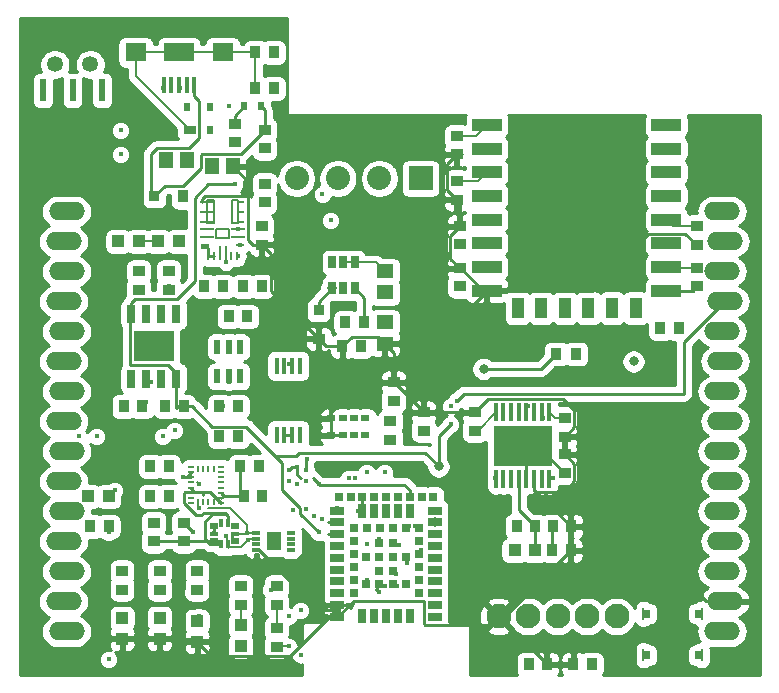
<source format=gbr>
%TF.GenerationSoftware,KiCad,Pcbnew,(5.1.6)-1*%
%TF.CreationDate,2020-08-29T17:57:31+05:30*%
%TF.ProjectId,TENET,54454e45-542e-46b6-9963-61645f706362,Minor Project*%
%TF.SameCoordinates,Original*%
%TF.FileFunction,Copper,L1,Top*%
%TF.FilePolarity,Positive*%
%FSLAX46Y46*%
G04 Gerber Fmt 4.6, Leading zero omitted, Abs format (unit mm)*
G04 Created by KiCad (PCBNEW (5.1.6)-1) date 2020-08-29 17:57:31*
%MOMM*%
%LPD*%
G01*
G04 APERTURE LIST*
%TA.AperFunction,EtchedComponent*%
%ADD10C,0.152400*%
%TD*%
%TA.AperFunction,SMDPad,CuDef*%
%ADD11R,0.900000X1.000000*%
%TD*%
%TA.AperFunction,SMDPad,CuDef*%
%ADD12R,0.700000X0.700000*%
%TD*%
%TA.AperFunction,SMDPad,CuDef*%
%ADD13R,0.700000X1.150000*%
%TD*%
%TA.AperFunction,SMDPad,CuDef*%
%ADD14R,1.150000X0.700000*%
%TD*%
%TA.AperFunction,SMDPad,CuDef*%
%ADD15R,0.930000X0.980000*%
%TD*%
%TA.AperFunction,SMDPad,CuDef*%
%ADD16R,1.160000X1.470000*%
%TD*%
%TA.AperFunction,ComponentPad*%
%ADD17O,3.048000X1.524000*%
%TD*%
%TA.AperFunction,SMDPad,CuDef*%
%ADD18R,0.398780X1.447800*%
%TD*%
%TA.AperFunction,SMDPad,CuDef*%
%ADD19R,2.499360X1.498600*%
%TD*%
%TA.AperFunction,SMDPad,CuDef*%
%ADD20R,1.798320X1.498600*%
%TD*%
%TA.AperFunction,SMDPad,CuDef*%
%ADD21R,0.558800X1.905000*%
%TD*%
%TA.AperFunction,ComponentPad*%
%ADD22C,1.346200*%
%TD*%
%TA.AperFunction,SMDPad,CuDef*%
%ADD23R,1.300000X1.500000*%
%TD*%
%TA.AperFunction,SMDPad,CuDef*%
%ADD24R,0.750000X0.300000*%
%TD*%
%TA.AperFunction,SMDPad,CuDef*%
%ADD25R,2.500000X1.000000*%
%TD*%
%TA.AperFunction,SMDPad,CuDef*%
%ADD26R,1.000000X1.800000*%
%TD*%
%TA.AperFunction,SMDPad,CuDef*%
%ADD27R,0.650000X1.060000*%
%TD*%
%TA.AperFunction,ComponentPad*%
%ADD28C,0.380000*%
%TD*%
%TA.AperFunction,Conductor*%
%ADD29R,5.000000X3.400000*%
%TD*%
%TA.AperFunction,SMDPad,CuDef*%
%ADD30R,0.300000X1.600000*%
%TD*%
%TA.AperFunction,SMDPad,CuDef*%
%ADD31R,2.310000X2.460000*%
%TD*%
%TA.AperFunction,SMDPad,CuDef*%
%ADD32R,0.720000X0.600000*%
%TD*%
%TA.AperFunction,SMDPad,CuDef*%
%ADD33R,0.550000X0.280000*%
%TD*%
%TA.AperFunction,SMDPad,CuDef*%
%ADD34R,0.280000X0.550000*%
%TD*%
%TA.AperFunction,SMDPad,CuDef*%
%ADD35R,0.650000X0.470000*%
%TD*%
%TA.AperFunction,SMDPad,CuDef*%
%ADD36R,0.800000X0.400000*%
%TD*%
%TA.AperFunction,SMDPad,CuDef*%
%ADD37R,0.350000X0.800000*%
%TD*%
%TA.AperFunction,SMDPad,CuDef*%
%ADD38R,0.203200X0.762000*%
%TD*%
%TA.AperFunction,SMDPad,CuDef*%
%ADD39R,0.203200X1.143000*%
%TD*%
%TA.AperFunction,SMDPad,CuDef*%
%ADD40R,0.762000X0.203200*%
%TD*%
%TA.AperFunction,SMDPad,CuDef*%
%ADD41R,1.143000X0.203200*%
%TD*%
%TA.AperFunction,SMDPad,CuDef*%
%ADD42R,0.508000X0.203200*%
%TD*%
%TA.AperFunction,SMDPad,CuDef*%
%ADD43R,0.355600X0.304800*%
%TD*%
%TA.AperFunction,SMDPad,CuDef*%
%ADD44R,0.304800X0.355600*%
%TD*%
%TA.AperFunction,SMDPad,CuDef*%
%ADD45R,0.500000X0.700000*%
%TD*%
%TA.AperFunction,SMDPad,CuDef*%
%ADD46R,0.200000X1.100000*%
%TD*%
%TA.AperFunction,SMDPad,CuDef*%
%ADD47R,0.980000X0.930000*%
%TD*%
%TA.AperFunction,SMDPad,CuDef*%
%ADD48R,0.450000X1.475000*%
%TD*%
%TA.AperFunction,ComponentPad*%
%ADD49C,2.100000*%
%TD*%
%TA.AperFunction,ComponentPad*%
%ADD50C,2.032000*%
%TD*%
%TA.AperFunction,ComponentPad*%
%ADD51R,2.032000X2.032000*%
%TD*%
%TA.AperFunction,SMDPad,CuDef*%
%ADD52R,3.402000X2.513000*%
%TD*%
%TA.AperFunction,SMDPad,CuDef*%
%ADD53R,0.700000X1.525000*%
%TD*%
%TA.AperFunction,SMDPad,CuDef*%
%ADD54R,0.600000X1.200000*%
%TD*%
%TA.AperFunction,SMDPad,CuDef*%
%ADD55R,0.600000X0.800000*%
%TD*%
%TA.AperFunction,SMDPad,CuDef*%
%ADD56R,0.998220X0.998220*%
%TD*%
%TA.AperFunction,SMDPad,CuDef*%
%ADD57R,1.099820X0.899160*%
%TD*%
%TA.AperFunction,SMDPad,CuDef*%
%ADD58R,0.899160X0.899160*%
%TD*%
%TA.AperFunction,SMDPad,CuDef*%
%ADD59R,0.899160X1.099820*%
%TD*%
%TA.AperFunction,SMDPad,CuDef*%
%ADD60R,1.000000X0.700000*%
%TD*%
%TA.AperFunction,SMDPad,CuDef*%
%ADD61R,0.600000X0.700000*%
%TD*%
%TA.AperFunction,SMDPad,CuDef*%
%ADD62R,1.470000X1.160000*%
%TD*%
%TA.AperFunction,SMDPad,CuDef*%
%ADD63R,1.099820X0.998220*%
%TD*%
%TA.AperFunction,ViaPad*%
%ADD64C,0.400000*%
%TD*%
%TA.AperFunction,ViaPad*%
%ADD65C,0.800000*%
%TD*%
%TA.AperFunction,Conductor*%
%ADD66C,0.250000*%
%TD*%
%TA.AperFunction,Conductor*%
%ADD67C,0.200000*%
%TD*%
%TA.AperFunction,Conductor*%
%ADD68C,0.254000*%
%TD*%
G04 APERTURE END LIST*
D10*
%TO.C,U2*%
X139763500Y-79705200D02*
X139763500Y-78917800D01*
X139763500Y-78917800D02*
X138620500Y-78917800D01*
X138620500Y-78917800D02*
X138620500Y-79705200D01*
X138620500Y-79705200D02*
X139763500Y-79705200D01*
X140538200Y-76538399D02*
X139954000Y-76538399D01*
X139954000Y-76538399D02*
X139954000Y-78441600D01*
X139954000Y-78441600D02*
X140538200Y-78441600D01*
X140538200Y-78441600D02*
X140538200Y-76538399D01*
X137845800Y-76538399D02*
X138430000Y-76538399D01*
X138430000Y-76538399D02*
X138430000Y-78441600D01*
X138430000Y-78441600D02*
X137845800Y-78441600D01*
X137845800Y-78441600D02*
X137845800Y-76538399D01*
%TD*%
D11*
%TO.P,L1,1*%
%TO.N,Net-(C21-Pad2)*%
X167425000Y-89535000D03*
%TO.P,L1,2*%
%TO.N,Net-(D5-PadA)*%
X169125000Y-89535000D03*
%TD*%
D12*
%TO.P,IC3,G12*%
%TO.N,GND*%
X154760000Y-109020000D03*
%TO.P,IC3,G11*%
X154760000Y-106720000D03*
%TO.P,IC3,G10*%
X153610000Y-109020000D03*
%TO.P,IC3,G9*%
X153610000Y-107870000D03*
%TO.P,IC3,G8*%
X153610000Y-106720000D03*
%TO.P,IC3,G7*%
X153610000Y-105570000D03*
%TO.P,IC3,G6*%
X152460000Y-109020000D03*
%TO.P,IC3,G5*%
X152460000Y-107870000D03*
%TO.P,IC3,G4*%
X152460000Y-106720000D03*
%TO.P,IC3,G3*%
X152460000Y-105570000D03*
%TO.P,IC3,G2*%
X151310000Y-109020000D03*
%TO.P,IC3,G1*%
X151310000Y-106720000D03*
%TO.P,IC3,55*%
%TO.N,D-*%
X149035000Y-101645000D03*
%TO.P,IC3,54*%
%TO.N,D+*%
X150035000Y-101645000D03*
%TO.P,IC3,53*%
%TO.N,GND*%
X151035000Y-101645000D03*
%TO.P,IC3,52*%
%TO.N,INT_APDS*%
X152035000Y-101645000D03*
%TO.P,IC3,51*%
%TO.N,Net-(IC3-Pad51)*%
X153035000Y-101645000D03*
%TO.P,IC3,50*%
%TO.N,Net-(IC3-Pad50)*%
X154035000Y-101645000D03*
%TO.P,IC3,49*%
%TO.N,VDD_ENV*%
X155035000Y-101645000D03*
%TO.P,IC3,48*%
%TO.N,D7*%
X156035000Y-101645000D03*
%TO.P,IC3,47*%
%TO.N,D6*%
X157035000Y-101645000D03*
%TO.P,IC3,46*%
%TO.N,Net-(IC3-Pad46)*%
X151385000Y-104245000D03*
%TO.P,IC3,45*%
%TO.N,Net-(IC3-Pad45)*%
X152485000Y-104245000D03*
%TO.P,IC3,44*%
%TO.N,D5*%
X153585000Y-104245000D03*
%TO.P,IC3,43*%
%TO.N,LB*%
X154685000Y-104245000D03*
%TO.P,IC3,42*%
%TO.N,BIN2*%
X155785000Y-104245000D03*
%TO.P,IC3,41*%
%TO.N,BIN1*%
X155785000Y-105345000D03*
%TO.P,IC3,40*%
%TO.N,AIN2*%
X155785000Y-106445000D03*
%TO.P,IC3,39*%
%TO.N,AIN1*%
X155785000Y-107545000D03*
%TO.P,IC3,38*%
%TO.N,RX*%
X155785000Y-108645000D03*
%TO.P,IC3,37*%
%TO.N,TX*%
X155785000Y-109745000D03*
%TO.P,IC3,36*%
%TO.N,D4*%
X150285000Y-109745000D03*
%TO.P,IC3,35*%
%TO.N,MOSI*%
X150285000Y-108645000D03*
%TO.P,IC3,34*%
%TO.N,MISO*%
X150285000Y-107545000D03*
%TO.P,IC3,33*%
%TO.N,Net-(IC3-Pad33)*%
X150285000Y-106445000D03*
%TO.P,IC3,32*%
%TO.N,Net-(IC3-Pad32)*%
X150285000Y-105345000D03*
%TO.P,IC3,31*%
%TO.N,VBUS*%
X150285000Y-104245000D03*
D13*
%TO.P,IC3,30*%
%TO.N,GND*%
X151035000Y-102870000D03*
%TO.P,IC3,29*%
%TO.N,D3*%
X152035000Y-102870000D03*
%TO.P,IC3,28*%
%TO.N,D2*%
X153035000Y-102870000D03*
%TO.P,IC3,27*%
%TO.N,A7*%
X154035000Y-102870000D03*
%TO.P,IC3,26*%
%TO.N,GND*%
X155035000Y-102870000D03*
D14*
%TO.P,IC3,25*%
%TO.N,A6*%
X157160000Y-102795000D03*
%TO.P,IC3,24*%
%TO.N,A5*%
X157160000Y-103795000D03*
%TO.P,IC3,23*%
%TO.N,A4*%
X157160000Y-104795000D03*
%TO.P,IC3,22*%
%TO.N,D1*%
X157160000Y-105795000D03*
%TO.P,IC3,21*%
%TO.N,D0*%
X157160000Y-106795000D03*
%TO.P,IC3,20*%
%TO.N,A3\u005CSDA*%
X157160000Y-107795000D03*
%TO.P,IC3,19*%
%TO.N,RESETN*%
X157160000Y-108795000D03*
%TO.P,IC3,18*%
%TO.N,A2\u005CSCL*%
X157160000Y-109795000D03*
%TO.P,IC3,17*%
%TO.N,A1*%
X157160000Y-110795000D03*
%TO.P,IC3,16*%
%TO.N,A0*%
X157160000Y-111795000D03*
D13*
%TO.P,IC3,15*%
%TO.N,SWDIO*%
X155035000Y-111720000D03*
%TO.P,IC3,14*%
%TO.N,GND*%
X154035000Y-111720000D03*
%TO.P,IC3,13*%
%TO.N,Net-(IC3-Pad13)*%
X153035000Y-111720000D03*
%TO.P,IC3,12*%
%TO.N,GND*%
X152035000Y-111720000D03*
%TO.P,IC3,11*%
%TO.N,SWCLK*%
X151035000Y-111720000D03*
D14*
%TO.P,IC3,10*%
%TO.N,VCC*%
X148910000Y-111795000D03*
%TO.P,IC3,9*%
X148910000Y-110795000D03*
%TO.P,IC3,8*%
%TO.N,R_PULLUP*%
X148910000Y-109795000D03*
%TO.P,IC3,7*%
%TO.N,Net-(IC3-Pad7)*%
X148910000Y-108795000D03*
%TO.P,IC3,6*%
%TO.N,GND*%
X148910000Y-107795000D03*
%TO.P,IC3,5*%
%TO.N,LR*%
X148910000Y-106795000D03*
%TO.P,IC3,4*%
%TO.N,LG*%
X148910000Y-105795000D03*
%TO.P,IC3,3*%
%TO.N,SCL*%
X148910000Y-104795000D03*
%TO.P,IC3,2*%
%TO.N,SDA*%
X148910000Y-103795000D03*
%TO.P,IC3,1*%
%TO.N,SCK*%
X148910000Y-102795000D03*
%TD*%
D15*
%TO.P,R15,2*%
%TO.N,Net-(R14-Pad2)*%
X151138000Y-86868000D03*
%TO.P,R15,1*%
%TO.N,GND*%
X149598000Y-86868000D03*
%TD*%
D16*
%TO.P,C6,2*%
%TO.N,VCC*%
X140082000Y-73660000D03*
%TO.P,C6,1*%
%TO.N,GND*%
X138302000Y-73660000D03*
%TD*%
D17*
%TO.P,J4,15*%
%TO.N,RX*%
X181483000Y-77470000D03*
%TO.P,J4,14*%
%TO.N,TX*%
X181737000Y-80010000D03*
%TO.P,J4,13*%
%TO.N,RESETN*%
X181483000Y-82550000D03*
%TO.P,J4,12*%
%TO.N,VBUS*%
X181737000Y-85090000D03*
%TO.P,J4,11*%
%TO.N,A7*%
X181483000Y-87630000D03*
%TO.P,J4,10*%
%TO.N,A6*%
X181737000Y-90170000D03*
%TO.P,J4,9*%
%TO.N,A5*%
X181483000Y-92710000D03*
%TO.P,J4,8*%
%TO.N,A4*%
X181737000Y-95250000D03*
%TO.P,J4,7*%
%TO.N,A3\u005CSDA*%
X181483000Y-97790000D03*
%TO.P,J4,6*%
%TO.N,A2\u005CSCL*%
X181737000Y-100330000D03*
%TO.P,J4,5*%
%TO.N,A1*%
X181483000Y-102870000D03*
%TO.P,J4,4*%
%TO.N,A0*%
X181737000Y-105410000D03*
%TO.P,J4,3*%
%TO.N,Net-(J4-Pad3)*%
X181483000Y-107950000D03*
%TO.P,J4,2*%
%TO.N,VCC*%
X181737000Y-110490000D03*
%TO.P,J4,1*%
%TO.N,RESETN*%
X181483000Y-113030000D03*
%TD*%
D18*
%TO.P,J1,VBUS*%
%TO.N,VUSB*%
X136806940Y-66730880D03*
D19*
%TO.P,J1,SHIE*%
%TO.N,Net-(C1-Pad1)*%
X135509000Y-64008000D03*
D20*
X131826000Y-64008000D03*
X139192000Y-64008000D03*
D18*
%TO.P,J1,ID*%
%TO.N,Net-(J1-PadID)*%
X134861300Y-66730880D03*
%TO.P,J1,GND*%
%TO.N,GND*%
X134211060Y-66730880D03*
%TO.P,J1,D-*%
%TO.N,D-*%
X136156700Y-66730880D03*
%TO.P,J1,D+*%
%TO.N,D+*%
X135509000Y-66730880D03*
%TD*%
D21*
%TO.P,U10,1*%
%TO.N,Net-(C21-Pad2)*%
X128992000Y-67221100D03*
%TO.P,U10,2*%
%TO.N,N/C*%
X126492000Y-67221100D03*
%TO.P,U10,3*%
%TO.N,BAT+*%
X123992000Y-67221100D03*
D22*
%TO.P,U10,4*%
%TO.N,N/C*%
X124992000Y-65024400D03*
%TO.P,U10,5*%
X127992000Y-65024400D03*
%TD*%
D23*
%TO.P,U9,9*%
%TO.N,Net-(U9-Pad9)*%
X143510000Y-105410000D03*
D24*
%TO.P,U9,8*%
%TO.N,VCC*%
X142060000Y-106160000D03*
%TO.P,U9,7*%
%TO.N,N/C*%
X142060000Y-105660000D03*
%TO.P,U9,6*%
%TO.N,SCL*%
X142060000Y-105160000D03*
%TO.P,U9,5*%
%TO.N,SDA*%
X142060000Y-104660000D03*
%TO.P,U9,4*%
%TO.N,GND*%
X144960000Y-104660000D03*
%TO.P,U9,3*%
%TO.N,N/C*%
X144960000Y-105160000D03*
%TO.P,U9,2*%
X144960000Y-105660000D03*
%TO.P,U9,1*%
X144960000Y-106160000D03*
%TD*%
D25*
%TO.P,U8,22*%
%TO.N,TX*%
X176764000Y-70160000D03*
%TO.P,U8,21*%
%TO.N,RX*%
X176764000Y-72160000D03*
%TO.P,U8,20*%
%TO.N,Net-(U8-Pad20)*%
X176764000Y-74160000D03*
%TO.P,U8,19*%
%TO.N,Net-(U8-Pad19)*%
X176764000Y-76160000D03*
%TO.P,U8,18*%
%TO.N,Net-(R20-Pad1)*%
X176764000Y-78160000D03*
%TO.P,U8,17*%
%TO.N,Net-(U8-Pad17)*%
X176764000Y-80160000D03*
%TO.P,U8,16*%
%TO.N,Net-(R19-Pad1)*%
X176764000Y-82160000D03*
%TO.P,U8,15*%
%TO.N,GND*%
X176764000Y-84160000D03*
D26*
%TO.P,U8,14*%
%TO.N,Net-(U8-Pad14)*%
X174164000Y-85660000D03*
%TO.P,U8,13*%
%TO.N,Net-(U8-Pad13)*%
X172164000Y-85660000D03*
%TO.P,U8,12*%
%TO.N,Net-(U8-Pad12)*%
X170164000Y-85660000D03*
%TO.P,U8,11*%
%TO.N,Net-(U8-Pad11)*%
X168164000Y-85660000D03*
%TO.P,U8,10*%
%TO.N,Net-(U8-Pad10)*%
X166164000Y-85660000D03*
%TO.P,U8,9*%
%TO.N,Net-(U8-Pad9)*%
X164164000Y-85660000D03*
D25*
%TO.P,U8,8*%
%TO.N,VCC*%
X161564000Y-84160000D03*
%TO.P,U8,7*%
%TO.N,Net-(U8-Pad7)*%
X161564000Y-82160000D03*
%TO.P,U8,6*%
%TO.N,Net-(U8-Pad6)*%
X161564000Y-80160000D03*
%TO.P,U8,5*%
%TO.N,Net-(U8-Pad5)*%
X161564000Y-78160000D03*
%TO.P,U8,4*%
%TO.N,Net-(U8-Pad4)*%
X161564000Y-76160000D03*
%TO.P,U8,3*%
%TO.N,Net-(R16-Pad2)*%
X161564000Y-74160000D03*
%TO.P,U8,2*%
%TO.N,Net-(U8-Pad2)*%
X161564000Y-72160000D03*
%TO.P,U8,1*%
%TO.N,Net-(R17-Pad2)*%
X161564000Y-70160000D03*
%TD*%
D27*
%TO.P,U7,5*%
%TO.N,Net-(C21-Pad2)*%
X149418000Y-81788000D03*
%TO.P,U7,6*%
%TO.N,Net-(U7-Pad6)*%
X148468000Y-81788000D03*
%TO.P,U7,4*%
%TO.N,Net-(C21-Pad2)*%
X150368000Y-81788000D03*
%TO.P,U7,3*%
%TO.N,Net-(R14-Pad2)*%
X150368000Y-83988000D03*
%TO.P,U7,2*%
%TO.N,GND*%
X149418000Y-83988000D03*
%TO.P,U7,1*%
%TO.N,Net-(D5-PadA)*%
X148468000Y-83988000D03*
%TD*%
D28*
%TO.P,U6,17*%
%TO.N,GND*%
X163092000Y-96538000D03*
X164592000Y-96538000D03*
X166092000Y-96538000D03*
X163092000Y-98038000D03*
X164592000Y-98038000D03*
X166092000Y-98038000D03*
D29*
%TD*%
%TO.N,GND*%
%TO.C,U6*%
X164592000Y-97288000D03*
D30*
%TO.P,U6,15*%
%TO.N,AIN2*%
X166217000Y-100088000D03*
%TO.P,U6,14*%
%TO.N,VCC*%
X165567000Y-100088000D03*
%TO.P,U6,13*%
%TO.N,GND*%
X164917000Y-100088000D03*
%TO.P,U6,12*%
%TO.N,VM*%
X164267000Y-100088000D03*
%TO.P,U6,11*%
%TO.N,Net-(C16-Pad2)*%
X163617000Y-100088000D03*
%TO.P,U6,10*%
%TO.N,BIN2*%
X162967000Y-100088000D03*
%TO.P,U6,9*%
%TO.N,BIN1*%
X162317000Y-100088000D03*
%TO.P,U6,8*%
%TO.N,Net-(R10-Pad1)*%
X162317000Y-94488000D03*
%TO.P,U6,7*%
%TO.N,Net-(J2-Pad3)*%
X162967000Y-94488000D03*
%TO.P,U6,6*%
%TO.N,GND*%
X163617000Y-94488000D03*
%TO.P,U6,5*%
%TO.N,Net-(J2-Pad4)*%
X164267000Y-94488000D03*
%TO.P,U6,4*%
%TO.N,Net-(J2-Pad2)*%
X164917000Y-94488000D03*
%TO.P,U6,3*%
%TO.N,GND*%
X165567000Y-94488000D03*
%TO.P,U6,2*%
%TO.N,Net-(J2-Pad1)*%
X166217000Y-94488000D03*
%TO.P,U6,16*%
%TO.N,AIN1*%
X166867000Y-100088000D03*
D31*
%TO.P,U6,17*%
%TO.N,GND*%
X164592000Y-97288000D03*
D30*
%TO.P,U6,1*%
%TO.N,Net-(R7-Pad1)*%
X166867000Y-94488000D03*
%TD*%
D32*
%TO.P,U5,8*%
%TO.N,Net-(C10-Pad1)*%
X151292000Y-94996000D03*
%TO.P,U5,7*%
%TO.N,SCL*%
X150322000Y-94996000D03*
%TO.P,U5,6*%
%TO.N,GND*%
X149352000Y-94996000D03*
%TO.P,U5,5*%
%TO.N,VCC*%
X148382000Y-94996000D03*
%TO.P,U5,4*%
X148382000Y-96396000D03*
%TO.P,U5,3*%
X149352000Y-96396000D03*
%TO.P,U5,2*%
%TO.N,INT_APDS*%
X150322000Y-96396000D03*
%TO.P,U5,1*%
%TO.N,SDA*%
X151292000Y-96396000D03*
%TD*%
D33*
%TO.P,U4,18*%
%TO.N,Net-(U4-Pad18)*%
X136535000Y-99125000D03*
%TO.P,U4,19*%
%TO.N,GND*%
X136535000Y-99555000D03*
%TO.P,U4,20*%
X136535000Y-99985000D03*
%TO.P,U4,21*%
%TO.N,Net-(C13-Pad2)*%
X136535000Y-100415000D03*
%TO.P,U4,1*%
%TO.N,VDD_ENV*%
X136535000Y-102135000D03*
%TO.P,U4,24*%
%TO.N,Net-(C15-Pad2)*%
X136535000Y-101705000D03*
%TO.P,U4,23*%
%TO.N,VDD_ENV*%
X136535000Y-101275000D03*
%TO.P,U4,22*%
X136535000Y-100845000D03*
%TO.P,U4,13*%
%TO.N,Net-(U4-Pad13)*%
X139035000Y-99125000D03*
%TO.P,U4,12*%
%TO.N,Net-(U4-Pad12)*%
X139035000Y-99555000D03*
%TO.P,U4,11*%
%TO.N,Net-(U4-Pad11)*%
X139035000Y-99985000D03*
%TO.P,U4,10*%
%TO.N,Net-(U4-Pad10)*%
X139035000Y-100415000D03*
%TO.P,U4,9*%
%TO.N,Net-(U4-Pad9)*%
X139035000Y-100845000D03*
%TO.P,U4,7*%
%TO.N,VDD_ENV*%
X139035000Y-101705000D03*
%TO.P,U4,6*%
X139035000Y-102135000D03*
%TO.P,U4,8*%
X139035000Y-101275000D03*
D34*
%TO.P,U4,14*%
%TO.N,Net-(U4-Pad14)*%
X138430000Y-99230000D03*
%TO.P,U4,15*%
%TO.N,Net-(U4-Pad15)*%
X138000000Y-99230000D03*
%TO.P,U4,16*%
%TO.N,Net-(U4-Pad16)*%
X137570000Y-99230000D03*
%TO.P,U4,17*%
%TO.N,Net-(U4-Pad17)*%
X137140000Y-99230000D03*
%TO.P,U4,2*%
%TO.N,SCL*%
X137140000Y-102030000D03*
%TO.P,U4,3*%
%TO.N,VDD_ENV*%
X137570000Y-102030000D03*
%TO.P,U4,4*%
%TO.N,SDA*%
X138000000Y-102030000D03*
%TO.P,U4,5*%
%TO.N,VDD_ENV*%
X138430000Y-102030000D03*
%TD*%
D35*
%TO.P,U3,5*%
%TO.N,GND*%
X140270000Y-104140000D03*
%TO.P,U3,3*%
X140270000Y-105340000D03*
D36*
%TO.P,U3,4*%
%TO.N,SDA*%
X140270000Y-104740000D03*
D35*
%TO.P,U3,8*%
%TO.N,GND*%
X138430000Y-104140000D03*
%TO.P,U3,10*%
%TO.N,VDD_ENV*%
X138430000Y-105340000D03*
D36*
%TO.P,U3,9*%
%TO.N,GND*%
X138430000Y-104740000D03*
D37*
%TO.P,U3,6*%
%TO.N,VDD_ENV*%
X139650000Y-103820000D03*
%TO.P,U3,7*%
%TO.N,Net-(U3-Pad7)*%
X139050000Y-103820000D03*
%TO.P,U3,2*%
%TO.N,SCL*%
X139650000Y-105660000D03*
%TO.P,U3,1*%
%TO.N,VDD_ENV*%
X139050000Y-105660000D03*
%TD*%
D38*
%TO.P,U2,18*%
%TO.N,Net-(R4-Pad2)*%
X140442000Y-81216500D03*
D39*
%TO.P,U2,16*%
%TO.N,Net-(C7-Pad2)*%
X139442000Y-81026000D03*
%TO.P,U2,15*%
%TO.N,Net-(U2-Pad15)*%
X138942000Y-81026000D03*
D38*
%TO.P,U2,13*%
%TO.N,GND*%
X137942000Y-81216500D03*
D40*
%TO.P,U2,12*%
X137718800Y-80290000D03*
D41*
%TO.P,U2,11*%
%TO.N,Net-(U2-Pad11)*%
X137909300Y-79640001D03*
%TO.P,U2,10*%
%TO.N,Net-(U2-Pad10)*%
X137909300Y-78990000D03*
%TO.P,U2,9*%
%TO.N,VCC*%
X137909300Y-78340000D03*
%TO.P,U2,8*%
X137909300Y-77489999D03*
%TO.P,U2,7*%
X137909300Y-76639999D03*
D38*
%TO.P,U2,14*%
%TO.N,GND*%
X138442000Y-81216500D03*
%TO.P,U2,17*%
%TO.N,Net-(R5-Pad1)*%
X139942000Y-81216500D03*
D42*
%TO.P,U2,5*%
%TO.N,Net-(U2-Pad5)*%
X140792200Y-77489999D03*
%TO.P,U2,6*%
%TO.N,Net-(U2-Pad6)*%
X140792200Y-76639999D03*
%TO.P,U2,4*%
%TO.N,Net-(U2-Pad4)*%
X140792200Y-78340000D03*
D41*
%TO.P,U2,3*%
%TO.N,GND*%
X140474700Y-78990000D03*
%TO.P,U2,2*%
%TO.N,Net-(U2-Pad2)*%
X140474700Y-79640001D03*
D40*
%TO.P,U2,1*%
%TO.N,Net-(R2-Pad2)*%
X140665200Y-80290000D03*
%TD*%
D43*
%TO.P,U1,6*%
%TO.N,VDD_ENV*%
X145529300Y-99080701D03*
D44*
%TO.P,U1,5*%
%TO.N,GND*%
X146278600Y-99330002D03*
%TO.P,U1,4*%
%TO.N,SDA*%
X146278600Y-100330000D03*
D43*
%TO.P,U1,3*%
%TO.N,Net-(U1-Pad3)*%
X145529300Y-100579301D03*
D44*
%TO.P,U1,2*%
%TO.N,SCL*%
X144780000Y-100330000D03*
%TO.P,U1,1*%
%TO.N,VDD_ENV*%
X144780000Y-99330002D03*
%TD*%
D45*
%TO.P,S1,4*%
%TO.N,GND*%
X175167000Y-111534000D03*
%TO.P,S1,3*%
%TO.N,Net-(S1-Pad3)*%
X179417000Y-111534000D03*
%TO.P,S1,2*%
%TO.N,Net-(S1-Pad2)*%
X175167000Y-115034000D03*
%TO.P,S1,1*%
%TO.N,RESETN*%
X179417000Y-115034000D03*
D46*
%TO.P,S1,2*%
%TO.N,Net-(S1-Pad2)*%
X174817000Y-115034000D03*
%TO.P,S1,3*%
%TO.N,Net-(S1-Pad3)*%
X179767000Y-111534000D03*
%TO.P,S1,4*%
%TO.N,GND*%
X174817000Y-111534000D03*
%TO.P,S1,1*%
%TO.N,RESETN*%
X179767000Y-115034000D03*
%TD*%
D47*
%TO.P,R28,2*%
%TO.N,LB*%
X137033000Y-107942000D03*
%TO.P,R28,1*%
%TO.N,Net-(D10-PadC)*%
X137033000Y-109482000D03*
%TD*%
%TO.P,R27,2*%
%TO.N,LR*%
X133858000Y-107942000D03*
%TO.P,R27,1*%
%TO.N,Net-(D8-PadC)*%
X133858000Y-109482000D03*
%TD*%
%TO.P,R26,2*%
%TO.N,LG*%
X130683000Y-107942000D03*
%TO.P,R26,1*%
%TO.N,Net-(D9-PadC)*%
X130683000Y-109482000D03*
%TD*%
%TO.P,R25,2*%
%TO.N,SDA*%
X143764000Y-109220000D03*
%TO.P,R25,1*%
%TO.N,R_PULLUP*%
X143764000Y-110760000D03*
%TD*%
%TO.P,R24,2*%
%TO.N,SCL*%
X143764000Y-114316000D03*
%TO.P,R24,1*%
%TO.N,R_PULLUP*%
X143764000Y-112776000D03*
%TD*%
D15*
%TO.P,R23,2*%
%TO.N,VCC*%
X168902000Y-115824000D03*
%TO.P,R23,1*%
%TO.N,RESETN*%
X170442000Y-115824000D03*
%TD*%
%TO.P,R22,2*%
%TO.N,SWCLK*%
X165100000Y-115824000D03*
%TO.P,R22,1*%
%TO.N,VCC*%
X166640000Y-115824000D03*
%TD*%
%TO.P,R21,2*%
%TO.N,SCK*%
X128000000Y-104140000D03*
%TO.P,R21,1*%
%TO.N,Net-(D7-PadA)*%
X129540000Y-104140000D03*
%TD*%
D47*
%TO.P,R20,2*%
%TO.N,VCC*%
X179324000Y-80280000D03*
%TO.P,R20,1*%
%TO.N,Net-(R20-Pad1)*%
X179324000Y-78740000D03*
%TD*%
%TO.P,R19,2*%
%TO.N,GND*%
X179324000Y-83820000D03*
%TO.P,R19,1*%
%TO.N,Net-(R19-Pad1)*%
X179324000Y-82280000D03*
%TD*%
%TO.P,R18,2*%
%TO.N,Net-(IC3-Pad33)*%
X140716000Y-109212000D03*
%TO.P,R18,1*%
%TO.N,Net-(D6-PadA)*%
X140716000Y-110752000D03*
%TD*%
%TO.P,R17,2*%
%TO.N,Net-(R17-Pad2)*%
X159004000Y-71104000D03*
%TO.P,R17,1*%
%TO.N,VCC*%
X159004000Y-72644000D03*
%TD*%
%TO.P,R16,2*%
%TO.N,Net-(R16-Pad2)*%
X159004000Y-74922000D03*
%TO.P,R16,1*%
%TO.N,VCC*%
X159004000Y-76462000D03*
%TD*%
D15*
%TO.P,R14,2*%
%TO.N,Net-(R14-Pad2)*%
X150876000Y-88900000D03*
%TO.P,R14,1*%
%TO.N,VCC*%
X149336000Y-88900000D03*
%TD*%
D47*
%TO.P,R13,2*%
%TO.N,Net-(IC2-Pad7)*%
X132080000Y-84090000D03*
%TO.P,R13,1*%
%TO.N,Net-(D4-PadC)*%
X132080000Y-82550000D03*
%TD*%
%TO.P,R12,2*%
%TO.N,Net-(D3-PadC)*%
X134620000Y-82550000D03*
%TO.P,R12,1*%
%TO.N,Net-(IC2-Pad6)*%
X134620000Y-84090000D03*
%TD*%
D15*
%TO.P,R11,2*%
%TO.N,Net-(C20-Pad1)*%
X138930000Y-96520000D03*
%TO.P,R11,1*%
%TO.N,BAT+*%
X140470000Y-96520000D03*
%TD*%
D47*
%TO.P,R10,2*%
%TO.N,VCC*%
X160528000Y-94488000D03*
%TO.P,R10,1*%
%TO.N,Net-(R10-Pad1)*%
X160528000Y-96028000D03*
%TD*%
D15*
%TO.P,R9,2*%
%TO.N,Net-(IC2-Pad2)*%
X130810000Y-93980000D03*
%TO.P,R9,1*%
%TO.N,GND*%
X132350000Y-93980000D03*
%TD*%
%TO.P,R8,2*%
%TO.N,Net-(IC1-Pad2)*%
X139700000Y-86360000D03*
%TO.P,R8,1*%
%TO.N,GND*%
X141240000Y-86360000D03*
%TD*%
D47*
%TO.P,R7,2*%
%TO.N,VCC*%
X168148000Y-96536000D03*
%TO.P,R7,1*%
%TO.N,Net-(R7-Pad1)*%
X168148000Y-94996000D03*
%TD*%
%TO.P,R6,2*%
%TO.N,VCC*%
X156210000Y-94480000D03*
%TO.P,R6,1*%
%TO.N,Net-(C10-Pad1)*%
X156210000Y-96020000D03*
%TD*%
D15*
%TO.P,R5,2*%
%TO.N,Net-(C7-Pad2)*%
X137652000Y-83820000D03*
%TO.P,R5,1*%
%TO.N,Net-(R5-Pad1)*%
X139192000Y-83820000D03*
%TD*%
%TO.P,R4,2*%
%TO.N,Net-(R4-Pad2)*%
X142502000Y-83820000D03*
%TO.P,R4,1*%
%TO.N,GND*%
X140962000Y-83820000D03*
%TD*%
D47*
%TO.P,R3,2*%
%TO.N,Net-(R2-Pad2)*%
X142748000Y-76708000D03*
%TO.P,R3,1*%
%TO.N,GND*%
X142748000Y-75168000D03*
%TD*%
%TO.P,R2,2*%
%TO.N,Net-(R2-Pad2)*%
X142502000Y-78740000D03*
%TO.P,R2,1*%
%TO.N,VCC*%
X142502000Y-80280000D03*
%TD*%
D15*
%TO.P,R1,2*%
%TO.N,GND*%
X143518000Y-64008000D03*
%TO.P,R1,1*%
%TO.N,Net-(C1-Pad1)*%
X141978000Y-64008000D03*
%TD*%
D48*
%TO.P,Q1,8*%
%TO.N,Net-(Q1-Pad8)*%
X143764000Y-90534000D03*
%TO.P,Q1,7*%
%TO.N,BAT-*%
X144414000Y-90534000D03*
%TO.P,Q1,6*%
X145064000Y-90534000D03*
%TO.P,Q1,5*%
%TO.N,Net-(IC1-Pad1)*%
X145714000Y-90534000D03*
%TO.P,Q1,4*%
%TO.N,Net-(IC1-Pad3)*%
X145714000Y-96410000D03*
%TO.P,Q1,3*%
%TO.N,GND*%
X145064000Y-96410000D03*
%TO.P,Q1,2*%
X144414000Y-96410000D03*
%TO.P,Q1,1*%
%TO.N,Net-(Q1-Pad1)*%
X143764000Y-96410000D03*
%TD*%
D49*
%TO.P,J5,5*%
%TO.N,GND*%
X172560000Y-111760000D03*
%TO.P,J5,4*%
%TO.N,RESETN*%
X170060000Y-111760000D03*
%TO.P,J5,3*%
%TO.N,SWCLK*%
X167560000Y-111760000D03*
%TO.P,J5,2*%
%TO.N,SWDIO*%
X165060000Y-111760000D03*
%TO.P,J5,1*%
%TO.N,VCC*%
X162560000Y-111760000D03*
%TD*%
D17*
%TO.P,J3,15*%
%TO.N,MOSI*%
X125984000Y-113030000D03*
%TO.P,J3,14*%
%TO.N,MISO*%
X125730000Y-110490000D03*
%TO.P,J3,13*%
%TO.N,GND*%
X125984000Y-107950000D03*
%TO.P,J3,12*%
%TO.N,SCK*%
X125730000Y-105410000D03*
%TO.P,J3,11*%
%TO.N,GND*%
X125984000Y-102870000D03*
%TO.P,J3,10*%
%TO.N,D7*%
X125730000Y-100330000D03*
%TO.P,J3,9*%
%TO.N,D6*%
X125984000Y-97790000D03*
%TO.P,J3,8*%
%TO.N,D5*%
X125730000Y-95250000D03*
%TO.P,J3,7*%
%TO.N,D4*%
X125984000Y-92710000D03*
%TO.P,J3,6*%
%TO.N,D3*%
X125730000Y-90170000D03*
%TO.P,J3,5*%
%TO.N,D2*%
X125984000Y-87630000D03*
%TO.P,J3,4*%
%TO.N,D1*%
X125730000Y-85090000D03*
%TO.P,J3,3*%
%TO.N,D0*%
X125984000Y-82550000D03*
%TO.P,J3,2*%
%TO.N,GND*%
X125730000Y-80010000D03*
%TO.P,J3,1*%
%TO.N,VM*%
X125984000Y-77470000D03*
%TD*%
D50*
%TO.P,J2,4*%
%TO.N,Net-(J2-Pad4)*%
X145458180Y-74676000D03*
%TO.P,J2,3*%
%TO.N,Net-(J2-Pad3)*%
X148958300Y-74676000D03*
%TO.P,J2,2*%
%TO.N,Net-(J2-Pad2)*%
X152458420Y-74676000D03*
D51*
%TO.P,J2,1*%
%TO.N,Net-(J2-Pad1)*%
X155956000Y-74676000D03*
%TD*%
D52*
%TO.P,IC2,9*%
%TO.N,Net-(IC2-Pad9)*%
X133350000Y-88900000D03*
D53*
%TO.P,IC2,8*%
%TO.N,VBUS*%
X131445000Y-86188000D03*
%TO.P,IC2,7*%
%TO.N,Net-(IC2-Pad7)*%
X132715000Y-86188000D03*
%TO.P,IC2,6*%
%TO.N,Net-(IC2-Pad6)*%
X133985000Y-86188000D03*
%TO.P,IC2,5*%
%TO.N,BAT+*%
X135255000Y-86188000D03*
%TO.P,IC2,4*%
%TO.N,VBUS*%
X135255000Y-91612000D03*
%TO.P,IC2,3*%
%TO.N,GND*%
X133985000Y-91612000D03*
%TO.P,IC2,2*%
%TO.N,Net-(IC2-Pad2)*%
X132715000Y-91612000D03*
%TO.P,IC2,1*%
%TO.N,GND*%
X131445000Y-91612000D03*
%TD*%
D54*
%TO.P,IC1,6*%
%TO.N,BAT-*%
X140650000Y-91440000D03*
%TO.P,IC1,5*%
%TO.N,Net-(C20-Pad1)*%
X139700000Y-91440000D03*
%TO.P,IC1,4*%
%TO.N,Net-(IC1-Pad4)*%
X138750000Y-91440000D03*
%TO.P,IC1,3*%
%TO.N,Net-(IC1-Pad3)*%
X138750000Y-88940000D03*
%TO.P,IC1,2*%
%TO.N,Net-(IC1-Pad2)*%
X139700000Y-88940000D03*
%TO.P,IC1,1*%
%TO.N,Net-(IC1-Pad1)*%
X140650000Y-88940000D03*
%TD*%
D55*
%TO.P,FB1,1*%
%TO.N,VUSB*%
X142432000Y-68580000D03*
%TO.P,FB1,2*%
%TO.N,VBUS*%
X141032000Y-68580000D03*
%TD*%
D56*
%TO.P,D10,C*%
%TO.N,Net-(D10-PadC)*%
X137033000Y-112141000D03*
%TO.P,D10,A*%
%TO.N,VCC*%
X137033000Y-113893600D03*
%TD*%
%TO.P,D9,A*%
%TO.N,VCC*%
X130683000Y-113652300D03*
%TO.P,D9,C*%
%TO.N,Net-(D9-PadC)*%
X130683000Y-111899700D03*
%TD*%
%TO.P,D8,C*%
%TO.N,Net-(D8-PadC)*%
X133858000Y-111899700D03*
%TO.P,D8,A*%
%TO.N,VCC*%
X133858000Y-113652300D03*
%TD*%
%TO.P,D7,C*%
%TO.N,GND*%
X127787400Y-101600000D03*
%TO.P,D7,A*%
%TO.N,Net-(D7-PadA)*%
X129540000Y-101600000D03*
%TD*%
%TO.P,D6,C*%
%TO.N,GND*%
X140716000Y-114274600D03*
%TO.P,D6,A*%
%TO.N,Net-(D6-PadA)*%
X140716000Y-112522000D03*
%TD*%
D57*
%TO.P,D5,C*%
%TO.N,VCC*%
X147320000Y-88249760D03*
D58*
%TO.P,D5,A*%
%TO.N,Net-(D5-PadA)*%
X147320000Y-85852000D03*
%TD*%
D56*
%TO.P,D4,C*%
%TO.N,Net-(D4-PadC)*%
X130327400Y-80010000D03*
%TO.P,D4,A*%
%TO.N,Net-(D3-PadA)*%
X132080000Y-80010000D03*
%TD*%
%TO.P,D3,C*%
%TO.N,Net-(D3-PadC)*%
X135496300Y-80010000D03*
%TO.P,D3,A*%
%TO.N,Net-(D3-PadA)*%
X133743700Y-80010000D03*
%TD*%
D59*
%TO.P,D2,C*%
%TO.N,Net-(C7-Pad2)*%
X135818880Y-76200000D03*
D58*
%TO.P,D2,A*%
%TO.N,VUSB*%
X133421120Y-76200000D03*
%TD*%
D60*
%TO.P,D1,1*%
%TO.N,Net-(C1-Pad1)*%
X136410000Y-70596000D03*
D61*
%TO.P,D1,3*%
%TO.N,D-*%
X138110000Y-68596000D03*
%TO.P,D1,4*%
%TO.N,Net-(D1-Pad4)*%
X136210000Y-68596000D03*
%TO.P,D1,2*%
%TO.N,D+*%
X138110000Y-70596000D03*
%TD*%
D15*
%TO.P,C25,2*%
%TO.N,GND*%
X176260000Y-87376000D03*
%TO.P,C25,1*%
%TO.N,RESETN*%
X177800000Y-87376000D03*
%TD*%
D47*
%TO.P,C24,2*%
%TO.N,VCC*%
X159258000Y-78724000D03*
%TO.P,C24,1*%
%TO.N,GND*%
X159258000Y-80264000D03*
%TD*%
%TO.P,C23,2*%
%TO.N,GND*%
X159258000Y-83820000D03*
%TO.P,C23,1*%
%TO.N,VCC*%
X159258000Y-82280000D03*
%TD*%
D62*
%TO.P,C22,2*%
%TO.N,VCC*%
X152908000Y-88648000D03*
%TO.P,C22,1*%
%TO.N,GND*%
X152908000Y-86868000D03*
%TD*%
%TO.P,C21,2*%
%TO.N,Net-(C21-Pad2)*%
X152908000Y-82548000D03*
%TO.P,C21,1*%
%TO.N,GND*%
X152908000Y-84328000D03*
%TD*%
D15*
%TO.P,C20,2*%
%TO.N,BAT-*%
X140470000Y-93980000D03*
%TO.P,C20,1*%
%TO.N,Net-(C20-Pad1)*%
X138930000Y-93980000D03*
%TD*%
%TO.P,C19,2*%
%TO.N,GND*%
X134350000Y-93980000D03*
%TO.P,C19,1*%
%TO.N,VBUS*%
X135890000Y-93980000D03*
%TD*%
D47*
%TO.P,C18,2*%
%TO.N,GND*%
X168148000Y-99584000D03*
%TO.P,C18,1*%
%TO.N,VCC*%
X168148000Y-98044000D03*
%TD*%
D63*
%TO.P,C17,-*%
%TO.N,GND*%
X163911280Y-106172000D03*
%TO.P,C17,+*%
%TO.N,VM*%
X165608000Y-106172000D03*
%TD*%
D15*
%TO.P,C16,2*%
%TO.N,Net-(C16-Pad2)*%
X164084000Y-104140000D03*
%TO.P,C16,1*%
%TO.N,VM*%
X165624000Y-104140000D03*
%TD*%
%TO.P,C15,2*%
%TO.N,Net-(C15-Pad2)*%
X134620000Y-101600000D03*
%TO.P,C15,1*%
%TO.N,GND*%
X133080000Y-101600000D03*
%TD*%
D47*
%TO.P,C14,2*%
%TO.N,VCC*%
X153670000Y-91940000D03*
%TO.P,C14,1*%
%TO.N,GND*%
X153670000Y-93480000D03*
%TD*%
D15*
%TO.P,C13,2*%
%TO.N,Net-(C13-Pad2)*%
X134620000Y-99060000D03*
%TO.P,C13,1*%
%TO.N,GND*%
X133080000Y-99060000D03*
%TD*%
%TO.P,C12,2*%
%TO.N,VDD_ENV*%
X140700000Y-99060000D03*
%TO.P,C12,1*%
%TO.N,GND*%
X142240000Y-99060000D03*
%TD*%
%TO.P,C11,2*%
%TO.N,VDD_ENV*%
X140970000Y-101600000D03*
%TO.P,C11,1*%
%TO.N,GND*%
X142510000Y-101600000D03*
%TD*%
D47*
%TO.P,C10,2*%
%TO.N,GND*%
X153400000Y-95250000D03*
%TO.P,C10,1*%
%TO.N,Net-(C10-Pad1)*%
X153400000Y-96790000D03*
%TD*%
%TO.P,C9,2*%
%TO.N,VDD_ENV*%
X133350000Y-105410000D03*
%TO.P,C9,1*%
%TO.N,GND*%
X133350000Y-103870000D03*
%TD*%
%TO.P,C8,2*%
%TO.N,VDD_ENV*%
X135890000Y-105410000D03*
%TO.P,C8,1*%
%TO.N,GND*%
X135890000Y-103870000D03*
%TD*%
D16*
%TO.P,C7,2*%
%TO.N,Net-(C7-Pad2)*%
X134364000Y-73152000D03*
%TO.P,C7,1*%
%TO.N,GND*%
X136144000Y-73152000D03*
%TD*%
D15*
%TO.P,C5,2*%
%TO.N,GND*%
X167132000Y-104140000D03*
%TO.P,C5,1*%
%TO.N,VCC*%
X168672000Y-104140000D03*
%TD*%
%TO.P,C4,2*%
%TO.N,VCC*%
X168656000Y-106172000D03*
%TO.P,C4,1*%
%TO.N,GND*%
X167116000Y-106172000D03*
%TD*%
D47*
%TO.P,C3,2*%
%TO.N,VBUS*%
X140208000Y-70088000D03*
%TO.P,C3,1*%
%TO.N,GND*%
X140208000Y-71628000D03*
%TD*%
%TO.P,C2,2*%
%TO.N,VUSB*%
X142748000Y-70596000D03*
%TO.P,C2,1*%
%TO.N,GND*%
X142748000Y-72136000D03*
%TD*%
D15*
%TO.P,C1,2*%
%TO.N,GND*%
X143518000Y-67056000D03*
%TO.P,C1,1*%
%TO.N,Net-(C1-Pad1)*%
X141978000Y-67056000D03*
%TD*%
D64*
%TO.N,*%
X130048000Y-101092000D03*
X129540000Y-104648000D03*
X133096000Y-91948000D03*
X152908000Y-109220000D03*
X158496000Y-93980000D03*
%TO.N,GND*%
X153924000Y-109220000D03*
X151384000Y-108712000D03*
D65*
X165608000Y-97536000D03*
X165608000Y-97536000D03*
D64*
X148910000Y-107795000D03*
X152460000Y-107870000D03*
X152460000Y-106740000D03*
X153610000Y-106720000D03*
X153888704Y-108148704D03*
X154760000Y-109020000D03*
X153888704Y-109184704D03*
X152400000Y-109728000D03*
X154808704Y-107228704D03*
X154103547Y-105683561D03*
X152460000Y-105164000D03*
X142510000Y-101600000D03*
X140270000Y-105340000D03*
X138430000Y-104704998D03*
X136652000Y-104648000D03*
X125984000Y-102870000D03*
X125984000Y-107950000D03*
X127787400Y-101600000D03*
X135831092Y-99924456D03*
X133096000Y-99060000D03*
X133096000Y-99060000D03*
X132695554Y-93634446D03*
X134350000Y-93980000D03*
X133985000Y-91612000D03*
X131445000Y-91612000D03*
X125730000Y-80010000D03*
X136144000Y-73152000D03*
X138302000Y-73660000D03*
X140307554Y-71528446D03*
X134112000Y-67056000D03*
X142748000Y-72136000D03*
X143518000Y-67056000D03*
X143518000Y-64254000D03*
X140474700Y-78990000D03*
X137509815Y-80498985D03*
X140962000Y-83820000D03*
X141240000Y-86360000D03*
X149418000Y-83988000D03*
X149598000Y-86868000D03*
X152908000Y-84328000D03*
X159258000Y-83820000D03*
X159258000Y-80264000D03*
X176764000Y-84160000D03*
X176764000Y-84160000D03*
X176260000Y-87376000D03*
X168148000Y-99584000D03*
X164917000Y-100088000D03*
X167124000Y-106172000D03*
X164084000Y-106172000D03*
X172560000Y-111760000D03*
X175167000Y-111534000D03*
X152035000Y-111752000D03*
X154035000Y-111752000D03*
X129540000Y-115392030D03*
X140716000Y-114300000D03*
X142240000Y-99060000D03*
X144414000Y-96410000D03*
X146304000Y-98459997D03*
X149352000Y-94996000D03*
X153400000Y-95250000D03*
X153670000Y-93480000D03*
X150656066Y-102794999D03*
X152908000Y-86868000D03*
X165567000Y-94488000D03*
X163584000Y-94488564D03*
%TO.N,VBUS*%
X150368000Y-104140000D03*
D65*
X157480000Y-99060000D03*
X157480000Y-99060000D03*
D64*
X140208000Y-75184000D03*
X140208000Y-70104000D03*
X147320000Y-104648000D03*
X158496000Y-95504000D03*
X159021001Y-93489001D03*
%TO.N,Net-(C7-Pad2)*%
X134112000Y-73152000D03*
X135818880Y-76200000D03*
X139472541Y-81754603D03*
X137652000Y-83820000D03*
%TO.N,VDD_ENV*%
X154940000Y-101600000D03*
X147320000Y-100584000D03*
X145529300Y-99080701D03*
X140700000Y-99060000D03*
%TO.N,Net-(C10-Pad1)*%
X151384000Y-94996000D03*
X153416000Y-97028000D03*
X155950125Y-95813733D03*
%TO.N,Net-(C13-Pad2)*%
X134620000Y-99060000D03*
X137188048Y-100574304D03*
%TO.N,Net-(C15-Pad2)*%
X134620000Y-101600000D03*
%TO.N,Net-(C16-Pad2)*%
X163576000Y-100076000D03*
X163576000Y-100076000D03*
%TO.N,VM*%
X164267000Y-100088000D03*
%TO.N,BAT-*%
X130556000Y-70612000D03*
X140716000Y-93980000D03*
X140716000Y-91440000D03*
X145064000Y-90534000D03*
X144414000Y-90534000D03*
X144780000Y-90424000D03*
%TO.N,Net-(C20-Pad1)*%
X139700000Y-91948000D03*
X139192000Y-93980000D03*
X138684000Y-96520000D03*
D65*
%TO.N,Net-(C21-Pad2)*%
X167411400Y-89560400D03*
X161290000Y-90805000D03*
D64*
X148336000Y-78232000D03*
X129032000Y-67564000D03*
X147642299Y-76014299D03*
X150368000Y-81788000D03*
D65*
X152908000Y-82548000D03*
X161290000Y-90805000D03*
X167411400Y-89560400D03*
D64*
%TO.N,RESETN*%
X177800000Y-87376000D03*
X157480000Y-108712000D03*
X170442000Y-115824000D03*
X179417000Y-115034000D03*
%TO.N,D-*%
X139700000Y-68580000D03*
X149860000Y-100076000D03*
X138176000Y-68580000D03*
X148844000Y-101600000D03*
X151384000Y-99568000D03*
X136156700Y-66730880D03*
%TO.N,D+*%
X150368000Y-100076000D03*
X138176000Y-70612000D03*
X149860000Y-101600000D03*
X152908000Y-99568000D03*
X135557308Y-67056000D03*
%TO.N,Net-(D3-PadC)*%
X135636000Y-80264000D03*
X134620000Y-82550000D03*
%TO.N,Net-(D4-PadC)*%
X130048000Y-80264000D03*
X132080000Y-82550000D03*
D65*
%TO.N,Net-(D5-PadA)*%
X173990000Y-90170000D03*
X148430347Y-83950347D03*
X169125000Y-89535000D03*
D64*
%TO.N,Net-(D6-PadA)*%
X140716000Y-110744000D03*
%TO.N,Net-(D8-PadC)*%
X134112000Y-111760000D03*
X133604000Y-109728000D03*
%TO.N,Net-(D9-PadC)*%
X130556000Y-111760000D03*
X130556000Y-109728000D03*
%TO.N,Net-(D10-PadC)*%
X136652000Y-109728000D03*
X137160000Y-111760000D03*
X136652000Y-109728000D03*
%TO.N,Net-(IC1-Pad3)*%
X138684000Y-89408000D03*
X145714000Y-96410000D03*
%TO.N,Net-(IC1-Pad2)*%
X139700000Y-89408000D03*
X139700000Y-86360000D03*
%TO.N,Net-(IC1-Pad1)*%
X140716000Y-89408000D03*
X145714000Y-90534000D03*
%TO.N,Net-(IC2-Pad7)*%
X132080000Y-84328000D03*
X132715000Y-86188000D03*
%TO.N,Net-(IC2-Pad6)*%
X134620000Y-83820000D03*
X133985000Y-86188000D03*
%TO.N,BAT+*%
X124002800Y-67564000D03*
X130556000Y-72644000D03*
X135128000Y-86360000D03*
X140470000Y-96520000D03*
%TO.N,Net-(IC2-Pad2)*%
X130556000Y-93980000D03*
X132645993Y-91551143D03*
%TO.N,INT_APDS*%
X151892000Y-101600000D03*
X150322000Y-96396000D03*
%TO.N,Net-(IC3-Pad51)*%
X152908000Y-101600000D03*
%TO.N,Net-(IC3-Pad50)*%
X153924000Y-101600000D03*
%TO.N,D7*%
X155956000Y-101600000D03*
X147641652Y-103513810D03*
%TO.N,D6*%
X127000000Y-96520000D03*
X128524000Y-96520000D03*
X134112000Y-96520000D03*
X135128000Y-96012000D03*
X156972000Y-101600000D03*
X127000000Y-97536000D03*
%TO.N,Net-(IC3-Pad46)*%
X151384000Y-104140000D03*
%TO.N,Net-(IC3-Pad45)*%
X152400000Y-104140000D03*
%TO.N,D5*%
X127000000Y-95504000D03*
X153416000Y-104140000D03*
%TO.N,LB*%
X145796000Y-111252000D03*
X144780000Y-111760000D03*
X151384000Y-105664000D03*
X154940000Y-104140000D03*
X137033000Y-107942000D03*
%TO.N,BIN2*%
X155448000Y-104140000D03*
X162967000Y-100088000D03*
%TO.N,BIN1*%
X155788232Y-105195000D03*
X162288446Y-100059446D03*
%TO.N,AIN2*%
X155956000Y-106172000D03*
X166217000Y-100088000D03*
%TO.N,AIN1*%
X155956000Y-107696000D03*
X167132000Y-100076000D03*
D65*
%TO.N,RX*%
X177292000Y-72136000D03*
X177292000Y-72136000D03*
D64*
X155785000Y-108645000D03*
%TO.N,TX*%
X155956000Y-109728000D03*
D65*
X177292000Y-70104000D03*
D64*
%TO.N,D4*%
X150368000Y-109728000D03*
%TO.N,MOSI*%
X150368000Y-108712000D03*
X150368000Y-108712000D03*
%TO.N,MISO*%
X150368000Y-107696000D03*
%TO.N,Net-(IC3-Pad33)*%
X150368000Y-106680000D03*
X140716000Y-109212000D03*
%TO.N,D3*%
X151892000Y-103124000D03*
X146916284Y-103239990D03*
%TO.N,D2*%
X152908000Y-103124000D03*
%TO.N,A7*%
X153924000Y-103124000D03*
%TO.N,A6*%
X157160000Y-102795000D03*
D65*
%TO.N,A5*%
X157160000Y-103795000D03*
D64*
%TO.N,A4*%
X156972000Y-104648000D03*
%TO.N,D1*%
X157131500Y-105823500D03*
%TO.N,D0*%
X156972000Y-106680000D03*
X145796000Y-114992020D03*
%TO.N,A3\u005CSDA*%
X156972000Y-107696000D03*
%TO.N,A2\u005CSCL*%
X157480000Y-109728000D03*
%TO.N,A1*%
X156972000Y-110744000D03*
%TO.N,A0*%
X157480000Y-111760000D03*
%TO.N,SWDIO*%
X154940000Y-111760000D03*
%TO.N,Net-(IC3-Pad13)*%
X152908000Y-111760000D03*
%TO.N,SWCLK*%
X150876000Y-111760000D03*
X165100000Y-115824000D03*
%TO.N,R_PULLUP*%
X148844000Y-109728000D03*
X143764000Y-110760000D03*
%TO.N,LR*%
X148844000Y-106680000D03*
X133858000Y-107942000D03*
%TO.N,LG*%
X148844000Y-105664000D03*
X130683000Y-107942000D03*
%TO.N,SCL*%
X144780000Y-114300000D03*
X148910000Y-104795000D03*
X144780000Y-100330000D03*
X137160000Y-102616000D03*
X145137297Y-102766703D03*
X141342319Y-105303672D03*
X139441548Y-104923685D03*
X150322000Y-94996000D03*
%TO.N,SDA*%
X148910000Y-103795000D03*
X146278600Y-100330000D03*
X146278600Y-102641400D03*
X141251938Y-104665056D03*
X143256584Y-109528308D03*
X151292000Y-96396000D03*
%TO.N,SCK*%
X148844000Y-102616000D03*
X128000000Y-104140000D03*
%TO.N,Net-(J2-Pad3)*%
X162967000Y-94488000D03*
%TO.N,Net-(J2-Pad2)*%
X165016998Y-93980000D03*
%TO.N,Net-(J2-Pad1)*%
X166316998Y-94996000D03*
%TO.N,Net-(R2-Pad2)*%
X142748000Y-78740000D03*
X140665200Y-80290000D03*
X142748000Y-76708000D03*
%TO.N,Net-(R4-Pad2)*%
X142748000Y-83820000D03*
X140471495Y-81214692D03*
%TO.N,Net-(R5-Pad1)*%
X139192000Y-83820000D03*
%TO.N,Net-(R14-Pad2)*%
X150876000Y-88900000D03*
X151138000Y-86868000D03*
%TD*%
D66*
%TO.N,GND*%
X139985000Y-105375000D02*
X139985000Y-104775000D01*
X148755000Y-107950000D02*
X148910000Y-107795000D01*
X148910000Y-107795000D02*
X148910000Y-107795000D01*
X153610000Y-109020000D02*
X153610000Y-108906000D01*
X152382999Y-109237001D02*
X152382999Y-109020000D01*
X152400000Y-109728000D02*
X152200001Y-109528001D01*
X152200001Y-109419999D02*
X152382999Y-109237001D01*
X152200001Y-109528001D02*
X152200001Y-109419999D01*
X136652000Y-104632000D02*
X135890000Y-103870000D01*
X136652000Y-104648000D02*
X136652000Y-104632000D01*
X138430000Y-104740000D02*
X138430000Y-104140000D01*
X136200545Y-99924456D02*
X136535000Y-99590001D01*
X135831092Y-99924456D02*
X136200545Y-99924456D01*
X136499999Y-99949999D02*
X136535000Y-99949999D01*
X136200545Y-99924456D02*
X136474456Y-99924456D01*
X136474456Y-99924456D02*
X136499999Y-99949999D01*
X137942000Y-81216500D02*
X138442000Y-81216500D01*
X137942000Y-81216500D02*
X137942000Y-80538000D01*
X137902985Y-80498985D02*
X137509815Y-80498985D01*
X137942000Y-80538000D02*
X137902985Y-80498985D01*
X137509815Y-80498985D02*
X137718800Y-80290000D01*
X178984000Y-84160000D02*
X179324000Y-83820000D01*
X176764000Y-84160000D02*
X178984000Y-84160000D01*
X164917000Y-97613000D02*
X164592000Y-97288000D01*
X164917000Y-100088000D02*
X164917000Y-97613000D01*
X165852000Y-97288000D02*
X164592000Y-97288000D01*
X168148000Y-99584000D02*
X165852000Y-97288000D01*
X167116000Y-104156000D02*
X167132000Y-104140000D01*
X167116000Y-106172000D02*
X167116000Y-104156000D01*
X146278600Y-98485397D02*
X146304000Y-98459997D01*
X146278600Y-99330002D02*
X146278600Y-98485397D01*
X145064000Y-96410000D02*
X144414000Y-96410000D01*
X150959999Y-102794999D02*
X151035000Y-102870000D01*
X150656066Y-102794999D02*
X150959999Y-102794999D01*
X151035000Y-102870000D02*
X151035000Y-101645000D01*
X153723561Y-105683561D02*
X153610000Y-105570000D01*
X154103547Y-105683561D02*
X153723561Y-105683561D01*
X152908000Y-84328000D02*
X152908000Y-83820000D01*
D67*
%TO.N,Net-(C1-Pad1)*%
X131826000Y-64008000D02*
X135509000Y-64008000D01*
X135509000Y-64008000D02*
X139192000Y-64008000D01*
X139192000Y-64008000D02*
X141978000Y-64008000D01*
X141978000Y-64008000D02*
X141978000Y-67056000D01*
X131826000Y-66012000D02*
X136410000Y-70596000D01*
X131826000Y-64008000D02*
X131826000Y-66012000D01*
D66*
%TO.N,VUSB*%
X133096000Y-72644000D02*
X133096000Y-75874880D01*
X133648001Y-72091999D02*
X133096000Y-72644000D01*
X136806940Y-67704780D02*
X137235001Y-68132841D01*
X133096000Y-75874880D02*
X133421120Y-76200000D01*
X137235001Y-71206001D02*
X136349003Y-72091999D01*
X136806940Y-66730880D02*
X136806940Y-67704780D01*
X137235001Y-68132841D02*
X137235001Y-71206001D01*
X136349003Y-72091999D02*
X133648001Y-72091999D01*
X140744001Y-72599999D02*
X142748000Y-70596000D01*
X137461999Y-72599999D02*
X140744001Y-72599999D01*
X137396999Y-72664999D02*
X137461999Y-72599999D01*
X137396999Y-73799003D02*
X137396999Y-72664999D01*
X135870913Y-75325089D02*
X137396999Y-73799003D01*
X134296031Y-75325089D02*
X135870913Y-75325089D01*
X133421120Y-76200000D02*
X134296031Y-75325089D01*
X142748000Y-68896000D02*
X142432000Y-68580000D01*
X142748000Y-70596000D02*
X142748000Y-68896000D01*
%TO.N,VBUS*%
X136861999Y-76318394D02*
X137996393Y-75184000D01*
X131445000Y-86188000D02*
X131445000Y-85175500D01*
X131445000Y-85175500D02*
X131740499Y-84880001D01*
X135370001Y-84880001D02*
X136861999Y-83388003D01*
X131740499Y-84880001D02*
X135370001Y-84880001D01*
X136861999Y-83388003D02*
X136861999Y-76318394D01*
X137996393Y-75184000D02*
X140208000Y-75184000D01*
X140208000Y-75184000D02*
X140208000Y-75184000D01*
X140208000Y-69404000D02*
X141032000Y-68580000D01*
X140208000Y-70088000D02*
X140208000Y-69404000D01*
X135255000Y-91184498D02*
X135255000Y-91612000D01*
X134552003Y-90481501D02*
X135255000Y-91184498D01*
X131388999Y-90481501D02*
X134552003Y-90481501D01*
X131323999Y-90416501D02*
X131388999Y-90481501D01*
X131323999Y-86736503D02*
X131323999Y-90416501D01*
X131445000Y-86615502D02*
X131323999Y-86736503D01*
X131445000Y-86188000D02*
X131445000Y-86615502D01*
X135255000Y-91612000D02*
X135255000Y-94107000D01*
X135382000Y-93980000D02*
X135890000Y-93980000D01*
X135255000Y-94107000D02*
X135382000Y-93980000D01*
X145753599Y-102573599D02*
X145753599Y-103081599D01*
X144254999Y-101074999D02*
X145753599Y-102573599D01*
X136605000Y-93980000D02*
X138329999Y-95704999D01*
X135890000Y-93980000D02*
X136605000Y-93980000D01*
X138329999Y-95704999D02*
X141195001Y-95704999D01*
X144254999Y-98764997D02*
X144254999Y-101074999D01*
X145753599Y-103081599D02*
X147320000Y-104648000D01*
X147320000Y-104648000D02*
X147320000Y-104648000D01*
X156354996Y-97934996D02*
X157480000Y-99060000D01*
X145627002Y-97934996D02*
X156354996Y-97934996D01*
X145402999Y-98158999D02*
X145627002Y-97934996D01*
X143649001Y-98158999D02*
X145402999Y-98158999D01*
X141195001Y-95704999D02*
X143649001Y-98158999D01*
X143649001Y-98158999D02*
X144254999Y-98764997D01*
X157480000Y-99060000D02*
X157480000Y-96520000D01*
X157480000Y-96520000D02*
X158496000Y-95504000D01*
X158496000Y-95504000D02*
X158496000Y-95504000D01*
X159597013Y-92912989D02*
X178256989Y-92912989D01*
X159021001Y-93489001D02*
X159597013Y-92912989D01*
X181723736Y-85090000D02*
X181737000Y-85090000D01*
X178256989Y-88556747D02*
X181723736Y-85090000D01*
X178256989Y-92912989D02*
X178256989Y-88556747D01*
D67*
%TO.N,VCC*%
X159004000Y-72644000D02*
X159512000Y-72644000D01*
D66*
X130683000Y-113652300D02*
X133858000Y-113652300D01*
X136791700Y-113652300D02*
X137033000Y-113893600D01*
X133858000Y-113652300D02*
X136791700Y-113652300D01*
X144905017Y-115106001D02*
X148759018Y-111252000D01*
X137033000Y-113893600D02*
X138245401Y-115106001D01*
X138245401Y-115106001D02*
X144905017Y-115106001D01*
X142285000Y-106160000D02*
X142060000Y-106160000D01*
X147377000Y-111252000D02*
X142285000Y-106160000D01*
X148759018Y-111252000D02*
X147377000Y-111252000D01*
X161849999Y-112470001D02*
X162560000Y-111760000D01*
X156324999Y-112470001D02*
X161849999Y-112470001D01*
X156259999Y-112405001D02*
X156324999Y-112470001D01*
X156259999Y-110420001D02*
X156259999Y-112405001D01*
X150284999Y-110420001D02*
X156259999Y-110420001D01*
X148910000Y-111795000D02*
X150284999Y-110420001D01*
X166624000Y-115824000D02*
X166640000Y-115824000D01*
X162560000Y-111760000D02*
X166624000Y-115824000D01*
X166640000Y-115824000D02*
X168902000Y-115824000D01*
X163068000Y-111760000D02*
X168656000Y-106172000D01*
X162560000Y-111760000D02*
X163068000Y-111760000D01*
X168656000Y-106172000D02*
X175768000Y-106172000D01*
X180086000Y-110490000D02*
X181737000Y-110490000D01*
X175768000Y-106172000D02*
X180086000Y-110490000D01*
X168656000Y-104156000D02*
X168672000Y-104140000D01*
X168656000Y-106172000D02*
X168656000Y-104156000D01*
X165567000Y-101035000D02*
X165567000Y-100088000D01*
X168672000Y-104140000D02*
X165567000Y-101035000D01*
X168963001Y-98859001D02*
X168148000Y-98044000D01*
X168059001Y-101213001D02*
X168963001Y-100309001D01*
X168963001Y-100309001D02*
X168963001Y-98859001D01*
X165642001Y-101213001D02*
X168059001Y-101213001D01*
X165567000Y-101138000D02*
X165642001Y-101213001D01*
X165567000Y-100088000D02*
X165567000Y-101138000D01*
X168148000Y-98044000D02*
X168148000Y-96536000D01*
X161653001Y-93362999D02*
X160528000Y-94488000D01*
X168055001Y-93362999D02*
X161653001Y-93362999D01*
X168963001Y-95721001D02*
X168963001Y-94270999D01*
X168963001Y-94270999D02*
X168055001Y-93362999D01*
X168148002Y-96536000D02*
X168963001Y-95721001D01*
X168148000Y-96536000D02*
X168148002Y-96536000D01*
X156218000Y-94488000D02*
X156210000Y-94480000D01*
X160528000Y-94488000D02*
X156218000Y-94488000D01*
X156210000Y-94480000D02*
X153670000Y-91940000D01*
X148382000Y-94446000D02*
X148382000Y-94996000D01*
X150888000Y-91940000D02*
X148382000Y-94446000D01*
X153670000Y-91940000D02*
X150888000Y-91940000D01*
X148382000Y-94996000D02*
X148382000Y-96396000D01*
X148382000Y-96396000D02*
X149352000Y-96396000D01*
X153670000Y-89410000D02*
X152908000Y-88648000D01*
X153670000Y-91940000D02*
X153670000Y-89410000D01*
X150151001Y-88084999D02*
X149336000Y-88900000D01*
X152344999Y-88084999D02*
X150151001Y-88084999D01*
X152908000Y-88648000D02*
X152344999Y-88084999D01*
X147970240Y-88900000D02*
X147320000Y-88249760D01*
X149336000Y-88900000D02*
X147970240Y-88900000D01*
X157076000Y-88648000D02*
X161564000Y-84160000D01*
X152908000Y-88648000D02*
X157076000Y-88648000D01*
X178378999Y-79334999D02*
X179324000Y-80280000D01*
X175253999Y-79334999D02*
X178378999Y-79334999D01*
X170428998Y-84160000D02*
X175253999Y-79334999D01*
X161564000Y-84160000D02*
X170428998Y-84160000D01*
X161228998Y-84160000D02*
X159348998Y-82280000D01*
X159348998Y-82280000D02*
X159258000Y-82280000D01*
X161564000Y-84160000D02*
X161228998Y-84160000D01*
X158442999Y-79539001D02*
X159258000Y-78724000D01*
X158442999Y-81464999D02*
X158442999Y-79539001D01*
X159258000Y-82280000D02*
X158442999Y-81464999D01*
X159258000Y-76716000D02*
X159004000Y-76462000D01*
X159258000Y-78724000D02*
X159258000Y-76716000D01*
X158188999Y-73459001D02*
X159004000Y-72644000D01*
X158188999Y-75646999D02*
X158188999Y-73459001D01*
X159004000Y-76462000D02*
X158188999Y-75646999D01*
X143292001Y-81070001D02*
X142502000Y-80280000D01*
X143292001Y-84221761D02*
X143292001Y-81070001D01*
X147320000Y-88249760D02*
X143292001Y-84221761D01*
X141371201Y-74949201D02*
X140082000Y-73660000D01*
X141371201Y-79903201D02*
X141371201Y-74949201D01*
X141748000Y-80280000D02*
X141371201Y-79903201D01*
X142502000Y-80280000D02*
X141748000Y-80280000D01*
X137679614Y-76137189D02*
X137444590Y-76372213D01*
X141371201Y-74949201D02*
X141371201Y-76278398D01*
X141229992Y-76137189D02*
X137679614Y-76137189D01*
X141371201Y-76278398D02*
X141229992Y-76137189D01*
X137444590Y-76372213D02*
X137444590Y-76708000D01*
X137444590Y-76708000D02*
X137444590Y-76704585D01*
%TO.N,VDD_ENV*%
X140700000Y-101330000D02*
X140970000Y-101600000D01*
X140700000Y-99060000D02*
X140700000Y-101330000D01*
X139324999Y-101600000D02*
X139035000Y-101310001D01*
X140970000Y-101600000D02*
X139324999Y-101600000D01*
X139087000Y-101705000D02*
X139035000Y-101705000D01*
X139035000Y-102135000D02*
X138139999Y-101239999D01*
X136535000Y-100975000D02*
X136535000Y-100880001D01*
X136799999Y-101239999D02*
X136535000Y-100975000D01*
X137520001Y-101429999D02*
X137540001Y-101429999D01*
X137520001Y-101239999D02*
X137520001Y-101429999D01*
X137520001Y-101239999D02*
X136799999Y-101239999D01*
X137540001Y-101429999D02*
X137570000Y-101459998D01*
X138139999Y-101239999D02*
X137520001Y-101239999D01*
X135960000Y-105340000D02*
X135890000Y-105410000D01*
X135890000Y-105410000D02*
X133350000Y-105410000D01*
X138730000Y-105340000D02*
X139050000Y-105660000D01*
X137992000Y-105340000D02*
X138730000Y-105340000D01*
X137992000Y-105340000D02*
X135960000Y-105340000D01*
X138430000Y-105340000D02*
X137992000Y-105340000D01*
X139619999Y-103229997D02*
X139619999Y-103820000D01*
X138164998Y-105660000D02*
X137704999Y-105200001D01*
X139050000Y-105660000D02*
X138164998Y-105660000D01*
X139485001Y-103094999D02*
X139619999Y-103229997D01*
X137704999Y-103719999D02*
X138329999Y-103094999D01*
X137704999Y-105200001D02*
X137704999Y-103719999D01*
X138329999Y-103094999D02*
X139485001Y-103094999D01*
X135999999Y-101239999D02*
X136535000Y-101239999D01*
X135934999Y-101304999D02*
X135999999Y-101239999D01*
X135934999Y-102168001D02*
X135934999Y-101304999D01*
X137522991Y-103030011D02*
X137412001Y-103141001D01*
X139619999Y-103229997D02*
X139420013Y-103030011D01*
X137412001Y-103141001D02*
X136907999Y-103141001D01*
X139420013Y-103030011D02*
X137522991Y-103030011D01*
X136907999Y-103141001D02*
X135934999Y-102168001D01*
X145029301Y-99080701D02*
X144780000Y-99330002D01*
X145529300Y-99080701D02*
X145029301Y-99080701D01*
X145529300Y-99758500D02*
X145801199Y-100030399D01*
X145529300Y-99080701D02*
X145529300Y-99758500D01*
X154591001Y-100601001D02*
X147337001Y-100601001D01*
X155035000Y-101645000D02*
X155035000Y-101045000D01*
X155035000Y-101045000D02*
X154591001Y-100601001D01*
X147337001Y-100601001D02*
X147320000Y-100584000D01*
X147320000Y-100584000D02*
X146812000Y-100076000D01*
D67*
%TO.N,Net-(C13-Pad2)*%
X137188048Y-100574304D02*
X137110001Y-100496257D01*
X137110001Y-100464999D02*
X137060002Y-100415000D01*
X137110001Y-100496257D02*
X137110001Y-100464999D01*
D66*
%TO.N,VM*%
X165608000Y-104156000D02*
X165624000Y-104140000D01*
X165608000Y-106172000D02*
X165608000Y-104156000D01*
X164267000Y-102783000D02*
X164267000Y-100088000D01*
X165624000Y-104140000D02*
X164267000Y-102783000D01*
D67*
%TO.N,Net-(C21-Pad2)*%
X150368000Y-81788000D02*
X149418000Y-81788000D01*
X152148000Y-81788000D02*
X152908000Y-82548000D01*
X150368000Y-81788000D02*
X152148000Y-81788000D01*
D66*
X161290000Y-90805000D02*
X166166800Y-90805000D01*
X166166800Y-90805000D02*
X167411400Y-89560400D01*
D67*
%TO.N,Net-(D3-PadA)*%
X132080000Y-80010000D02*
X133743700Y-80010000D01*
D66*
%TO.N,Net-(D5-PadA)*%
X147320000Y-85136000D02*
X148468000Y-83988000D01*
X147320000Y-85852000D02*
X147320000Y-85136000D01*
D67*
%TO.N,Net-(D6-PadA)*%
X140716000Y-112522000D02*
X140716000Y-110752000D01*
%TO.N,D7*%
X147641652Y-103513810D02*
X147703394Y-103575552D01*
X147703394Y-103575552D02*
X147646946Y-103632000D01*
%TO.N,BIN1*%
X155788232Y-105341768D02*
X155785000Y-105345000D01*
X155788232Y-105195000D02*
X155788232Y-105195000D01*
X155788232Y-105195000D02*
X155788232Y-105341768D01*
%TO.N,AIN1*%
X167120000Y-100088000D02*
X167132000Y-100076000D01*
X166867000Y-100088000D02*
X167120000Y-100088000D01*
%TO.N,RX*%
X155625002Y-108645000D02*
X155785000Y-108645000D01*
X155785000Y-108645000D02*
X155785000Y-108645000D01*
%TO.N,A6*%
X157555000Y-102795000D02*
X157160000Y-102795000D01*
X157160000Y-102795000D02*
X157160000Y-102795000D01*
%TO.N,R_PULLUP*%
X143764000Y-112776000D02*
X143764000Y-110760000D01*
D66*
%TO.N,SCL*%
X139619999Y-105835001D02*
X139619999Y-105660000D01*
X139684999Y-105900001D02*
X139619999Y-105835001D01*
X148085000Y-104795000D02*
X148910000Y-104795000D01*
X148910000Y-104795000D02*
X148910000Y-104795000D01*
D67*
X137129999Y-102545001D02*
X137129999Y-102030000D01*
X137160000Y-102616000D02*
X137160000Y-102575002D01*
X137160000Y-102575002D02*
X137129999Y-102545001D01*
X141485991Y-105160000D02*
X142060000Y-105160000D01*
X141342319Y-105303672D02*
X141485991Y-105160000D01*
X139704999Y-105875001D02*
X139650000Y-105820002D01*
X139650000Y-105820002D02*
X139650000Y-105660000D01*
X140770990Y-105875001D02*
X139704999Y-105875001D01*
X141342319Y-105303672D02*
X140770990Y-105875001D01*
X143764000Y-114316000D02*
X143764000Y-114300000D01*
X139559990Y-105569990D02*
X139650000Y-105660000D01*
X139559990Y-105015990D02*
X139559990Y-105569990D01*
X139467685Y-104923685D02*
X139559990Y-105015990D01*
X139441548Y-104923685D02*
X139467685Y-104923685D01*
X143780000Y-114300000D02*
X143764000Y-114316000D01*
X144780000Y-114300000D02*
X143780000Y-114300000D01*
D66*
%TO.N,SDA*%
X148085000Y-103795000D02*
X148910000Y-103795000D01*
X148910000Y-103795000D02*
X148910000Y-103795000D01*
D67*
X141176994Y-104740000D02*
X140410010Y-104740000D01*
X141251938Y-104665056D02*
X141176994Y-104740000D01*
X142054944Y-104665056D02*
X142060000Y-104660000D01*
X141251938Y-104665056D02*
X142054944Y-104665056D01*
X138049999Y-102605001D02*
X138000000Y-102555002D01*
X141251938Y-104665056D02*
X141251938Y-104021936D01*
X139835003Y-102605001D02*
X138049999Y-102605001D01*
X141251938Y-104021936D02*
X139835003Y-102605001D01*
%TO.N,Net-(R7-Pad1)*%
X167375000Y-94996000D02*
X166867000Y-94488000D01*
X168148000Y-94996000D02*
X167375000Y-94996000D01*
%TO.N,Net-(R10-Pad1)*%
X160777000Y-96028000D02*
X162317000Y-94488000D01*
X160528000Y-96028000D02*
X160777000Y-96028000D01*
D66*
%TO.N,Net-(R14-Pad2)*%
X151138000Y-84758000D02*
X150368000Y-83988000D01*
X151138000Y-86868000D02*
X151138000Y-84758000D01*
D67*
%TO.N,Net-(R16-Pad2)*%
X160802000Y-74922000D02*
X161564000Y-74160000D01*
X159004000Y-74922000D02*
X160802000Y-74922000D01*
%TO.N,Net-(R17-Pad2)*%
X160620000Y-71104000D02*
X161564000Y-70160000D01*
X159004000Y-71104000D02*
X160620000Y-71104000D01*
%TO.N,Net-(R19-Pad1)*%
X176884000Y-82280000D02*
X176764000Y-82160000D01*
X179324000Y-82280000D02*
X176884000Y-82280000D01*
%TO.N,Net-(R20-Pad1)*%
X177344000Y-78740000D02*
X176764000Y-78160000D01*
X179324000Y-78740000D02*
X177344000Y-78740000D01*
%TD*%
D68*
%TO.N,VCC*%
G36*
X184658000Y-116713000D02*
G01*
X171401012Y-116713000D01*
X171437537Y-116668494D01*
X171496502Y-116558180D01*
X171532812Y-116438482D01*
X171545072Y-116314000D01*
X171545072Y-115334000D01*
X171532812Y-115209518D01*
X171496502Y-115089820D01*
X171437537Y-114979506D01*
X171358185Y-114882815D01*
X171261494Y-114803463D01*
X171151180Y-114744498D01*
X171031482Y-114708188D01*
X170907000Y-114695928D01*
X169977000Y-114695928D01*
X169852518Y-114708188D01*
X169732820Y-114744498D01*
X169672000Y-114777007D01*
X169611180Y-114744498D01*
X169491482Y-114708188D01*
X169367000Y-114695928D01*
X169187750Y-114699000D01*
X169029000Y-114857750D01*
X169029000Y-115697000D01*
X169049000Y-115697000D01*
X169049000Y-115951000D01*
X169029000Y-115951000D01*
X169029000Y-115971000D01*
X168775000Y-115971000D01*
X168775000Y-115951000D01*
X167960750Y-115951000D01*
X167802000Y-116109750D01*
X167798928Y-116314000D01*
X167811188Y-116438482D01*
X167847498Y-116558180D01*
X167906463Y-116668494D01*
X167942988Y-116713000D01*
X167599012Y-116713000D01*
X167635537Y-116668494D01*
X167694502Y-116558180D01*
X167730812Y-116438482D01*
X167743072Y-116314000D01*
X167740000Y-116109750D01*
X167581250Y-115951000D01*
X166767000Y-115951000D01*
X166767000Y-115971000D01*
X166513000Y-115971000D01*
X166513000Y-115951000D01*
X166493000Y-115951000D01*
X166493000Y-115697000D01*
X166513000Y-115697000D01*
X166513000Y-114857750D01*
X166767000Y-114857750D01*
X166767000Y-115697000D01*
X167581250Y-115697000D01*
X167740000Y-115538250D01*
X167743072Y-115334000D01*
X167798928Y-115334000D01*
X167802000Y-115538250D01*
X167960750Y-115697000D01*
X168775000Y-115697000D01*
X168775000Y-114857750D01*
X168616250Y-114699000D01*
X168437000Y-114695928D01*
X168312518Y-114708188D01*
X168192820Y-114744498D01*
X168082506Y-114803463D01*
X167985815Y-114882815D01*
X167906463Y-114979506D01*
X167847498Y-115089820D01*
X167811188Y-115209518D01*
X167798928Y-115334000D01*
X167743072Y-115334000D01*
X167730812Y-115209518D01*
X167694502Y-115089820D01*
X167635537Y-114979506D01*
X167556185Y-114882815D01*
X167459494Y-114803463D01*
X167349180Y-114744498D01*
X167229482Y-114708188D01*
X167105000Y-114695928D01*
X166925750Y-114699000D01*
X166767000Y-114857750D01*
X166513000Y-114857750D01*
X166354250Y-114699000D01*
X166175000Y-114695928D01*
X166050518Y-114708188D01*
X165930820Y-114744498D01*
X165870000Y-114777007D01*
X165809180Y-114744498D01*
X165689482Y-114708188D01*
X165565000Y-114695928D01*
X164635000Y-114695928D01*
X164510518Y-114708188D01*
X164390820Y-114744498D01*
X164280506Y-114803463D01*
X164183815Y-114882815D01*
X164104463Y-114979506D01*
X164045498Y-115089820D01*
X164009188Y-115209518D01*
X163996928Y-115334000D01*
X163996928Y-116314000D01*
X164009188Y-116438482D01*
X164045498Y-116558180D01*
X164104463Y-116668494D01*
X164140988Y-116713000D01*
X160147000Y-116713000D01*
X160147000Y-114484000D01*
X174078928Y-114484000D01*
X174078928Y-115584000D01*
X174091188Y-115708482D01*
X174127498Y-115828180D01*
X174186463Y-115938494D01*
X174265815Y-116035185D01*
X174362506Y-116114537D01*
X174472820Y-116173502D01*
X174592518Y-116209812D01*
X174717000Y-116222072D01*
X174917000Y-116222072D01*
X175041482Y-116209812D01*
X175161180Y-116173502D01*
X175271494Y-116114537D01*
X175368185Y-116035185D01*
X175378947Y-116022072D01*
X175417000Y-116022072D01*
X175541482Y-116009812D01*
X175661180Y-115973502D01*
X175771494Y-115914537D01*
X175868185Y-115835185D01*
X175947537Y-115738494D01*
X176006502Y-115628180D01*
X176042812Y-115508482D01*
X176055072Y-115384000D01*
X176055072Y-114684000D01*
X176042812Y-114559518D01*
X176006502Y-114439820D01*
X175947537Y-114329506D01*
X175868185Y-114232815D01*
X175771494Y-114153463D01*
X175661180Y-114094498D01*
X175541482Y-114058188D01*
X175417000Y-114045928D01*
X175378947Y-114045928D01*
X175368185Y-114032815D01*
X175271494Y-113953463D01*
X175161180Y-113894498D01*
X175041482Y-113858188D01*
X174917000Y-113845928D01*
X174717000Y-113845928D01*
X174592518Y-113858188D01*
X174472820Y-113894498D01*
X174362506Y-113953463D01*
X174265815Y-114032815D01*
X174186463Y-114129506D01*
X174127498Y-114239820D01*
X174091188Y-114359518D01*
X174078928Y-114484000D01*
X160147000Y-114484000D01*
X160147000Y-112931066D01*
X161568539Y-112931066D01*
X161670339Y-113200579D01*
X161968477Y-113346463D01*
X162289346Y-113431380D01*
X162620617Y-113452066D01*
X162949557Y-113407728D01*
X163263527Y-113300069D01*
X163449661Y-113200579D01*
X163551461Y-112931066D01*
X162560000Y-111939605D01*
X161568539Y-112931066D01*
X160147000Y-112931066D01*
X160147000Y-112395000D01*
X160144560Y-112370224D01*
X160137333Y-112346399D01*
X160125597Y-112324443D01*
X160109803Y-112305197D01*
X160090557Y-112289403D01*
X160068601Y-112277667D01*
X160044776Y-112270440D01*
X160020000Y-112268000D01*
X158360958Y-112268000D01*
X158373072Y-112145000D01*
X158373072Y-111820617D01*
X160867934Y-111820617D01*
X160912272Y-112149557D01*
X161019931Y-112463527D01*
X161119421Y-112649661D01*
X161388934Y-112751461D01*
X162380395Y-111760000D01*
X162739605Y-111760000D01*
X163625209Y-112645604D01*
X163751175Y-112834125D01*
X163985875Y-113068825D01*
X164261853Y-113253228D01*
X164568504Y-113380246D01*
X164894042Y-113445000D01*
X165225958Y-113445000D01*
X165551496Y-113380246D01*
X165858147Y-113253228D01*
X166134125Y-113068825D01*
X166310000Y-112892950D01*
X166485875Y-113068825D01*
X166761853Y-113253228D01*
X167068504Y-113380246D01*
X167394042Y-113445000D01*
X167725958Y-113445000D01*
X168051496Y-113380246D01*
X168358147Y-113253228D01*
X168634125Y-113068825D01*
X168810000Y-112892950D01*
X168985875Y-113068825D01*
X169261853Y-113253228D01*
X169568504Y-113380246D01*
X169894042Y-113445000D01*
X170225958Y-113445000D01*
X170551496Y-113380246D01*
X170858147Y-113253228D01*
X171134125Y-113068825D01*
X171310000Y-112892950D01*
X171485875Y-113068825D01*
X171761853Y-113253228D01*
X172068504Y-113380246D01*
X172394042Y-113445000D01*
X172725958Y-113445000D01*
X173051496Y-113380246D01*
X173358147Y-113253228D01*
X173634125Y-113068825D01*
X173868825Y-112834125D01*
X174053228Y-112558147D01*
X174139321Y-112350299D01*
X174186463Y-112438494D01*
X174265815Y-112535185D01*
X174362506Y-112614537D01*
X174472820Y-112673502D01*
X174592518Y-112709812D01*
X174717000Y-112722072D01*
X174917000Y-112722072D01*
X175041482Y-112709812D01*
X175161180Y-112673502D01*
X175271494Y-112614537D01*
X175368185Y-112535185D01*
X175378947Y-112522072D01*
X175417000Y-112522072D01*
X175541482Y-112509812D01*
X175661180Y-112473502D01*
X175771494Y-112414537D01*
X175868185Y-112335185D01*
X175947537Y-112238494D01*
X176006502Y-112128180D01*
X176042812Y-112008482D01*
X176055072Y-111884000D01*
X176055072Y-111184000D01*
X176042812Y-111059518D01*
X176006502Y-110939820D01*
X175947537Y-110829506D01*
X175868185Y-110732815D01*
X175771494Y-110653463D01*
X175661180Y-110594498D01*
X175541482Y-110558188D01*
X175417000Y-110545928D01*
X175378947Y-110545928D01*
X175368185Y-110532815D01*
X175271494Y-110453463D01*
X175161180Y-110394498D01*
X175041482Y-110358188D01*
X174917000Y-110345928D01*
X174717000Y-110345928D01*
X174592518Y-110358188D01*
X174472820Y-110394498D01*
X174362506Y-110453463D01*
X174265815Y-110532815D01*
X174186463Y-110629506D01*
X174127498Y-110739820D01*
X174091188Y-110859518D01*
X174078928Y-110984000D01*
X174078928Y-111023899D01*
X174053228Y-110961853D01*
X173868825Y-110685875D01*
X173634125Y-110451175D01*
X173358147Y-110266772D01*
X173051496Y-110139754D01*
X172725958Y-110075000D01*
X172394042Y-110075000D01*
X172068504Y-110139754D01*
X171761853Y-110266772D01*
X171485875Y-110451175D01*
X171310000Y-110627050D01*
X171134125Y-110451175D01*
X170858147Y-110266772D01*
X170551496Y-110139754D01*
X170225958Y-110075000D01*
X169894042Y-110075000D01*
X169568504Y-110139754D01*
X169261853Y-110266772D01*
X168985875Y-110451175D01*
X168810000Y-110627050D01*
X168634125Y-110451175D01*
X168358147Y-110266772D01*
X168051496Y-110139754D01*
X167725958Y-110075000D01*
X167394042Y-110075000D01*
X167068504Y-110139754D01*
X166761853Y-110266772D01*
X166485875Y-110451175D01*
X166310000Y-110627050D01*
X166134125Y-110451175D01*
X165858147Y-110266772D01*
X165551496Y-110139754D01*
X165225958Y-110075000D01*
X164894042Y-110075000D01*
X164568504Y-110139754D01*
X164261853Y-110266772D01*
X163985875Y-110451175D01*
X163751175Y-110685875D01*
X163625209Y-110874396D01*
X162739605Y-111760000D01*
X162380395Y-111760000D01*
X161388934Y-110768539D01*
X161119421Y-110870339D01*
X160973537Y-111168477D01*
X160888620Y-111489346D01*
X160867934Y-111820617D01*
X158373072Y-111820617D01*
X158373072Y-111445000D01*
X158360812Y-111320518D01*
X158353071Y-111295000D01*
X158360812Y-111269482D01*
X158373072Y-111145000D01*
X158373072Y-110588934D01*
X161568539Y-110588934D01*
X162560000Y-111580395D01*
X163551461Y-110588934D01*
X163449661Y-110319421D01*
X163151523Y-110173537D01*
X162830654Y-110088620D01*
X162499383Y-110067934D01*
X162170443Y-110112272D01*
X161856473Y-110219931D01*
X161670339Y-110319421D01*
X161568539Y-110588934D01*
X158373072Y-110588934D01*
X158373072Y-110445000D01*
X158360812Y-110320518D01*
X158353071Y-110295000D01*
X158360812Y-110269482D01*
X158373072Y-110145000D01*
X158373072Y-109445000D01*
X158360812Y-109320518D01*
X158353071Y-109295000D01*
X158360812Y-109269482D01*
X158373072Y-109145000D01*
X158373072Y-108445000D01*
X158360812Y-108320518D01*
X158353071Y-108295000D01*
X158360812Y-108269482D01*
X158373072Y-108145000D01*
X158373072Y-107445000D01*
X158360812Y-107320518D01*
X158353071Y-107295000D01*
X158360812Y-107269482D01*
X158373072Y-107145000D01*
X158373072Y-106445000D01*
X158360812Y-106320518D01*
X158353071Y-106295000D01*
X158360812Y-106269482D01*
X158373072Y-106145000D01*
X158373072Y-105445000D01*
X158360812Y-105320518D01*
X158353071Y-105295000D01*
X158360812Y-105269482D01*
X158373072Y-105145000D01*
X158373072Y-104445000D01*
X158360812Y-104320518D01*
X158353071Y-104295000D01*
X158360812Y-104269482D01*
X158373072Y-104145000D01*
X158373072Y-103445000D01*
X158360812Y-103320518D01*
X158353071Y-103295000D01*
X158360812Y-103269482D01*
X158373072Y-103145000D01*
X158373072Y-102445000D01*
X158360812Y-102320518D01*
X158324502Y-102200820D01*
X158265537Y-102090506D01*
X158186185Y-101993815D01*
X158089494Y-101914463D01*
X158023072Y-101878959D01*
X158023072Y-101295000D01*
X158010812Y-101170518D01*
X157974502Y-101050820D01*
X157915537Y-100940506D01*
X157836185Y-100843815D01*
X157739494Y-100764463D01*
X157629180Y-100705498D01*
X157509482Y-100669188D01*
X157385000Y-100656928D01*
X156685000Y-100656928D01*
X156560518Y-100669188D01*
X156535000Y-100676929D01*
X156509482Y-100669188D01*
X156385000Y-100656928D01*
X155689326Y-100656928D01*
X155669974Y-100620724D01*
X155575001Y-100504999D01*
X155546002Y-100481200D01*
X155154804Y-100090003D01*
X155131002Y-100061000D01*
X155015277Y-99966027D01*
X154883248Y-99895455D01*
X154739987Y-99851998D01*
X154628334Y-99841001D01*
X154628323Y-99841001D01*
X154591001Y-99837325D01*
X154553679Y-99841001D01*
X153698716Y-99841001D01*
X153710911Y-99811560D01*
X153743000Y-99650240D01*
X153743000Y-99485760D01*
X153710911Y-99324440D01*
X153647967Y-99172479D01*
X153556587Y-99035719D01*
X153440281Y-98919413D01*
X153303521Y-98828033D01*
X153151560Y-98765089D01*
X152990240Y-98733000D01*
X152825760Y-98733000D01*
X152664440Y-98765089D01*
X152512479Y-98828033D01*
X152375719Y-98919413D01*
X152259413Y-99035719D01*
X152168033Y-99172479D01*
X152146000Y-99225672D01*
X152123967Y-99172479D01*
X152032587Y-99035719D01*
X151916281Y-98919413D01*
X151779521Y-98828033D01*
X151627560Y-98765089D01*
X151466240Y-98733000D01*
X151301760Y-98733000D01*
X151140440Y-98765089D01*
X150988479Y-98828033D01*
X150851719Y-98919413D01*
X150735413Y-99035719D01*
X150644033Y-99172479D01*
X150603060Y-99271398D01*
X150450240Y-99241000D01*
X150285760Y-99241000D01*
X150124440Y-99273089D01*
X150114000Y-99277413D01*
X150103560Y-99273089D01*
X149942240Y-99241000D01*
X149777760Y-99241000D01*
X149616440Y-99273089D01*
X149464479Y-99336033D01*
X149327719Y-99427413D01*
X149211413Y-99543719D01*
X149120033Y-99680479D01*
X149057089Y-99832440D01*
X149055386Y-99841001D01*
X147708201Y-99841001D01*
X147611923Y-99801122D01*
X147323002Y-99512201D01*
X147236276Y-99441026D01*
X147104246Y-99370454D01*
X147069072Y-99359785D01*
X147069072Y-99152202D01*
X147056812Y-99027720D01*
X147038600Y-98967683D01*
X147038600Y-98863550D01*
X147043967Y-98855518D01*
X147106911Y-98703557D01*
X147108614Y-98694996D01*
X156040195Y-98694996D01*
X156445000Y-99099802D01*
X156445000Y-99161939D01*
X156484774Y-99361898D01*
X156562795Y-99550256D01*
X156676063Y-99719774D01*
X156820226Y-99863937D01*
X156989744Y-99977205D01*
X157178102Y-100055226D01*
X157378061Y-100095000D01*
X157581939Y-100095000D01*
X157781898Y-100055226D01*
X157970256Y-99977205D01*
X158139774Y-99863937D01*
X158283937Y-99719774D01*
X158397205Y-99550256D01*
X158475226Y-99361898D01*
X158515000Y-99161939D01*
X158515000Y-98958061D01*
X158475226Y-98758102D01*
X158397205Y-98569744D01*
X158283937Y-98400226D01*
X158240000Y-98356289D01*
X158240000Y-96834801D01*
X158787923Y-96286878D01*
X158891521Y-96243967D01*
X159028281Y-96152587D01*
X159144587Y-96036281D01*
X159235967Y-95899521D01*
X159298911Y-95747560D01*
X159331000Y-95586240D01*
X159331000Y-95421760D01*
X159298911Y-95260440D01*
X159235967Y-95108479D01*
X159144587Y-94971719D01*
X159028281Y-94855413D01*
X158891521Y-94764033D01*
X158838328Y-94742000D01*
X158891521Y-94719967D01*
X159028281Y-94628587D01*
X159144587Y-94512281D01*
X159235967Y-94375521D01*
X159271849Y-94288893D01*
X159416522Y-94228968D01*
X159424432Y-94223682D01*
X159561750Y-94361000D01*
X160401000Y-94361000D01*
X160401000Y-94341000D01*
X160655000Y-94341000D01*
X160655000Y-94361000D01*
X160675000Y-94361000D01*
X160675000Y-94615000D01*
X160655000Y-94615000D01*
X160655000Y-94635000D01*
X160401000Y-94635000D01*
X160401000Y-94615000D01*
X159561750Y-94615000D01*
X159403000Y-94773750D01*
X159399928Y-94953000D01*
X159412188Y-95077482D01*
X159448498Y-95197180D01*
X159481007Y-95258000D01*
X159448498Y-95318820D01*
X159412188Y-95438518D01*
X159399928Y-95563000D01*
X159399928Y-96493000D01*
X159412188Y-96617482D01*
X159448498Y-96737180D01*
X159507463Y-96847494D01*
X159586815Y-96944185D01*
X159683506Y-97023537D01*
X159793820Y-97082502D01*
X159913518Y-97118812D01*
X160038000Y-97131072D01*
X161018000Y-97131072D01*
X161142482Y-97118812D01*
X161262180Y-97082502D01*
X161372494Y-97023537D01*
X161453928Y-96956706D01*
X161453928Y-98988000D01*
X161466188Y-99112482D01*
X161502498Y-99232180D01*
X161529458Y-99282618D01*
X161528928Y-99288000D01*
X161528928Y-99711126D01*
X161485535Y-99815886D01*
X161453446Y-99977206D01*
X161453446Y-100141686D01*
X161485535Y-100303006D01*
X161528928Y-100407766D01*
X161528928Y-100888000D01*
X161541188Y-101012482D01*
X161577498Y-101132180D01*
X161636463Y-101242494D01*
X161715815Y-101339185D01*
X161812506Y-101418537D01*
X161922820Y-101477502D01*
X162042518Y-101513812D01*
X162167000Y-101526072D01*
X162467000Y-101526072D01*
X162591482Y-101513812D01*
X162642000Y-101498488D01*
X162692518Y-101513812D01*
X162817000Y-101526072D01*
X163117000Y-101526072D01*
X163241482Y-101513812D01*
X163292000Y-101498488D01*
X163342518Y-101513812D01*
X163467000Y-101526072D01*
X163507000Y-101526072D01*
X163507000Y-102745677D01*
X163503324Y-102783000D01*
X163507000Y-102820322D01*
X163507000Y-102820332D01*
X163517997Y-102931985D01*
X163544474Y-103019268D01*
X163494518Y-103024188D01*
X163374820Y-103060498D01*
X163264506Y-103119463D01*
X163167815Y-103198815D01*
X163088463Y-103295506D01*
X163029498Y-103405820D01*
X162993188Y-103525518D01*
X162980928Y-103650000D01*
X162980928Y-104630000D01*
X162993188Y-104754482D01*
X163029498Y-104874180D01*
X163088463Y-104984494D01*
X163159172Y-105070653D01*
X163117190Y-105083388D01*
X163006876Y-105142353D01*
X162910185Y-105221705D01*
X162830833Y-105318396D01*
X162771868Y-105428710D01*
X162735558Y-105548408D01*
X162723298Y-105672890D01*
X162723298Y-106671110D01*
X162735558Y-106795592D01*
X162771868Y-106915290D01*
X162830833Y-107025604D01*
X162910185Y-107122295D01*
X163006876Y-107201647D01*
X163117190Y-107260612D01*
X163236888Y-107296922D01*
X163361370Y-107309182D01*
X164461190Y-107309182D01*
X164585672Y-107296922D01*
X164705370Y-107260612D01*
X164759640Y-107231604D01*
X164813910Y-107260612D01*
X164933608Y-107296922D01*
X165058090Y-107309182D01*
X166157910Y-107309182D01*
X166282392Y-107296922D01*
X166402090Y-107260612D01*
X166414675Y-107253885D01*
X166526518Y-107287812D01*
X166651000Y-107300072D01*
X167581000Y-107300072D01*
X167705482Y-107287812D01*
X167825180Y-107251502D01*
X167886000Y-107218993D01*
X167946820Y-107251502D01*
X168066518Y-107287812D01*
X168191000Y-107300072D01*
X168370250Y-107297000D01*
X168529000Y-107138250D01*
X168529000Y-106299000D01*
X168783000Y-106299000D01*
X168783000Y-107138250D01*
X168941750Y-107297000D01*
X169121000Y-107300072D01*
X169245482Y-107287812D01*
X169365180Y-107251502D01*
X169475494Y-107192537D01*
X169572185Y-107113185D01*
X169651537Y-107016494D01*
X169710502Y-106906180D01*
X169746812Y-106786482D01*
X169759072Y-106662000D01*
X169756000Y-106457750D01*
X169597250Y-106299000D01*
X168783000Y-106299000D01*
X168529000Y-106299000D01*
X168509000Y-106299000D01*
X168509000Y-106045000D01*
X168529000Y-106045000D01*
X168529000Y-105205750D01*
X168783000Y-105205750D01*
X168783000Y-106045000D01*
X169597250Y-106045000D01*
X169756000Y-105886250D01*
X169759072Y-105682000D01*
X169746812Y-105557518D01*
X169710502Y-105437820D01*
X169651537Y-105327506D01*
X169572185Y-105230815D01*
X169488500Y-105162137D01*
X169491494Y-105160537D01*
X169588185Y-105081185D01*
X169667537Y-104984494D01*
X169726502Y-104874180D01*
X169762812Y-104754482D01*
X169775072Y-104630000D01*
X169772000Y-104425750D01*
X169613250Y-104267000D01*
X168799000Y-104267000D01*
X168799000Y-105106250D01*
X168840750Y-105148000D01*
X168783000Y-105205750D01*
X168529000Y-105205750D01*
X168487250Y-105164000D01*
X168545000Y-105106250D01*
X168545000Y-104267000D01*
X168525000Y-104267000D01*
X168525000Y-104013000D01*
X168545000Y-104013000D01*
X168545000Y-103173750D01*
X168799000Y-103173750D01*
X168799000Y-104013000D01*
X169613250Y-104013000D01*
X169772000Y-103854250D01*
X169775072Y-103650000D01*
X169762812Y-103525518D01*
X169726502Y-103405820D01*
X169667537Y-103295506D01*
X169588185Y-103198815D01*
X169491494Y-103119463D01*
X169381180Y-103060498D01*
X169261482Y-103024188D01*
X169137000Y-103011928D01*
X168957750Y-103015000D01*
X168799000Y-103173750D01*
X168545000Y-103173750D01*
X168386250Y-103015000D01*
X168207000Y-103011928D01*
X168082518Y-103024188D01*
X167962820Y-103060498D01*
X167902000Y-103093007D01*
X167841180Y-103060498D01*
X167721482Y-103024188D01*
X167597000Y-103011928D01*
X166667000Y-103011928D01*
X166542518Y-103024188D01*
X166422820Y-103060498D01*
X166378000Y-103084455D01*
X166333180Y-103060498D01*
X166213482Y-103024188D01*
X166089000Y-103011928D01*
X165570730Y-103011928D01*
X165027000Y-102468199D01*
X165027000Y-101526072D01*
X165067000Y-101526072D01*
X165191482Y-101513812D01*
X165241659Y-101498591D01*
X165283642Y-101511980D01*
X165385250Y-101523000D01*
X165544000Y-101364250D01*
X165544000Y-101307729D01*
X165567000Y-101279704D01*
X165590000Y-101307729D01*
X165590000Y-101364250D01*
X165748750Y-101523000D01*
X165850358Y-101511980D01*
X165892341Y-101498591D01*
X165942518Y-101513812D01*
X166067000Y-101526072D01*
X166367000Y-101526072D01*
X166491482Y-101513812D01*
X166542000Y-101498488D01*
X166592518Y-101513812D01*
X166717000Y-101526072D01*
X167017000Y-101526072D01*
X167141482Y-101513812D01*
X167261180Y-101477502D01*
X167371494Y-101418537D01*
X167468185Y-101339185D01*
X167547537Y-101242494D01*
X167606502Y-101132180D01*
X167642812Y-101012482D01*
X167655072Y-100888000D01*
X167655072Y-100730740D01*
X167664281Y-100724587D01*
X167701796Y-100687072D01*
X168638000Y-100687072D01*
X168762482Y-100674812D01*
X168882180Y-100638502D01*
X168992494Y-100579537D01*
X169089185Y-100500185D01*
X169168537Y-100403494D01*
X169227502Y-100293180D01*
X169263812Y-100173482D01*
X169276072Y-100049000D01*
X169276072Y-99119000D01*
X169263812Y-98994518D01*
X169227502Y-98874820D01*
X169194993Y-98814000D01*
X169227502Y-98753180D01*
X169263812Y-98633482D01*
X169276072Y-98509000D01*
X169273000Y-98329750D01*
X169114250Y-98171000D01*
X168275000Y-98171000D01*
X168275000Y-98191000D01*
X168021000Y-98191000D01*
X168021000Y-98171000D01*
X168001000Y-98171000D01*
X168001000Y-97917000D01*
X168021000Y-97917000D01*
X168021000Y-96663000D01*
X168275000Y-96663000D01*
X168275000Y-97917000D01*
X169114250Y-97917000D01*
X169273000Y-97758250D01*
X169276072Y-97579000D01*
X169263812Y-97454518D01*
X169227502Y-97334820D01*
X169203545Y-97290000D01*
X169227502Y-97245180D01*
X169263812Y-97125482D01*
X169276072Y-97001000D01*
X169273000Y-96821750D01*
X169114250Y-96663000D01*
X168275000Y-96663000D01*
X168021000Y-96663000D01*
X168001000Y-96663000D01*
X168001000Y-96409000D01*
X168021000Y-96409000D01*
X168021000Y-96389000D01*
X168275000Y-96389000D01*
X168275000Y-96409000D01*
X169114250Y-96409000D01*
X169273000Y-96250250D01*
X169276072Y-96071000D01*
X169263812Y-95946518D01*
X169227502Y-95826820D01*
X169194993Y-95766000D01*
X169227502Y-95705180D01*
X169263812Y-95585482D01*
X169276072Y-95461000D01*
X169276072Y-94531000D01*
X169263812Y-94406518D01*
X169227502Y-94286820D01*
X169168537Y-94176506D01*
X169089185Y-94079815D01*
X168992494Y-94000463D01*
X168882180Y-93941498D01*
X168762482Y-93905188D01*
X168638000Y-93892928D01*
X167658000Y-93892928D01*
X167655072Y-93893216D01*
X167655072Y-93688000D01*
X167653594Y-93672989D01*
X178219656Y-93672989D01*
X178256989Y-93676666D01*
X178294322Y-93672989D01*
X178405975Y-93661992D01*
X178549236Y-93618535D01*
X178681265Y-93547963D01*
X178796990Y-93452990D01*
X178891963Y-93337265D01*
X178962535Y-93205236D01*
X179005992Y-93061975D01*
X179020666Y-92912989D01*
X179016989Y-92875656D01*
X179016989Y-88871548D01*
X179527634Y-88360903D01*
X179553817Y-88409887D01*
X179728392Y-88622608D01*
X179941113Y-88797183D01*
X180183805Y-88926904D01*
X180281623Y-88956577D01*
X180195113Y-89002817D01*
X179982392Y-89177392D01*
X179807817Y-89390113D01*
X179678096Y-89632805D01*
X179598214Y-89896140D01*
X179571241Y-90170000D01*
X179598214Y-90443860D01*
X179678096Y-90707195D01*
X179807817Y-90949887D01*
X179982392Y-91162608D01*
X180195113Y-91337183D01*
X180281623Y-91383423D01*
X180183805Y-91413096D01*
X179941113Y-91542817D01*
X179728392Y-91717392D01*
X179553817Y-91930113D01*
X179424096Y-92172805D01*
X179344214Y-92436140D01*
X179317241Y-92710000D01*
X179344214Y-92983860D01*
X179424096Y-93247195D01*
X179553817Y-93489887D01*
X179728392Y-93702608D01*
X179941113Y-93877183D01*
X180183805Y-94006904D01*
X180281623Y-94036577D01*
X180195113Y-94082817D01*
X179982392Y-94257392D01*
X179807817Y-94470113D01*
X179678096Y-94712805D01*
X179598214Y-94976140D01*
X179571241Y-95250000D01*
X179598214Y-95523860D01*
X179678096Y-95787195D01*
X179807817Y-96029887D01*
X179982392Y-96242608D01*
X180195113Y-96417183D01*
X180281623Y-96463423D01*
X180183805Y-96493096D01*
X179941113Y-96622817D01*
X179728392Y-96797392D01*
X179553817Y-97010113D01*
X179424096Y-97252805D01*
X179344214Y-97516140D01*
X179317241Y-97790000D01*
X179344214Y-98063860D01*
X179424096Y-98327195D01*
X179553817Y-98569887D01*
X179728392Y-98782608D01*
X179941113Y-98957183D01*
X180183805Y-99086904D01*
X180281623Y-99116577D01*
X180195113Y-99162817D01*
X179982392Y-99337392D01*
X179807817Y-99550113D01*
X179678096Y-99792805D01*
X179598214Y-100056140D01*
X179571241Y-100330000D01*
X179598214Y-100603860D01*
X179678096Y-100867195D01*
X179807817Y-101109887D01*
X179982392Y-101322608D01*
X180195113Y-101497183D01*
X180281623Y-101543423D01*
X180183805Y-101573096D01*
X179941113Y-101702817D01*
X179728392Y-101877392D01*
X179553817Y-102090113D01*
X179424096Y-102332805D01*
X179344214Y-102596140D01*
X179317241Y-102870000D01*
X179344214Y-103143860D01*
X179424096Y-103407195D01*
X179553817Y-103649887D01*
X179728392Y-103862608D01*
X179941113Y-104037183D01*
X180183805Y-104166904D01*
X180281623Y-104196577D01*
X180195113Y-104242817D01*
X179982392Y-104417392D01*
X179807817Y-104630113D01*
X179678096Y-104872805D01*
X179598214Y-105136140D01*
X179571241Y-105410000D01*
X179598214Y-105683860D01*
X179678096Y-105947195D01*
X179807817Y-106189887D01*
X179982392Y-106402608D01*
X180195113Y-106577183D01*
X180281623Y-106623423D01*
X180183805Y-106653096D01*
X179941113Y-106782817D01*
X179728392Y-106957392D01*
X179553817Y-107170113D01*
X179424096Y-107412805D01*
X179344214Y-107676140D01*
X179317241Y-107950000D01*
X179344214Y-108223860D01*
X179424096Y-108487195D01*
X179553817Y-108729887D01*
X179728392Y-108942608D01*
X179941113Y-109117183D01*
X180183805Y-109246904D01*
X180280168Y-109276135D01*
X180093271Y-109398994D01*
X179897368Y-109591974D01*
X179742878Y-109819465D01*
X179635738Y-110072724D01*
X179620780Y-110146930D01*
X179733601Y-110345928D01*
X179667000Y-110345928D01*
X179542518Y-110358188D01*
X179422820Y-110394498D01*
X179312506Y-110453463D01*
X179215815Y-110532815D01*
X179205053Y-110545928D01*
X179167000Y-110545928D01*
X179042518Y-110558188D01*
X178922820Y-110594498D01*
X178812506Y-110653463D01*
X178715815Y-110732815D01*
X178636463Y-110829506D01*
X178577498Y-110939820D01*
X178541188Y-111059518D01*
X178528928Y-111184000D01*
X178528928Y-111884000D01*
X178541188Y-112008482D01*
X178577498Y-112128180D01*
X178636463Y-112238494D01*
X178715815Y-112335185D01*
X178812506Y-112414537D01*
X178922820Y-112473502D01*
X179042518Y-112509812D01*
X179167000Y-112522072D01*
X179205053Y-112522072D01*
X179215815Y-112535185D01*
X179312506Y-112614537D01*
X179376752Y-112648878D01*
X179344214Y-112756140D01*
X179317241Y-113030000D01*
X179344214Y-113303860D01*
X179424096Y-113567195D01*
X179553817Y-113809887D01*
X179589647Y-113853546D01*
X179542518Y-113858188D01*
X179422820Y-113894498D01*
X179312506Y-113953463D01*
X179215815Y-114032815D01*
X179205053Y-114045928D01*
X179167000Y-114045928D01*
X179042518Y-114058188D01*
X178922820Y-114094498D01*
X178812506Y-114153463D01*
X178715815Y-114232815D01*
X178636463Y-114329506D01*
X178577498Y-114439820D01*
X178541188Y-114559518D01*
X178528928Y-114684000D01*
X178528928Y-115384000D01*
X178541188Y-115508482D01*
X178577498Y-115628180D01*
X178636463Y-115738494D01*
X178715815Y-115835185D01*
X178812506Y-115914537D01*
X178922820Y-115973502D01*
X179042518Y-116009812D01*
X179167000Y-116022072D01*
X179205053Y-116022072D01*
X179215815Y-116035185D01*
X179312506Y-116114537D01*
X179422820Y-116173502D01*
X179542518Y-116209812D01*
X179667000Y-116222072D01*
X179867000Y-116222072D01*
X179991482Y-116209812D01*
X180111180Y-116173502D01*
X180221494Y-116114537D01*
X180318185Y-116035185D01*
X180397537Y-115938494D01*
X180456502Y-115828180D01*
X180492812Y-115708482D01*
X180505072Y-115584000D01*
X180505072Y-114484000D01*
X180497960Y-114411791D01*
X180652375Y-114427000D01*
X182313625Y-114427000D01*
X182518860Y-114406786D01*
X182782195Y-114326904D01*
X183024887Y-114197183D01*
X183237608Y-114022608D01*
X183412183Y-113809887D01*
X183541904Y-113567195D01*
X183621786Y-113303860D01*
X183648759Y-113030000D01*
X183621786Y-112756140D01*
X183541904Y-112492805D01*
X183412183Y-112250113D01*
X183237608Y-112037392D01*
X183024887Y-111862817D01*
X182940147Y-111817523D01*
X183150942Y-111732059D01*
X183380729Y-111581006D01*
X183576632Y-111388026D01*
X183731122Y-111160535D01*
X183838262Y-110907276D01*
X183853220Y-110833070D01*
X183730720Y-110617000D01*
X181864000Y-110617000D01*
X181864000Y-110637000D01*
X181610000Y-110637000D01*
X181610000Y-110617000D01*
X181590000Y-110617000D01*
X181590000Y-110363000D01*
X181610000Y-110363000D01*
X181610000Y-110343000D01*
X181864000Y-110343000D01*
X181864000Y-110363000D01*
X183730720Y-110363000D01*
X183853220Y-110146930D01*
X183838262Y-110072724D01*
X183731122Y-109819465D01*
X183576632Y-109591974D01*
X183380729Y-109398994D01*
X183150942Y-109247941D01*
X182940147Y-109162477D01*
X183024887Y-109117183D01*
X183237608Y-108942608D01*
X183412183Y-108729887D01*
X183541904Y-108487195D01*
X183621786Y-108223860D01*
X183648759Y-107950000D01*
X183621786Y-107676140D01*
X183541904Y-107412805D01*
X183412183Y-107170113D01*
X183237608Y-106957392D01*
X183024887Y-106782817D01*
X182938377Y-106736577D01*
X183036195Y-106706904D01*
X183278887Y-106577183D01*
X183491608Y-106402608D01*
X183666183Y-106189887D01*
X183795904Y-105947195D01*
X183875786Y-105683860D01*
X183902759Y-105410000D01*
X183875786Y-105136140D01*
X183795904Y-104872805D01*
X183666183Y-104630113D01*
X183491608Y-104417392D01*
X183278887Y-104242817D01*
X183036195Y-104113096D01*
X182938377Y-104083423D01*
X183024887Y-104037183D01*
X183237608Y-103862608D01*
X183412183Y-103649887D01*
X183541904Y-103407195D01*
X183621786Y-103143860D01*
X183648759Y-102870000D01*
X183621786Y-102596140D01*
X183541904Y-102332805D01*
X183412183Y-102090113D01*
X183237608Y-101877392D01*
X183024887Y-101702817D01*
X182938377Y-101656577D01*
X183036195Y-101626904D01*
X183278887Y-101497183D01*
X183491608Y-101322608D01*
X183666183Y-101109887D01*
X183795904Y-100867195D01*
X183875786Y-100603860D01*
X183902759Y-100330000D01*
X183875786Y-100056140D01*
X183795904Y-99792805D01*
X183666183Y-99550113D01*
X183491608Y-99337392D01*
X183278887Y-99162817D01*
X183036195Y-99033096D01*
X182938377Y-99003423D01*
X183024887Y-98957183D01*
X183237608Y-98782608D01*
X183412183Y-98569887D01*
X183541904Y-98327195D01*
X183621786Y-98063860D01*
X183648759Y-97790000D01*
X183621786Y-97516140D01*
X183541904Y-97252805D01*
X183412183Y-97010113D01*
X183237608Y-96797392D01*
X183024887Y-96622817D01*
X182938377Y-96576577D01*
X183036195Y-96546904D01*
X183278887Y-96417183D01*
X183491608Y-96242608D01*
X183666183Y-96029887D01*
X183795904Y-95787195D01*
X183875786Y-95523860D01*
X183902759Y-95250000D01*
X183875786Y-94976140D01*
X183795904Y-94712805D01*
X183666183Y-94470113D01*
X183491608Y-94257392D01*
X183278887Y-94082817D01*
X183036195Y-93953096D01*
X182938377Y-93923423D01*
X183024887Y-93877183D01*
X183237608Y-93702608D01*
X183412183Y-93489887D01*
X183541904Y-93247195D01*
X183621786Y-92983860D01*
X183648759Y-92710000D01*
X183621786Y-92436140D01*
X183541904Y-92172805D01*
X183412183Y-91930113D01*
X183237608Y-91717392D01*
X183024887Y-91542817D01*
X182938377Y-91496577D01*
X183036195Y-91466904D01*
X183278887Y-91337183D01*
X183491608Y-91162608D01*
X183666183Y-90949887D01*
X183795904Y-90707195D01*
X183875786Y-90443860D01*
X183902759Y-90170000D01*
X183875786Y-89896140D01*
X183795904Y-89632805D01*
X183666183Y-89390113D01*
X183491608Y-89177392D01*
X183278887Y-89002817D01*
X183036195Y-88873096D01*
X182938377Y-88843423D01*
X183024887Y-88797183D01*
X183237608Y-88622608D01*
X183412183Y-88409887D01*
X183541904Y-88167195D01*
X183621786Y-87903860D01*
X183648759Y-87630000D01*
X183621786Y-87356140D01*
X183541904Y-87092805D01*
X183412183Y-86850113D01*
X183237608Y-86637392D01*
X183024887Y-86462817D01*
X182938377Y-86416577D01*
X183036195Y-86386904D01*
X183278887Y-86257183D01*
X183491608Y-86082608D01*
X183666183Y-85869887D01*
X183795904Y-85627195D01*
X183875786Y-85363860D01*
X183902759Y-85090000D01*
X183875786Y-84816140D01*
X183795904Y-84552805D01*
X183666183Y-84310113D01*
X183491608Y-84097392D01*
X183278887Y-83922817D01*
X183036195Y-83793096D01*
X182938377Y-83763423D01*
X183024887Y-83717183D01*
X183237608Y-83542608D01*
X183412183Y-83329887D01*
X183541904Y-83087195D01*
X183621786Y-82823860D01*
X183648759Y-82550000D01*
X183621786Y-82276140D01*
X183541904Y-82012805D01*
X183412183Y-81770113D01*
X183237608Y-81557392D01*
X183024887Y-81382817D01*
X182938377Y-81336577D01*
X183036195Y-81306904D01*
X183278887Y-81177183D01*
X183491608Y-81002608D01*
X183666183Y-80789887D01*
X183795904Y-80547195D01*
X183875786Y-80283860D01*
X183902759Y-80010000D01*
X183875786Y-79736140D01*
X183795904Y-79472805D01*
X183666183Y-79230113D01*
X183491608Y-79017392D01*
X183278887Y-78842817D01*
X183036195Y-78713096D01*
X182938377Y-78683423D01*
X183024887Y-78637183D01*
X183237608Y-78462608D01*
X183412183Y-78249887D01*
X183541904Y-78007195D01*
X183621786Y-77743860D01*
X183648759Y-77470000D01*
X183621786Y-77196140D01*
X183541904Y-76932805D01*
X183412183Y-76690113D01*
X183237608Y-76477392D01*
X183024887Y-76302817D01*
X182782195Y-76173096D01*
X182518860Y-76093214D01*
X182313625Y-76073000D01*
X180652375Y-76073000D01*
X180447140Y-76093214D01*
X180183805Y-76173096D01*
X179941113Y-76302817D01*
X179728392Y-76477392D01*
X179553817Y-76690113D01*
X179424096Y-76932805D01*
X179344214Y-77196140D01*
X179317241Y-77470000D01*
X179333682Y-77636928D01*
X178834000Y-77636928D01*
X178709518Y-77649188D01*
X178652072Y-77666614D01*
X178652072Y-77660000D01*
X178639812Y-77535518D01*
X178603502Y-77415820D01*
X178544537Y-77305506D01*
X178465185Y-77208815D01*
X178405704Y-77160000D01*
X178465185Y-77111185D01*
X178544537Y-77014494D01*
X178603502Y-76904180D01*
X178639812Y-76784482D01*
X178652072Y-76660000D01*
X178652072Y-75660000D01*
X178639812Y-75535518D01*
X178603502Y-75415820D01*
X178544537Y-75305506D01*
X178465185Y-75208815D01*
X178405704Y-75160000D01*
X178465185Y-75111185D01*
X178544537Y-75014494D01*
X178603502Y-74904180D01*
X178639812Y-74784482D01*
X178652072Y-74660000D01*
X178652072Y-73660000D01*
X178639812Y-73535518D01*
X178603502Y-73415820D01*
X178544537Y-73305506D01*
X178465185Y-73208815D01*
X178405704Y-73160000D01*
X178465185Y-73111185D01*
X178544537Y-73014494D01*
X178603502Y-72904180D01*
X178639812Y-72784482D01*
X178652072Y-72660000D01*
X178652072Y-71660000D01*
X178639812Y-71535518D01*
X178603502Y-71415820D01*
X178544537Y-71305506D01*
X178465185Y-71208815D01*
X178405704Y-71160000D01*
X178465185Y-71111185D01*
X178544537Y-71014494D01*
X178603502Y-70904180D01*
X178639812Y-70784482D01*
X178652072Y-70660000D01*
X178652072Y-69660000D01*
X178639812Y-69535518D01*
X178603502Y-69415820D01*
X178564044Y-69342000D01*
X184658000Y-69342000D01*
X184658000Y-116713000D01*
G37*
X184658000Y-116713000D02*
X171401012Y-116713000D01*
X171437537Y-116668494D01*
X171496502Y-116558180D01*
X171532812Y-116438482D01*
X171545072Y-116314000D01*
X171545072Y-115334000D01*
X171532812Y-115209518D01*
X171496502Y-115089820D01*
X171437537Y-114979506D01*
X171358185Y-114882815D01*
X171261494Y-114803463D01*
X171151180Y-114744498D01*
X171031482Y-114708188D01*
X170907000Y-114695928D01*
X169977000Y-114695928D01*
X169852518Y-114708188D01*
X169732820Y-114744498D01*
X169672000Y-114777007D01*
X169611180Y-114744498D01*
X169491482Y-114708188D01*
X169367000Y-114695928D01*
X169187750Y-114699000D01*
X169029000Y-114857750D01*
X169029000Y-115697000D01*
X169049000Y-115697000D01*
X169049000Y-115951000D01*
X169029000Y-115951000D01*
X169029000Y-115971000D01*
X168775000Y-115971000D01*
X168775000Y-115951000D01*
X167960750Y-115951000D01*
X167802000Y-116109750D01*
X167798928Y-116314000D01*
X167811188Y-116438482D01*
X167847498Y-116558180D01*
X167906463Y-116668494D01*
X167942988Y-116713000D01*
X167599012Y-116713000D01*
X167635537Y-116668494D01*
X167694502Y-116558180D01*
X167730812Y-116438482D01*
X167743072Y-116314000D01*
X167740000Y-116109750D01*
X167581250Y-115951000D01*
X166767000Y-115951000D01*
X166767000Y-115971000D01*
X166513000Y-115971000D01*
X166513000Y-115951000D01*
X166493000Y-115951000D01*
X166493000Y-115697000D01*
X166513000Y-115697000D01*
X166513000Y-114857750D01*
X166767000Y-114857750D01*
X166767000Y-115697000D01*
X167581250Y-115697000D01*
X167740000Y-115538250D01*
X167743072Y-115334000D01*
X167798928Y-115334000D01*
X167802000Y-115538250D01*
X167960750Y-115697000D01*
X168775000Y-115697000D01*
X168775000Y-114857750D01*
X168616250Y-114699000D01*
X168437000Y-114695928D01*
X168312518Y-114708188D01*
X168192820Y-114744498D01*
X168082506Y-114803463D01*
X167985815Y-114882815D01*
X167906463Y-114979506D01*
X167847498Y-115089820D01*
X167811188Y-115209518D01*
X167798928Y-115334000D01*
X167743072Y-115334000D01*
X167730812Y-115209518D01*
X167694502Y-115089820D01*
X167635537Y-114979506D01*
X167556185Y-114882815D01*
X167459494Y-114803463D01*
X167349180Y-114744498D01*
X167229482Y-114708188D01*
X167105000Y-114695928D01*
X166925750Y-114699000D01*
X166767000Y-114857750D01*
X166513000Y-114857750D01*
X166354250Y-114699000D01*
X166175000Y-114695928D01*
X166050518Y-114708188D01*
X165930820Y-114744498D01*
X165870000Y-114777007D01*
X165809180Y-114744498D01*
X165689482Y-114708188D01*
X165565000Y-114695928D01*
X164635000Y-114695928D01*
X164510518Y-114708188D01*
X164390820Y-114744498D01*
X164280506Y-114803463D01*
X164183815Y-114882815D01*
X164104463Y-114979506D01*
X164045498Y-115089820D01*
X164009188Y-115209518D01*
X163996928Y-115334000D01*
X163996928Y-116314000D01*
X164009188Y-116438482D01*
X164045498Y-116558180D01*
X164104463Y-116668494D01*
X164140988Y-116713000D01*
X160147000Y-116713000D01*
X160147000Y-114484000D01*
X174078928Y-114484000D01*
X174078928Y-115584000D01*
X174091188Y-115708482D01*
X174127498Y-115828180D01*
X174186463Y-115938494D01*
X174265815Y-116035185D01*
X174362506Y-116114537D01*
X174472820Y-116173502D01*
X174592518Y-116209812D01*
X174717000Y-116222072D01*
X174917000Y-116222072D01*
X175041482Y-116209812D01*
X175161180Y-116173502D01*
X175271494Y-116114537D01*
X175368185Y-116035185D01*
X175378947Y-116022072D01*
X175417000Y-116022072D01*
X175541482Y-116009812D01*
X175661180Y-115973502D01*
X175771494Y-115914537D01*
X175868185Y-115835185D01*
X175947537Y-115738494D01*
X176006502Y-115628180D01*
X176042812Y-115508482D01*
X176055072Y-115384000D01*
X176055072Y-114684000D01*
X176042812Y-114559518D01*
X176006502Y-114439820D01*
X175947537Y-114329506D01*
X175868185Y-114232815D01*
X175771494Y-114153463D01*
X175661180Y-114094498D01*
X175541482Y-114058188D01*
X175417000Y-114045928D01*
X175378947Y-114045928D01*
X175368185Y-114032815D01*
X175271494Y-113953463D01*
X175161180Y-113894498D01*
X175041482Y-113858188D01*
X174917000Y-113845928D01*
X174717000Y-113845928D01*
X174592518Y-113858188D01*
X174472820Y-113894498D01*
X174362506Y-113953463D01*
X174265815Y-114032815D01*
X174186463Y-114129506D01*
X174127498Y-114239820D01*
X174091188Y-114359518D01*
X174078928Y-114484000D01*
X160147000Y-114484000D01*
X160147000Y-112931066D01*
X161568539Y-112931066D01*
X161670339Y-113200579D01*
X161968477Y-113346463D01*
X162289346Y-113431380D01*
X162620617Y-113452066D01*
X162949557Y-113407728D01*
X163263527Y-113300069D01*
X163449661Y-113200579D01*
X163551461Y-112931066D01*
X162560000Y-111939605D01*
X161568539Y-112931066D01*
X160147000Y-112931066D01*
X160147000Y-112395000D01*
X160144560Y-112370224D01*
X160137333Y-112346399D01*
X160125597Y-112324443D01*
X160109803Y-112305197D01*
X160090557Y-112289403D01*
X160068601Y-112277667D01*
X160044776Y-112270440D01*
X160020000Y-112268000D01*
X158360958Y-112268000D01*
X158373072Y-112145000D01*
X158373072Y-111820617D01*
X160867934Y-111820617D01*
X160912272Y-112149557D01*
X161019931Y-112463527D01*
X161119421Y-112649661D01*
X161388934Y-112751461D01*
X162380395Y-111760000D01*
X162739605Y-111760000D01*
X163625209Y-112645604D01*
X163751175Y-112834125D01*
X163985875Y-113068825D01*
X164261853Y-113253228D01*
X164568504Y-113380246D01*
X164894042Y-113445000D01*
X165225958Y-113445000D01*
X165551496Y-113380246D01*
X165858147Y-113253228D01*
X166134125Y-113068825D01*
X166310000Y-112892950D01*
X166485875Y-113068825D01*
X166761853Y-113253228D01*
X167068504Y-113380246D01*
X167394042Y-113445000D01*
X167725958Y-113445000D01*
X168051496Y-113380246D01*
X168358147Y-113253228D01*
X168634125Y-113068825D01*
X168810000Y-112892950D01*
X168985875Y-113068825D01*
X169261853Y-113253228D01*
X169568504Y-113380246D01*
X169894042Y-113445000D01*
X170225958Y-113445000D01*
X170551496Y-113380246D01*
X170858147Y-113253228D01*
X171134125Y-113068825D01*
X171310000Y-112892950D01*
X171485875Y-113068825D01*
X171761853Y-113253228D01*
X172068504Y-113380246D01*
X172394042Y-113445000D01*
X172725958Y-113445000D01*
X173051496Y-113380246D01*
X173358147Y-113253228D01*
X173634125Y-113068825D01*
X173868825Y-112834125D01*
X174053228Y-112558147D01*
X174139321Y-112350299D01*
X174186463Y-112438494D01*
X174265815Y-112535185D01*
X174362506Y-112614537D01*
X174472820Y-112673502D01*
X174592518Y-112709812D01*
X174717000Y-112722072D01*
X174917000Y-112722072D01*
X175041482Y-112709812D01*
X175161180Y-112673502D01*
X175271494Y-112614537D01*
X175368185Y-112535185D01*
X175378947Y-112522072D01*
X175417000Y-112522072D01*
X175541482Y-112509812D01*
X175661180Y-112473502D01*
X175771494Y-112414537D01*
X175868185Y-112335185D01*
X175947537Y-112238494D01*
X176006502Y-112128180D01*
X176042812Y-112008482D01*
X176055072Y-111884000D01*
X176055072Y-111184000D01*
X176042812Y-111059518D01*
X176006502Y-110939820D01*
X175947537Y-110829506D01*
X175868185Y-110732815D01*
X175771494Y-110653463D01*
X175661180Y-110594498D01*
X175541482Y-110558188D01*
X175417000Y-110545928D01*
X175378947Y-110545928D01*
X175368185Y-110532815D01*
X175271494Y-110453463D01*
X175161180Y-110394498D01*
X175041482Y-110358188D01*
X174917000Y-110345928D01*
X174717000Y-110345928D01*
X174592518Y-110358188D01*
X174472820Y-110394498D01*
X174362506Y-110453463D01*
X174265815Y-110532815D01*
X174186463Y-110629506D01*
X174127498Y-110739820D01*
X174091188Y-110859518D01*
X174078928Y-110984000D01*
X174078928Y-111023899D01*
X174053228Y-110961853D01*
X173868825Y-110685875D01*
X173634125Y-110451175D01*
X173358147Y-110266772D01*
X173051496Y-110139754D01*
X172725958Y-110075000D01*
X172394042Y-110075000D01*
X172068504Y-110139754D01*
X171761853Y-110266772D01*
X171485875Y-110451175D01*
X171310000Y-110627050D01*
X171134125Y-110451175D01*
X170858147Y-110266772D01*
X170551496Y-110139754D01*
X170225958Y-110075000D01*
X169894042Y-110075000D01*
X169568504Y-110139754D01*
X169261853Y-110266772D01*
X168985875Y-110451175D01*
X168810000Y-110627050D01*
X168634125Y-110451175D01*
X168358147Y-110266772D01*
X168051496Y-110139754D01*
X167725958Y-110075000D01*
X167394042Y-110075000D01*
X167068504Y-110139754D01*
X166761853Y-110266772D01*
X166485875Y-110451175D01*
X166310000Y-110627050D01*
X166134125Y-110451175D01*
X165858147Y-110266772D01*
X165551496Y-110139754D01*
X165225958Y-110075000D01*
X164894042Y-110075000D01*
X164568504Y-110139754D01*
X164261853Y-110266772D01*
X163985875Y-110451175D01*
X163751175Y-110685875D01*
X163625209Y-110874396D01*
X162739605Y-111760000D01*
X162380395Y-111760000D01*
X161388934Y-110768539D01*
X161119421Y-110870339D01*
X160973537Y-111168477D01*
X160888620Y-111489346D01*
X160867934Y-111820617D01*
X158373072Y-111820617D01*
X158373072Y-111445000D01*
X158360812Y-111320518D01*
X158353071Y-111295000D01*
X158360812Y-111269482D01*
X158373072Y-111145000D01*
X158373072Y-110588934D01*
X161568539Y-110588934D01*
X162560000Y-111580395D01*
X163551461Y-110588934D01*
X163449661Y-110319421D01*
X163151523Y-110173537D01*
X162830654Y-110088620D01*
X162499383Y-110067934D01*
X162170443Y-110112272D01*
X161856473Y-110219931D01*
X161670339Y-110319421D01*
X161568539Y-110588934D01*
X158373072Y-110588934D01*
X158373072Y-110445000D01*
X158360812Y-110320518D01*
X158353071Y-110295000D01*
X158360812Y-110269482D01*
X158373072Y-110145000D01*
X158373072Y-109445000D01*
X158360812Y-109320518D01*
X158353071Y-109295000D01*
X158360812Y-109269482D01*
X158373072Y-109145000D01*
X158373072Y-108445000D01*
X158360812Y-108320518D01*
X158353071Y-108295000D01*
X158360812Y-108269482D01*
X158373072Y-108145000D01*
X158373072Y-107445000D01*
X158360812Y-107320518D01*
X158353071Y-107295000D01*
X158360812Y-107269482D01*
X158373072Y-107145000D01*
X158373072Y-106445000D01*
X158360812Y-106320518D01*
X158353071Y-106295000D01*
X158360812Y-106269482D01*
X158373072Y-106145000D01*
X158373072Y-105445000D01*
X158360812Y-105320518D01*
X158353071Y-105295000D01*
X158360812Y-105269482D01*
X158373072Y-105145000D01*
X158373072Y-104445000D01*
X158360812Y-104320518D01*
X158353071Y-104295000D01*
X158360812Y-104269482D01*
X158373072Y-104145000D01*
X158373072Y-103445000D01*
X158360812Y-103320518D01*
X158353071Y-103295000D01*
X158360812Y-103269482D01*
X158373072Y-103145000D01*
X158373072Y-102445000D01*
X158360812Y-102320518D01*
X158324502Y-102200820D01*
X158265537Y-102090506D01*
X158186185Y-101993815D01*
X158089494Y-101914463D01*
X158023072Y-101878959D01*
X158023072Y-101295000D01*
X158010812Y-101170518D01*
X157974502Y-101050820D01*
X157915537Y-100940506D01*
X157836185Y-100843815D01*
X157739494Y-100764463D01*
X157629180Y-100705498D01*
X157509482Y-100669188D01*
X157385000Y-100656928D01*
X156685000Y-100656928D01*
X156560518Y-100669188D01*
X156535000Y-100676929D01*
X156509482Y-100669188D01*
X156385000Y-100656928D01*
X155689326Y-100656928D01*
X155669974Y-100620724D01*
X155575001Y-100504999D01*
X155546002Y-100481200D01*
X155154804Y-100090003D01*
X155131002Y-100061000D01*
X155015277Y-99966027D01*
X154883248Y-99895455D01*
X154739987Y-99851998D01*
X154628334Y-99841001D01*
X154628323Y-99841001D01*
X154591001Y-99837325D01*
X154553679Y-99841001D01*
X153698716Y-99841001D01*
X153710911Y-99811560D01*
X153743000Y-99650240D01*
X153743000Y-99485760D01*
X153710911Y-99324440D01*
X153647967Y-99172479D01*
X153556587Y-99035719D01*
X153440281Y-98919413D01*
X153303521Y-98828033D01*
X153151560Y-98765089D01*
X152990240Y-98733000D01*
X152825760Y-98733000D01*
X152664440Y-98765089D01*
X152512479Y-98828033D01*
X152375719Y-98919413D01*
X152259413Y-99035719D01*
X152168033Y-99172479D01*
X152146000Y-99225672D01*
X152123967Y-99172479D01*
X152032587Y-99035719D01*
X151916281Y-98919413D01*
X151779521Y-98828033D01*
X151627560Y-98765089D01*
X151466240Y-98733000D01*
X151301760Y-98733000D01*
X151140440Y-98765089D01*
X150988479Y-98828033D01*
X150851719Y-98919413D01*
X150735413Y-99035719D01*
X150644033Y-99172479D01*
X150603060Y-99271398D01*
X150450240Y-99241000D01*
X150285760Y-99241000D01*
X150124440Y-99273089D01*
X150114000Y-99277413D01*
X150103560Y-99273089D01*
X149942240Y-99241000D01*
X149777760Y-99241000D01*
X149616440Y-99273089D01*
X149464479Y-99336033D01*
X149327719Y-99427413D01*
X149211413Y-99543719D01*
X149120033Y-99680479D01*
X149057089Y-99832440D01*
X149055386Y-99841001D01*
X147708201Y-99841001D01*
X147611923Y-99801122D01*
X147323002Y-99512201D01*
X147236276Y-99441026D01*
X147104246Y-99370454D01*
X147069072Y-99359785D01*
X147069072Y-99152202D01*
X147056812Y-99027720D01*
X147038600Y-98967683D01*
X147038600Y-98863550D01*
X147043967Y-98855518D01*
X147106911Y-98703557D01*
X147108614Y-98694996D01*
X156040195Y-98694996D01*
X156445000Y-99099802D01*
X156445000Y-99161939D01*
X156484774Y-99361898D01*
X156562795Y-99550256D01*
X156676063Y-99719774D01*
X156820226Y-99863937D01*
X156989744Y-99977205D01*
X157178102Y-100055226D01*
X157378061Y-100095000D01*
X157581939Y-100095000D01*
X157781898Y-100055226D01*
X157970256Y-99977205D01*
X158139774Y-99863937D01*
X158283937Y-99719774D01*
X158397205Y-99550256D01*
X158475226Y-99361898D01*
X158515000Y-99161939D01*
X158515000Y-98958061D01*
X158475226Y-98758102D01*
X158397205Y-98569744D01*
X158283937Y-98400226D01*
X158240000Y-98356289D01*
X158240000Y-96834801D01*
X158787923Y-96286878D01*
X158891521Y-96243967D01*
X159028281Y-96152587D01*
X159144587Y-96036281D01*
X159235967Y-95899521D01*
X159298911Y-95747560D01*
X159331000Y-95586240D01*
X159331000Y-95421760D01*
X159298911Y-95260440D01*
X159235967Y-95108479D01*
X159144587Y-94971719D01*
X159028281Y-94855413D01*
X158891521Y-94764033D01*
X158838328Y-94742000D01*
X158891521Y-94719967D01*
X159028281Y-94628587D01*
X159144587Y-94512281D01*
X159235967Y-94375521D01*
X159271849Y-94288893D01*
X159416522Y-94228968D01*
X159424432Y-94223682D01*
X159561750Y-94361000D01*
X160401000Y-94361000D01*
X160401000Y-94341000D01*
X160655000Y-94341000D01*
X160655000Y-94361000D01*
X160675000Y-94361000D01*
X160675000Y-94615000D01*
X160655000Y-94615000D01*
X160655000Y-94635000D01*
X160401000Y-94635000D01*
X160401000Y-94615000D01*
X159561750Y-94615000D01*
X159403000Y-94773750D01*
X159399928Y-94953000D01*
X159412188Y-95077482D01*
X159448498Y-95197180D01*
X159481007Y-95258000D01*
X159448498Y-95318820D01*
X159412188Y-95438518D01*
X159399928Y-95563000D01*
X159399928Y-96493000D01*
X159412188Y-96617482D01*
X159448498Y-96737180D01*
X159507463Y-96847494D01*
X159586815Y-96944185D01*
X159683506Y-97023537D01*
X159793820Y-97082502D01*
X159913518Y-97118812D01*
X160038000Y-97131072D01*
X161018000Y-97131072D01*
X161142482Y-97118812D01*
X161262180Y-97082502D01*
X161372494Y-97023537D01*
X161453928Y-96956706D01*
X161453928Y-98988000D01*
X161466188Y-99112482D01*
X161502498Y-99232180D01*
X161529458Y-99282618D01*
X161528928Y-99288000D01*
X161528928Y-99711126D01*
X161485535Y-99815886D01*
X161453446Y-99977206D01*
X161453446Y-100141686D01*
X161485535Y-100303006D01*
X161528928Y-100407766D01*
X161528928Y-100888000D01*
X161541188Y-101012482D01*
X161577498Y-101132180D01*
X161636463Y-101242494D01*
X161715815Y-101339185D01*
X161812506Y-101418537D01*
X161922820Y-101477502D01*
X162042518Y-101513812D01*
X162167000Y-101526072D01*
X162467000Y-101526072D01*
X162591482Y-101513812D01*
X162642000Y-101498488D01*
X162692518Y-101513812D01*
X162817000Y-101526072D01*
X163117000Y-101526072D01*
X163241482Y-101513812D01*
X163292000Y-101498488D01*
X163342518Y-101513812D01*
X163467000Y-101526072D01*
X163507000Y-101526072D01*
X163507000Y-102745677D01*
X163503324Y-102783000D01*
X163507000Y-102820322D01*
X163507000Y-102820332D01*
X163517997Y-102931985D01*
X163544474Y-103019268D01*
X163494518Y-103024188D01*
X163374820Y-103060498D01*
X163264506Y-103119463D01*
X163167815Y-103198815D01*
X163088463Y-103295506D01*
X163029498Y-103405820D01*
X162993188Y-103525518D01*
X162980928Y-103650000D01*
X162980928Y-104630000D01*
X162993188Y-104754482D01*
X163029498Y-104874180D01*
X163088463Y-104984494D01*
X163159172Y-105070653D01*
X163117190Y-105083388D01*
X163006876Y-105142353D01*
X162910185Y-105221705D01*
X162830833Y-105318396D01*
X162771868Y-105428710D01*
X162735558Y-105548408D01*
X162723298Y-105672890D01*
X162723298Y-106671110D01*
X162735558Y-106795592D01*
X162771868Y-106915290D01*
X162830833Y-107025604D01*
X162910185Y-107122295D01*
X163006876Y-107201647D01*
X163117190Y-107260612D01*
X163236888Y-107296922D01*
X163361370Y-107309182D01*
X164461190Y-107309182D01*
X164585672Y-107296922D01*
X164705370Y-107260612D01*
X164759640Y-107231604D01*
X164813910Y-107260612D01*
X164933608Y-107296922D01*
X165058090Y-107309182D01*
X166157910Y-107309182D01*
X166282392Y-107296922D01*
X166402090Y-107260612D01*
X166414675Y-107253885D01*
X166526518Y-107287812D01*
X166651000Y-107300072D01*
X167581000Y-107300072D01*
X167705482Y-107287812D01*
X167825180Y-107251502D01*
X167886000Y-107218993D01*
X167946820Y-107251502D01*
X168066518Y-107287812D01*
X168191000Y-107300072D01*
X168370250Y-107297000D01*
X168529000Y-107138250D01*
X168529000Y-106299000D01*
X168783000Y-106299000D01*
X168783000Y-107138250D01*
X168941750Y-107297000D01*
X169121000Y-107300072D01*
X169245482Y-107287812D01*
X169365180Y-107251502D01*
X169475494Y-107192537D01*
X169572185Y-107113185D01*
X169651537Y-107016494D01*
X169710502Y-106906180D01*
X169746812Y-106786482D01*
X169759072Y-106662000D01*
X169756000Y-106457750D01*
X169597250Y-106299000D01*
X168783000Y-106299000D01*
X168529000Y-106299000D01*
X168509000Y-106299000D01*
X168509000Y-106045000D01*
X168529000Y-106045000D01*
X168529000Y-105205750D01*
X168783000Y-105205750D01*
X168783000Y-106045000D01*
X169597250Y-106045000D01*
X169756000Y-105886250D01*
X169759072Y-105682000D01*
X169746812Y-105557518D01*
X169710502Y-105437820D01*
X169651537Y-105327506D01*
X169572185Y-105230815D01*
X169488500Y-105162137D01*
X169491494Y-105160537D01*
X169588185Y-105081185D01*
X169667537Y-104984494D01*
X169726502Y-104874180D01*
X169762812Y-104754482D01*
X169775072Y-104630000D01*
X169772000Y-104425750D01*
X169613250Y-104267000D01*
X168799000Y-104267000D01*
X168799000Y-105106250D01*
X168840750Y-105148000D01*
X168783000Y-105205750D01*
X168529000Y-105205750D01*
X168487250Y-105164000D01*
X168545000Y-105106250D01*
X168545000Y-104267000D01*
X168525000Y-104267000D01*
X168525000Y-104013000D01*
X168545000Y-104013000D01*
X168545000Y-103173750D01*
X168799000Y-103173750D01*
X168799000Y-104013000D01*
X169613250Y-104013000D01*
X169772000Y-103854250D01*
X169775072Y-103650000D01*
X169762812Y-103525518D01*
X169726502Y-103405820D01*
X169667537Y-103295506D01*
X169588185Y-103198815D01*
X169491494Y-103119463D01*
X169381180Y-103060498D01*
X169261482Y-103024188D01*
X169137000Y-103011928D01*
X168957750Y-103015000D01*
X168799000Y-103173750D01*
X168545000Y-103173750D01*
X168386250Y-103015000D01*
X168207000Y-103011928D01*
X168082518Y-103024188D01*
X167962820Y-103060498D01*
X167902000Y-103093007D01*
X167841180Y-103060498D01*
X167721482Y-103024188D01*
X167597000Y-103011928D01*
X166667000Y-103011928D01*
X166542518Y-103024188D01*
X166422820Y-103060498D01*
X166378000Y-103084455D01*
X166333180Y-103060498D01*
X166213482Y-103024188D01*
X166089000Y-103011928D01*
X165570730Y-103011928D01*
X165027000Y-102468199D01*
X165027000Y-101526072D01*
X165067000Y-101526072D01*
X165191482Y-101513812D01*
X165241659Y-101498591D01*
X165283642Y-101511980D01*
X165385250Y-101523000D01*
X165544000Y-101364250D01*
X165544000Y-101307729D01*
X165567000Y-101279704D01*
X165590000Y-101307729D01*
X165590000Y-101364250D01*
X165748750Y-101523000D01*
X165850358Y-101511980D01*
X165892341Y-101498591D01*
X165942518Y-101513812D01*
X166067000Y-101526072D01*
X166367000Y-101526072D01*
X166491482Y-101513812D01*
X166542000Y-101498488D01*
X166592518Y-101513812D01*
X166717000Y-101526072D01*
X167017000Y-101526072D01*
X167141482Y-101513812D01*
X167261180Y-101477502D01*
X167371494Y-101418537D01*
X167468185Y-101339185D01*
X167547537Y-101242494D01*
X167606502Y-101132180D01*
X167642812Y-101012482D01*
X167655072Y-100888000D01*
X167655072Y-100730740D01*
X167664281Y-100724587D01*
X167701796Y-100687072D01*
X168638000Y-100687072D01*
X168762482Y-100674812D01*
X168882180Y-100638502D01*
X168992494Y-100579537D01*
X169089185Y-100500185D01*
X169168537Y-100403494D01*
X169227502Y-100293180D01*
X169263812Y-100173482D01*
X169276072Y-100049000D01*
X169276072Y-99119000D01*
X169263812Y-98994518D01*
X169227502Y-98874820D01*
X169194993Y-98814000D01*
X169227502Y-98753180D01*
X169263812Y-98633482D01*
X169276072Y-98509000D01*
X169273000Y-98329750D01*
X169114250Y-98171000D01*
X168275000Y-98171000D01*
X168275000Y-98191000D01*
X168021000Y-98191000D01*
X168021000Y-98171000D01*
X168001000Y-98171000D01*
X168001000Y-97917000D01*
X168021000Y-97917000D01*
X168021000Y-96663000D01*
X168275000Y-96663000D01*
X168275000Y-97917000D01*
X169114250Y-97917000D01*
X169273000Y-97758250D01*
X169276072Y-97579000D01*
X169263812Y-97454518D01*
X169227502Y-97334820D01*
X169203545Y-97290000D01*
X169227502Y-97245180D01*
X169263812Y-97125482D01*
X169276072Y-97001000D01*
X169273000Y-96821750D01*
X169114250Y-96663000D01*
X168275000Y-96663000D01*
X168021000Y-96663000D01*
X168001000Y-96663000D01*
X168001000Y-96409000D01*
X168021000Y-96409000D01*
X168021000Y-96389000D01*
X168275000Y-96389000D01*
X168275000Y-96409000D01*
X169114250Y-96409000D01*
X169273000Y-96250250D01*
X169276072Y-96071000D01*
X169263812Y-95946518D01*
X169227502Y-95826820D01*
X169194993Y-95766000D01*
X169227502Y-95705180D01*
X169263812Y-95585482D01*
X169276072Y-95461000D01*
X169276072Y-94531000D01*
X169263812Y-94406518D01*
X169227502Y-94286820D01*
X169168537Y-94176506D01*
X169089185Y-94079815D01*
X168992494Y-94000463D01*
X168882180Y-93941498D01*
X168762482Y-93905188D01*
X168638000Y-93892928D01*
X167658000Y-93892928D01*
X167655072Y-93893216D01*
X167655072Y-93688000D01*
X167653594Y-93672989D01*
X178219656Y-93672989D01*
X178256989Y-93676666D01*
X178294322Y-93672989D01*
X178405975Y-93661992D01*
X178549236Y-93618535D01*
X178681265Y-93547963D01*
X178796990Y-93452990D01*
X178891963Y-93337265D01*
X178962535Y-93205236D01*
X179005992Y-93061975D01*
X179020666Y-92912989D01*
X179016989Y-92875656D01*
X179016989Y-88871548D01*
X179527634Y-88360903D01*
X179553817Y-88409887D01*
X179728392Y-88622608D01*
X179941113Y-88797183D01*
X180183805Y-88926904D01*
X180281623Y-88956577D01*
X180195113Y-89002817D01*
X179982392Y-89177392D01*
X179807817Y-89390113D01*
X179678096Y-89632805D01*
X179598214Y-89896140D01*
X179571241Y-90170000D01*
X179598214Y-90443860D01*
X179678096Y-90707195D01*
X179807817Y-90949887D01*
X179982392Y-91162608D01*
X180195113Y-91337183D01*
X180281623Y-91383423D01*
X180183805Y-91413096D01*
X179941113Y-91542817D01*
X179728392Y-91717392D01*
X179553817Y-91930113D01*
X179424096Y-92172805D01*
X179344214Y-92436140D01*
X179317241Y-92710000D01*
X179344214Y-92983860D01*
X179424096Y-93247195D01*
X179553817Y-93489887D01*
X179728392Y-93702608D01*
X179941113Y-93877183D01*
X180183805Y-94006904D01*
X180281623Y-94036577D01*
X180195113Y-94082817D01*
X179982392Y-94257392D01*
X179807817Y-94470113D01*
X179678096Y-94712805D01*
X179598214Y-94976140D01*
X179571241Y-95250000D01*
X179598214Y-95523860D01*
X179678096Y-95787195D01*
X179807817Y-96029887D01*
X179982392Y-96242608D01*
X180195113Y-96417183D01*
X180281623Y-96463423D01*
X180183805Y-96493096D01*
X179941113Y-96622817D01*
X179728392Y-96797392D01*
X179553817Y-97010113D01*
X179424096Y-97252805D01*
X179344214Y-97516140D01*
X179317241Y-97790000D01*
X179344214Y-98063860D01*
X179424096Y-98327195D01*
X179553817Y-98569887D01*
X179728392Y-98782608D01*
X179941113Y-98957183D01*
X180183805Y-99086904D01*
X180281623Y-99116577D01*
X180195113Y-99162817D01*
X179982392Y-99337392D01*
X179807817Y-99550113D01*
X179678096Y-99792805D01*
X179598214Y-100056140D01*
X179571241Y-100330000D01*
X179598214Y-100603860D01*
X179678096Y-100867195D01*
X179807817Y-101109887D01*
X179982392Y-101322608D01*
X180195113Y-101497183D01*
X180281623Y-101543423D01*
X180183805Y-101573096D01*
X179941113Y-101702817D01*
X179728392Y-101877392D01*
X179553817Y-102090113D01*
X179424096Y-102332805D01*
X179344214Y-102596140D01*
X179317241Y-102870000D01*
X179344214Y-103143860D01*
X179424096Y-103407195D01*
X179553817Y-103649887D01*
X179728392Y-103862608D01*
X179941113Y-104037183D01*
X180183805Y-104166904D01*
X180281623Y-104196577D01*
X180195113Y-104242817D01*
X179982392Y-104417392D01*
X179807817Y-104630113D01*
X179678096Y-104872805D01*
X179598214Y-105136140D01*
X179571241Y-105410000D01*
X179598214Y-105683860D01*
X179678096Y-105947195D01*
X179807817Y-106189887D01*
X179982392Y-106402608D01*
X180195113Y-106577183D01*
X180281623Y-106623423D01*
X180183805Y-106653096D01*
X179941113Y-106782817D01*
X179728392Y-106957392D01*
X179553817Y-107170113D01*
X179424096Y-107412805D01*
X179344214Y-107676140D01*
X179317241Y-107950000D01*
X179344214Y-108223860D01*
X179424096Y-108487195D01*
X179553817Y-108729887D01*
X179728392Y-108942608D01*
X179941113Y-109117183D01*
X180183805Y-109246904D01*
X180280168Y-109276135D01*
X180093271Y-109398994D01*
X179897368Y-109591974D01*
X179742878Y-109819465D01*
X179635738Y-110072724D01*
X179620780Y-110146930D01*
X179733601Y-110345928D01*
X179667000Y-110345928D01*
X179542518Y-110358188D01*
X179422820Y-110394498D01*
X179312506Y-110453463D01*
X179215815Y-110532815D01*
X179205053Y-110545928D01*
X179167000Y-110545928D01*
X179042518Y-110558188D01*
X178922820Y-110594498D01*
X178812506Y-110653463D01*
X178715815Y-110732815D01*
X178636463Y-110829506D01*
X178577498Y-110939820D01*
X178541188Y-111059518D01*
X178528928Y-111184000D01*
X178528928Y-111884000D01*
X178541188Y-112008482D01*
X178577498Y-112128180D01*
X178636463Y-112238494D01*
X178715815Y-112335185D01*
X178812506Y-112414537D01*
X178922820Y-112473502D01*
X179042518Y-112509812D01*
X179167000Y-112522072D01*
X179205053Y-112522072D01*
X179215815Y-112535185D01*
X179312506Y-112614537D01*
X179376752Y-112648878D01*
X179344214Y-112756140D01*
X179317241Y-113030000D01*
X179344214Y-113303860D01*
X179424096Y-113567195D01*
X179553817Y-113809887D01*
X179589647Y-113853546D01*
X179542518Y-113858188D01*
X179422820Y-113894498D01*
X179312506Y-113953463D01*
X179215815Y-114032815D01*
X179205053Y-114045928D01*
X179167000Y-114045928D01*
X179042518Y-114058188D01*
X178922820Y-114094498D01*
X178812506Y-114153463D01*
X178715815Y-114232815D01*
X178636463Y-114329506D01*
X178577498Y-114439820D01*
X178541188Y-114559518D01*
X178528928Y-114684000D01*
X178528928Y-115384000D01*
X178541188Y-115508482D01*
X178577498Y-115628180D01*
X178636463Y-115738494D01*
X178715815Y-115835185D01*
X178812506Y-115914537D01*
X178922820Y-115973502D01*
X179042518Y-116009812D01*
X179167000Y-116022072D01*
X179205053Y-116022072D01*
X179215815Y-116035185D01*
X179312506Y-116114537D01*
X179422820Y-116173502D01*
X179542518Y-116209812D01*
X179667000Y-116222072D01*
X179867000Y-116222072D01*
X179991482Y-116209812D01*
X180111180Y-116173502D01*
X180221494Y-116114537D01*
X180318185Y-116035185D01*
X180397537Y-115938494D01*
X180456502Y-115828180D01*
X180492812Y-115708482D01*
X180505072Y-115584000D01*
X180505072Y-114484000D01*
X180497960Y-114411791D01*
X180652375Y-114427000D01*
X182313625Y-114427000D01*
X182518860Y-114406786D01*
X182782195Y-114326904D01*
X183024887Y-114197183D01*
X183237608Y-114022608D01*
X183412183Y-113809887D01*
X183541904Y-113567195D01*
X183621786Y-113303860D01*
X183648759Y-113030000D01*
X183621786Y-112756140D01*
X183541904Y-112492805D01*
X183412183Y-112250113D01*
X183237608Y-112037392D01*
X183024887Y-111862817D01*
X182940147Y-111817523D01*
X183150942Y-111732059D01*
X183380729Y-111581006D01*
X183576632Y-111388026D01*
X183731122Y-111160535D01*
X183838262Y-110907276D01*
X183853220Y-110833070D01*
X183730720Y-110617000D01*
X181864000Y-110617000D01*
X181864000Y-110637000D01*
X181610000Y-110637000D01*
X181610000Y-110617000D01*
X181590000Y-110617000D01*
X181590000Y-110363000D01*
X181610000Y-110363000D01*
X181610000Y-110343000D01*
X181864000Y-110343000D01*
X181864000Y-110363000D01*
X183730720Y-110363000D01*
X183853220Y-110146930D01*
X183838262Y-110072724D01*
X183731122Y-109819465D01*
X183576632Y-109591974D01*
X183380729Y-109398994D01*
X183150942Y-109247941D01*
X182940147Y-109162477D01*
X183024887Y-109117183D01*
X183237608Y-108942608D01*
X183412183Y-108729887D01*
X183541904Y-108487195D01*
X183621786Y-108223860D01*
X183648759Y-107950000D01*
X183621786Y-107676140D01*
X183541904Y-107412805D01*
X183412183Y-107170113D01*
X183237608Y-106957392D01*
X183024887Y-106782817D01*
X182938377Y-106736577D01*
X183036195Y-106706904D01*
X183278887Y-106577183D01*
X183491608Y-106402608D01*
X183666183Y-106189887D01*
X183795904Y-105947195D01*
X183875786Y-105683860D01*
X183902759Y-105410000D01*
X183875786Y-105136140D01*
X183795904Y-104872805D01*
X183666183Y-104630113D01*
X183491608Y-104417392D01*
X183278887Y-104242817D01*
X183036195Y-104113096D01*
X182938377Y-104083423D01*
X183024887Y-104037183D01*
X183237608Y-103862608D01*
X183412183Y-103649887D01*
X183541904Y-103407195D01*
X183621786Y-103143860D01*
X183648759Y-102870000D01*
X183621786Y-102596140D01*
X183541904Y-102332805D01*
X183412183Y-102090113D01*
X183237608Y-101877392D01*
X183024887Y-101702817D01*
X182938377Y-101656577D01*
X183036195Y-101626904D01*
X183278887Y-101497183D01*
X183491608Y-101322608D01*
X183666183Y-101109887D01*
X183795904Y-100867195D01*
X183875786Y-100603860D01*
X183902759Y-100330000D01*
X183875786Y-100056140D01*
X183795904Y-99792805D01*
X183666183Y-99550113D01*
X183491608Y-99337392D01*
X183278887Y-99162817D01*
X183036195Y-99033096D01*
X182938377Y-99003423D01*
X183024887Y-98957183D01*
X183237608Y-98782608D01*
X183412183Y-98569887D01*
X183541904Y-98327195D01*
X183621786Y-98063860D01*
X183648759Y-97790000D01*
X183621786Y-97516140D01*
X183541904Y-97252805D01*
X183412183Y-97010113D01*
X183237608Y-96797392D01*
X183024887Y-96622817D01*
X182938377Y-96576577D01*
X183036195Y-96546904D01*
X183278887Y-96417183D01*
X183491608Y-96242608D01*
X183666183Y-96029887D01*
X183795904Y-95787195D01*
X183875786Y-95523860D01*
X183902759Y-95250000D01*
X183875786Y-94976140D01*
X183795904Y-94712805D01*
X183666183Y-94470113D01*
X183491608Y-94257392D01*
X183278887Y-94082817D01*
X183036195Y-93953096D01*
X182938377Y-93923423D01*
X183024887Y-93877183D01*
X183237608Y-93702608D01*
X183412183Y-93489887D01*
X183541904Y-93247195D01*
X183621786Y-92983860D01*
X183648759Y-92710000D01*
X183621786Y-92436140D01*
X183541904Y-92172805D01*
X183412183Y-91930113D01*
X183237608Y-91717392D01*
X183024887Y-91542817D01*
X182938377Y-91496577D01*
X183036195Y-91466904D01*
X183278887Y-91337183D01*
X183491608Y-91162608D01*
X183666183Y-90949887D01*
X183795904Y-90707195D01*
X183875786Y-90443860D01*
X183902759Y-90170000D01*
X183875786Y-89896140D01*
X183795904Y-89632805D01*
X183666183Y-89390113D01*
X183491608Y-89177392D01*
X183278887Y-89002817D01*
X183036195Y-88873096D01*
X182938377Y-88843423D01*
X183024887Y-88797183D01*
X183237608Y-88622608D01*
X183412183Y-88409887D01*
X183541904Y-88167195D01*
X183621786Y-87903860D01*
X183648759Y-87630000D01*
X183621786Y-87356140D01*
X183541904Y-87092805D01*
X183412183Y-86850113D01*
X183237608Y-86637392D01*
X183024887Y-86462817D01*
X182938377Y-86416577D01*
X183036195Y-86386904D01*
X183278887Y-86257183D01*
X183491608Y-86082608D01*
X183666183Y-85869887D01*
X183795904Y-85627195D01*
X183875786Y-85363860D01*
X183902759Y-85090000D01*
X183875786Y-84816140D01*
X183795904Y-84552805D01*
X183666183Y-84310113D01*
X183491608Y-84097392D01*
X183278887Y-83922817D01*
X183036195Y-83793096D01*
X182938377Y-83763423D01*
X183024887Y-83717183D01*
X183237608Y-83542608D01*
X183412183Y-83329887D01*
X183541904Y-83087195D01*
X183621786Y-82823860D01*
X183648759Y-82550000D01*
X183621786Y-82276140D01*
X183541904Y-82012805D01*
X183412183Y-81770113D01*
X183237608Y-81557392D01*
X183024887Y-81382817D01*
X182938377Y-81336577D01*
X183036195Y-81306904D01*
X183278887Y-81177183D01*
X183491608Y-81002608D01*
X183666183Y-80789887D01*
X183795904Y-80547195D01*
X183875786Y-80283860D01*
X183902759Y-80010000D01*
X183875786Y-79736140D01*
X183795904Y-79472805D01*
X183666183Y-79230113D01*
X183491608Y-79017392D01*
X183278887Y-78842817D01*
X183036195Y-78713096D01*
X182938377Y-78683423D01*
X183024887Y-78637183D01*
X183237608Y-78462608D01*
X183412183Y-78249887D01*
X183541904Y-78007195D01*
X183621786Y-77743860D01*
X183648759Y-77470000D01*
X183621786Y-77196140D01*
X183541904Y-76932805D01*
X183412183Y-76690113D01*
X183237608Y-76477392D01*
X183024887Y-76302817D01*
X182782195Y-76173096D01*
X182518860Y-76093214D01*
X182313625Y-76073000D01*
X180652375Y-76073000D01*
X180447140Y-76093214D01*
X180183805Y-76173096D01*
X179941113Y-76302817D01*
X179728392Y-76477392D01*
X179553817Y-76690113D01*
X179424096Y-76932805D01*
X179344214Y-77196140D01*
X179317241Y-77470000D01*
X179333682Y-77636928D01*
X178834000Y-77636928D01*
X178709518Y-77649188D01*
X178652072Y-77666614D01*
X178652072Y-77660000D01*
X178639812Y-77535518D01*
X178603502Y-77415820D01*
X178544537Y-77305506D01*
X178465185Y-77208815D01*
X178405704Y-77160000D01*
X178465185Y-77111185D01*
X178544537Y-77014494D01*
X178603502Y-76904180D01*
X178639812Y-76784482D01*
X178652072Y-76660000D01*
X178652072Y-75660000D01*
X178639812Y-75535518D01*
X178603502Y-75415820D01*
X178544537Y-75305506D01*
X178465185Y-75208815D01*
X178405704Y-75160000D01*
X178465185Y-75111185D01*
X178544537Y-75014494D01*
X178603502Y-74904180D01*
X178639812Y-74784482D01*
X178652072Y-74660000D01*
X178652072Y-73660000D01*
X178639812Y-73535518D01*
X178603502Y-73415820D01*
X178544537Y-73305506D01*
X178465185Y-73208815D01*
X178405704Y-73160000D01*
X178465185Y-73111185D01*
X178544537Y-73014494D01*
X178603502Y-72904180D01*
X178639812Y-72784482D01*
X178652072Y-72660000D01*
X178652072Y-71660000D01*
X178639812Y-71535518D01*
X178603502Y-71415820D01*
X178544537Y-71305506D01*
X178465185Y-71208815D01*
X178405704Y-71160000D01*
X178465185Y-71111185D01*
X178544537Y-71014494D01*
X178603502Y-70904180D01*
X178639812Y-70784482D01*
X178652072Y-70660000D01*
X178652072Y-69660000D01*
X178639812Y-69535518D01*
X178603502Y-69415820D01*
X178564044Y-69342000D01*
X184658000Y-69342000D01*
X184658000Y-116713000D01*
G36*
X144653000Y-69215000D02*
G01*
X144655440Y-69239776D01*
X144662667Y-69263601D01*
X144674403Y-69285557D01*
X144690197Y-69304803D01*
X144709443Y-69320597D01*
X144731399Y-69332333D01*
X144755224Y-69339560D01*
X144780000Y-69342000D01*
X159763956Y-69342000D01*
X159724498Y-69415820D01*
X159688188Y-69535518D01*
X159675928Y-69660000D01*
X159675928Y-70030614D01*
X159618482Y-70013188D01*
X159494000Y-70000928D01*
X158514000Y-70000928D01*
X158389518Y-70013188D01*
X158269820Y-70049498D01*
X158159506Y-70108463D01*
X158062815Y-70187815D01*
X157983463Y-70284506D01*
X157924498Y-70394820D01*
X157888188Y-70514518D01*
X157875928Y-70639000D01*
X157875928Y-71569000D01*
X157888188Y-71693482D01*
X157924498Y-71813180D01*
X157957007Y-71874000D01*
X157924498Y-71934820D01*
X157888188Y-72054518D01*
X157875928Y-72179000D01*
X157879000Y-72358250D01*
X158037750Y-72517000D01*
X158877000Y-72517000D01*
X158877000Y-72497000D01*
X159131000Y-72497000D01*
X159131000Y-72517000D01*
X159151000Y-72517000D01*
X159151000Y-72771000D01*
X159131000Y-72771000D01*
X159131000Y-73585250D01*
X159289750Y-73744000D01*
X159494000Y-73747072D01*
X159618482Y-73734812D01*
X159675928Y-73717386D01*
X159675928Y-73848614D01*
X159618482Y-73831188D01*
X159494000Y-73818928D01*
X158514000Y-73818928D01*
X158389518Y-73831188D01*
X158269820Y-73867498D01*
X158159506Y-73926463D01*
X158062815Y-74005815D01*
X157983463Y-74102506D01*
X157924498Y-74212820D01*
X157888188Y-74332518D01*
X157875928Y-74457000D01*
X157875928Y-75387000D01*
X157888188Y-75511482D01*
X157924498Y-75631180D01*
X157957007Y-75692000D01*
X157924498Y-75752820D01*
X157888188Y-75872518D01*
X157875928Y-75997000D01*
X157879000Y-76176250D01*
X158037750Y-76335000D01*
X158877000Y-76335000D01*
X158877000Y-76315000D01*
X159131000Y-76315000D01*
X159131000Y-76335000D01*
X159151000Y-76335000D01*
X159151000Y-76589000D01*
X159131000Y-76589000D01*
X159131000Y-77403250D01*
X159289750Y-77562000D01*
X159494000Y-77565072D01*
X159618482Y-77552812D01*
X159689475Y-77531277D01*
X159688188Y-77535518D01*
X159679675Y-77621956D01*
X159543750Y-77624000D01*
X159385000Y-77782750D01*
X159385000Y-78597000D01*
X159405000Y-78597000D01*
X159405000Y-78851000D01*
X159385000Y-78851000D01*
X159385000Y-78871000D01*
X159131000Y-78871000D01*
X159131000Y-78851000D01*
X158291750Y-78851000D01*
X158133000Y-79009750D01*
X158129928Y-79189000D01*
X158142188Y-79313482D01*
X158178498Y-79433180D01*
X158211007Y-79494000D01*
X158178498Y-79554820D01*
X158142188Y-79674518D01*
X158129928Y-79799000D01*
X158129928Y-80729000D01*
X158142188Y-80853482D01*
X158178498Y-80973180D01*
X158237463Y-81083494D01*
X158316815Y-81180185D01*
X158413506Y-81259537D01*
X158436822Y-81272000D01*
X158413506Y-81284463D01*
X158316815Y-81363815D01*
X158237463Y-81460506D01*
X158178498Y-81570820D01*
X158142188Y-81690518D01*
X158129928Y-81815000D01*
X158133000Y-81994250D01*
X158291750Y-82153000D01*
X159131000Y-82153000D01*
X159131000Y-82133000D01*
X159385000Y-82133000D01*
X159385000Y-82153000D01*
X159405000Y-82153000D01*
X159405000Y-82407000D01*
X159385000Y-82407000D01*
X159385000Y-82427000D01*
X159131000Y-82427000D01*
X159131000Y-82407000D01*
X158291750Y-82407000D01*
X158133000Y-82565750D01*
X158129928Y-82745000D01*
X158142188Y-82869482D01*
X158178498Y-82989180D01*
X158211007Y-83050000D01*
X158178498Y-83110820D01*
X158142188Y-83230518D01*
X158129928Y-83355000D01*
X158129928Y-84285000D01*
X158142188Y-84409482D01*
X158178498Y-84529180D01*
X158237463Y-84639494D01*
X158316815Y-84736185D01*
X158413506Y-84815537D01*
X158523820Y-84874502D01*
X158643518Y-84910812D01*
X158768000Y-84923072D01*
X159734596Y-84923072D01*
X159783463Y-85014494D01*
X159862815Y-85111185D01*
X159959506Y-85190537D01*
X160069820Y-85249502D01*
X160189518Y-85285812D01*
X160314000Y-85298072D01*
X161278250Y-85295000D01*
X161437000Y-85136250D01*
X161437000Y-84287000D01*
X161417000Y-84287000D01*
X161417000Y-84033000D01*
X161437000Y-84033000D01*
X161437000Y-84013000D01*
X161691000Y-84013000D01*
X161691000Y-84033000D01*
X163290250Y-84033000D01*
X163449000Y-83874250D01*
X163452072Y-83660000D01*
X163439812Y-83535518D01*
X163403502Y-83415820D01*
X163344537Y-83305506D01*
X163265185Y-83208815D01*
X163205704Y-83160000D01*
X163265185Y-83111185D01*
X163344537Y-83014494D01*
X163403502Y-82904180D01*
X163439812Y-82784482D01*
X163452072Y-82660000D01*
X163452072Y-81660000D01*
X163439812Y-81535518D01*
X163403502Y-81415820D01*
X163344537Y-81305506D01*
X163265185Y-81208815D01*
X163205704Y-81160000D01*
X163265185Y-81111185D01*
X163344537Y-81014494D01*
X163403502Y-80904180D01*
X163439812Y-80784482D01*
X163452072Y-80660000D01*
X163452072Y-79660000D01*
X163439812Y-79535518D01*
X163403502Y-79415820D01*
X163344537Y-79305506D01*
X163265185Y-79208815D01*
X163205704Y-79160000D01*
X163265185Y-79111185D01*
X163344537Y-79014494D01*
X163403502Y-78904180D01*
X163439812Y-78784482D01*
X163452072Y-78660000D01*
X163452072Y-77660000D01*
X163439812Y-77535518D01*
X163403502Y-77415820D01*
X163344537Y-77305506D01*
X163265185Y-77208815D01*
X163205704Y-77160000D01*
X163265185Y-77111185D01*
X163344537Y-77014494D01*
X163403502Y-76904180D01*
X163439812Y-76784482D01*
X163452072Y-76660000D01*
X163452072Y-75660000D01*
X163439812Y-75535518D01*
X163403502Y-75415820D01*
X163344537Y-75305506D01*
X163265185Y-75208815D01*
X163205704Y-75160000D01*
X163265185Y-75111185D01*
X163344537Y-75014494D01*
X163403502Y-74904180D01*
X163439812Y-74784482D01*
X163452072Y-74660000D01*
X163452072Y-73660000D01*
X163439812Y-73535518D01*
X163403502Y-73415820D01*
X163344537Y-73305506D01*
X163265185Y-73208815D01*
X163205704Y-73160000D01*
X163265185Y-73111185D01*
X163344537Y-73014494D01*
X163403502Y-72904180D01*
X163439812Y-72784482D01*
X163452072Y-72660000D01*
X163452072Y-71660000D01*
X163439812Y-71535518D01*
X163403502Y-71415820D01*
X163344537Y-71305506D01*
X163265185Y-71208815D01*
X163205704Y-71160000D01*
X163265185Y-71111185D01*
X163344537Y-71014494D01*
X163403502Y-70904180D01*
X163439812Y-70784482D01*
X163452072Y-70660000D01*
X163452072Y-69660000D01*
X163439812Y-69535518D01*
X163403502Y-69415820D01*
X163364044Y-69342000D01*
X174963956Y-69342000D01*
X174924498Y-69415820D01*
X174888188Y-69535518D01*
X174875928Y-69660000D01*
X174875928Y-70660000D01*
X174888188Y-70784482D01*
X174924498Y-70904180D01*
X174983463Y-71014494D01*
X175062815Y-71111185D01*
X175122296Y-71160000D01*
X175062815Y-71208815D01*
X174983463Y-71305506D01*
X174924498Y-71415820D01*
X174888188Y-71535518D01*
X174875928Y-71660000D01*
X174875928Y-72660000D01*
X174888188Y-72784482D01*
X174924498Y-72904180D01*
X174983463Y-73014494D01*
X175062815Y-73111185D01*
X175122296Y-73160000D01*
X175062815Y-73208815D01*
X174983463Y-73305506D01*
X174924498Y-73415820D01*
X174888188Y-73535518D01*
X174875928Y-73660000D01*
X174875928Y-74660000D01*
X174888188Y-74784482D01*
X174924498Y-74904180D01*
X174983463Y-75014494D01*
X175062815Y-75111185D01*
X175122296Y-75160000D01*
X175062815Y-75208815D01*
X174983463Y-75305506D01*
X174924498Y-75415820D01*
X174888188Y-75535518D01*
X174875928Y-75660000D01*
X174875928Y-76660000D01*
X174888188Y-76784482D01*
X174924498Y-76904180D01*
X174983463Y-77014494D01*
X175062815Y-77111185D01*
X175122296Y-77160000D01*
X175062815Y-77208815D01*
X174983463Y-77305506D01*
X174924498Y-77415820D01*
X174888188Y-77535518D01*
X174875928Y-77660000D01*
X174875928Y-78660000D01*
X174888188Y-78784482D01*
X174924498Y-78904180D01*
X174983463Y-79014494D01*
X175062815Y-79111185D01*
X175122296Y-79160000D01*
X175062815Y-79208815D01*
X174983463Y-79305506D01*
X174924498Y-79415820D01*
X174888188Y-79535518D01*
X174875928Y-79660000D01*
X174875928Y-80660000D01*
X174888188Y-80784482D01*
X174924498Y-80904180D01*
X174983463Y-81014494D01*
X175062815Y-81111185D01*
X175122296Y-81160000D01*
X175062815Y-81208815D01*
X174983463Y-81305506D01*
X174924498Y-81415820D01*
X174888188Y-81535518D01*
X174875928Y-81660000D01*
X174875928Y-82660000D01*
X174888188Y-82784482D01*
X174924498Y-82904180D01*
X174983463Y-83014494D01*
X175062815Y-83111185D01*
X175122296Y-83160000D01*
X175062815Y-83208815D01*
X174983463Y-83305506D01*
X174924498Y-83415820D01*
X174888188Y-83535518D01*
X174875928Y-83660000D01*
X174875928Y-84160714D01*
X174788482Y-84134188D01*
X174664000Y-84121928D01*
X173664000Y-84121928D01*
X173539518Y-84134188D01*
X173419820Y-84170498D01*
X173309506Y-84229463D01*
X173212815Y-84308815D01*
X173164000Y-84368296D01*
X173115185Y-84308815D01*
X173018494Y-84229463D01*
X172908180Y-84170498D01*
X172788482Y-84134188D01*
X172664000Y-84121928D01*
X171664000Y-84121928D01*
X171539518Y-84134188D01*
X171419820Y-84170498D01*
X171309506Y-84229463D01*
X171212815Y-84308815D01*
X171164000Y-84368296D01*
X171115185Y-84308815D01*
X171018494Y-84229463D01*
X170908180Y-84170498D01*
X170788482Y-84134188D01*
X170664000Y-84121928D01*
X169664000Y-84121928D01*
X169539518Y-84134188D01*
X169419820Y-84170498D01*
X169309506Y-84229463D01*
X169212815Y-84308815D01*
X169164000Y-84368296D01*
X169115185Y-84308815D01*
X169018494Y-84229463D01*
X168908180Y-84170498D01*
X168788482Y-84134188D01*
X168664000Y-84121928D01*
X167664000Y-84121928D01*
X167539518Y-84134188D01*
X167419820Y-84170498D01*
X167309506Y-84229463D01*
X167212815Y-84308815D01*
X167164000Y-84368296D01*
X167115185Y-84308815D01*
X167018494Y-84229463D01*
X166908180Y-84170498D01*
X166788482Y-84134188D01*
X166664000Y-84121928D01*
X165664000Y-84121928D01*
X165539518Y-84134188D01*
X165419820Y-84170498D01*
X165309506Y-84229463D01*
X165212815Y-84308815D01*
X165164000Y-84368296D01*
X165115185Y-84308815D01*
X165018494Y-84229463D01*
X164908180Y-84170498D01*
X164788482Y-84134188D01*
X164664000Y-84121928D01*
X163664000Y-84121928D01*
X163539518Y-84134188D01*
X163419820Y-84170498D01*
X163309506Y-84229463D01*
X163239397Y-84287000D01*
X161691000Y-84287000D01*
X161691000Y-85136250D01*
X161849750Y-85295000D01*
X162814000Y-85298072D01*
X162938482Y-85285812D01*
X163025928Y-85259286D01*
X163025928Y-86560000D01*
X163038188Y-86684482D01*
X163074498Y-86804180D01*
X163133463Y-86914494D01*
X163212815Y-87011185D01*
X163309506Y-87090537D01*
X163419820Y-87149502D01*
X163539518Y-87185812D01*
X163664000Y-87198072D01*
X164664000Y-87198072D01*
X164788482Y-87185812D01*
X164908180Y-87149502D01*
X165018494Y-87090537D01*
X165115185Y-87011185D01*
X165164000Y-86951704D01*
X165212815Y-87011185D01*
X165309506Y-87090537D01*
X165419820Y-87149502D01*
X165539518Y-87185812D01*
X165664000Y-87198072D01*
X166664000Y-87198072D01*
X166788482Y-87185812D01*
X166908180Y-87149502D01*
X167018494Y-87090537D01*
X167115185Y-87011185D01*
X167164000Y-86951704D01*
X167212815Y-87011185D01*
X167309506Y-87090537D01*
X167419820Y-87149502D01*
X167539518Y-87185812D01*
X167664000Y-87198072D01*
X168664000Y-87198072D01*
X168788482Y-87185812D01*
X168908180Y-87149502D01*
X169018494Y-87090537D01*
X169115185Y-87011185D01*
X169164000Y-86951704D01*
X169212815Y-87011185D01*
X169309506Y-87090537D01*
X169419820Y-87149502D01*
X169539518Y-87185812D01*
X169664000Y-87198072D01*
X170664000Y-87198072D01*
X170788482Y-87185812D01*
X170908180Y-87149502D01*
X171018494Y-87090537D01*
X171115185Y-87011185D01*
X171164000Y-86951704D01*
X171212815Y-87011185D01*
X171309506Y-87090537D01*
X171419820Y-87149502D01*
X171539518Y-87185812D01*
X171664000Y-87198072D01*
X172664000Y-87198072D01*
X172788482Y-87185812D01*
X172908180Y-87149502D01*
X173018494Y-87090537D01*
X173115185Y-87011185D01*
X173164000Y-86951704D01*
X173212815Y-87011185D01*
X173309506Y-87090537D01*
X173419820Y-87149502D01*
X173539518Y-87185812D01*
X173664000Y-87198072D01*
X174664000Y-87198072D01*
X174788482Y-87185812D01*
X174908180Y-87149502D01*
X175018494Y-87090537D01*
X175115185Y-87011185D01*
X175156928Y-86960321D01*
X175156928Y-87866000D01*
X175169188Y-87990482D01*
X175205498Y-88110180D01*
X175264463Y-88220494D01*
X175343815Y-88317185D01*
X175440506Y-88396537D01*
X175550820Y-88455502D01*
X175670518Y-88491812D01*
X175795000Y-88504072D01*
X176725000Y-88504072D01*
X176849482Y-88491812D01*
X176969180Y-88455502D01*
X177030000Y-88422993D01*
X177090820Y-88455502D01*
X177210518Y-88491812D01*
X177335000Y-88504072D01*
X177498501Y-88504072D01*
X177493313Y-88556747D01*
X177496990Y-88594079D01*
X177496989Y-92152989D01*
X159634335Y-92152989D01*
X159597013Y-92149313D01*
X159559690Y-92152989D01*
X159559680Y-92152989D01*
X159448027Y-92163986D01*
X159330193Y-92199730D01*
X159304766Y-92207443D01*
X159172736Y-92278015D01*
X159124568Y-92317546D01*
X159057012Y-92372988D01*
X159033213Y-92401987D01*
X158729078Y-92706122D01*
X158625480Y-92749034D01*
X158488720Y-92840414D01*
X158372414Y-92956720D01*
X158281034Y-93093480D01*
X158245152Y-93180108D01*
X158100479Y-93240033D01*
X157963719Y-93331413D01*
X157847413Y-93447719D01*
X157756033Y-93584479D01*
X157693089Y-93736440D01*
X157661000Y-93897760D01*
X157661000Y-94062240D01*
X157693089Y-94223560D01*
X157756033Y-94375521D01*
X157847413Y-94512281D01*
X157963719Y-94628587D01*
X158100479Y-94719967D01*
X158153672Y-94742000D01*
X158100479Y-94764033D01*
X157963719Y-94855413D01*
X157847413Y-94971719D01*
X157756033Y-95108479D01*
X157713122Y-95212077D01*
X157338072Y-95587127D01*
X157338072Y-95555000D01*
X157325812Y-95430518D01*
X157289502Y-95310820D01*
X157256993Y-95250000D01*
X157289502Y-95189180D01*
X157325812Y-95069482D01*
X157338072Y-94945000D01*
X157335000Y-94765750D01*
X157176250Y-94607000D01*
X156337000Y-94607000D01*
X156337000Y-94627000D01*
X156083000Y-94627000D01*
X156083000Y-94607000D01*
X155243750Y-94607000D01*
X155085000Y-94765750D01*
X155081928Y-94945000D01*
X155094188Y-95069482D01*
X155130498Y-95189180D01*
X155163007Y-95250000D01*
X155130498Y-95310820D01*
X155094188Y-95430518D01*
X155081928Y-95555000D01*
X155081928Y-96485000D01*
X155094188Y-96609482D01*
X155130498Y-96729180D01*
X155189463Y-96839494D01*
X155268815Y-96936185D01*
X155365506Y-97015537D01*
X155475820Y-97074502D01*
X155595518Y-97110812D01*
X155720000Y-97123072D01*
X156700000Y-97123072D01*
X156720001Y-97121102D01*
X156720001Y-97268340D01*
X156647243Y-97229450D01*
X156503982Y-97185993D01*
X156392329Y-97174996D01*
X156392318Y-97174996D01*
X156354996Y-97171320D01*
X156317674Y-97174996D01*
X154528072Y-97174996D01*
X154528072Y-96325000D01*
X154515812Y-96200518D01*
X154479502Y-96080820D01*
X154446993Y-96020000D01*
X154479502Y-95959180D01*
X154515812Y-95839482D01*
X154528072Y-95715000D01*
X154528072Y-94785000D01*
X154515812Y-94660518D01*
X154479502Y-94540820D01*
X154460137Y-94504592D01*
X154514494Y-94475537D01*
X154611185Y-94396185D01*
X154690537Y-94299494D01*
X154749502Y-94189180D01*
X154785812Y-94069482D01*
X154791177Y-94015000D01*
X155081928Y-94015000D01*
X155085000Y-94194250D01*
X155243750Y-94353000D01*
X156083000Y-94353000D01*
X156083000Y-93538750D01*
X156337000Y-93538750D01*
X156337000Y-94353000D01*
X157176250Y-94353000D01*
X157335000Y-94194250D01*
X157338072Y-94015000D01*
X157325812Y-93890518D01*
X157289502Y-93770820D01*
X157230537Y-93660506D01*
X157151185Y-93563815D01*
X157054494Y-93484463D01*
X156944180Y-93425498D01*
X156824482Y-93389188D01*
X156700000Y-93376928D01*
X156495750Y-93380000D01*
X156337000Y-93538750D01*
X156083000Y-93538750D01*
X155924250Y-93380000D01*
X155720000Y-93376928D01*
X155595518Y-93389188D01*
X155475820Y-93425498D01*
X155365506Y-93484463D01*
X155268815Y-93563815D01*
X155189463Y-93660506D01*
X155130498Y-93770820D01*
X155094188Y-93890518D01*
X155081928Y-94015000D01*
X154791177Y-94015000D01*
X154798072Y-93945000D01*
X154798072Y-93015000D01*
X154785812Y-92890518D01*
X154749502Y-92770820D01*
X154716993Y-92710000D01*
X154749502Y-92649180D01*
X154785812Y-92529482D01*
X154798072Y-92405000D01*
X154795000Y-92225750D01*
X154636250Y-92067000D01*
X153797000Y-92067000D01*
X153797000Y-92087000D01*
X153543000Y-92087000D01*
X153543000Y-92067000D01*
X152703750Y-92067000D01*
X152545000Y-92225750D01*
X152541928Y-92405000D01*
X152554188Y-92529482D01*
X152590498Y-92649180D01*
X152623007Y-92710000D01*
X152590498Y-92770820D01*
X152554188Y-92890518D01*
X152541928Y-93015000D01*
X152541928Y-93945000D01*
X152554188Y-94069482D01*
X152590498Y-94189180D01*
X152609863Y-94225408D01*
X152555506Y-94254463D01*
X152458815Y-94333815D01*
X152379463Y-94430506D01*
X152320498Y-94540820D01*
X152285992Y-94654572D01*
X152277812Y-94571518D01*
X152241502Y-94451820D01*
X152182537Y-94341506D01*
X152103185Y-94244815D01*
X152006494Y-94165463D01*
X151896180Y-94106498D01*
X151776482Y-94070188D01*
X151652000Y-94057928D01*
X150932000Y-94057928D01*
X150807518Y-94070188D01*
X150807000Y-94070345D01*
X150806482Y-94070188D01*
X150682000Y-94057928D01*
X149962000Y-94057928D01*
X149837518Y-94070188D01*
X149837000Y-94070345D01*
X149836482Y-94070188D01*
X149712000Y-94057928D01*
X148992000Y-94057928D01*
X148867518Y-94070188D01*
X148867000Y-94070345D01*
X148866482Y-94070188D01*
X148742000Y-94057928D01*
X148667750Y-94061000D01*
X148509000Y-94219750D01*
X148509000Y-94283582D01*
X148461463Y-94341506D01*
X148402498Y-94451820D01*
X148366188Y-94571518D01*
X148353928Y-94696000D01*
X148353928Y-95143000D01*
X148255000Y-95143000D01*
X148255000Y-95123000D01*
X147545750Y-95123000D01*
X147387000Y-95281750D01*
X147383928Y-95296000D01*
X147396188Y-95420482D01*
X147432498Y-95540180D01*
X147491463Y-95650494D01*
X147528809Y-95696000D01*
X147491463Y-95741506D01*
X147432498Y-95851820D01*
X147396188Y-95971518D01*
X147383928Y-96096000D01*
X147387000Y-96110250D01*
X147545750Y-96269000D01*
X148255000Y-96269000D01*
X148255000Y-96249000D01*
X148495750Y-96249000D01*
X148509000Y-96262250D01*
X148509000Y-96269000D01*
X148529000Y-96269000D01*
X148529000Y-96523000D01*
X148509000Y-96523000D01*
X148509000Y-96529750D01*
X148495750Y-96543000D01*
X148255000Y-96543000D01*
X148255000Y-96523000D01*
X147545750Y-96523000D01*
X147387000Y-96681750D01*
X147383928Y-96696000D01*
X147396188Y-96820482D01*
X147432498Y-96940180D01*
X147491463Y-97050494D01*
X147570815Y-97147185D01*
X147604703Y-97174996D01*
X146574364Y-97174996D01*
X146577072Y-97147500D01*
X146577072Y-95672500D01*
X146564812Y-95548018D01*
X146528502Y-95428320D01*
X146469537Y-95318006D01*
X146390185Y-95221315D01*
X146293494Y-95141963D01*
X146183180Y-95082998D01*
X146063482Y-95046688D01*
X145939000Y-95034428D01*
X145489000Y-95034428D01*
X145389000Y-95044277D01*
X145289000Y-95034428D01*
X144839000Y-95034428D01*
X144739000Y-95044277D01*
X144639000Y-95034428D01*
X144189000Y-95034428D01*
X144089000Y-95044277D01*
X143989000Y-95034428D01*
X143539000Y-95034428D01*
X143414518Y-95046688D01*
X143294820Y-95082998D01*
X143184506Y-95141963D01*
X143087815Y-95221315D01*
X143008463Y-95318006D01*
X142949498Y-95428320D01*
X142913188Y-95548018D01*
X142900928Y-95672500D01*
X142900928Y-96336125D01*
X141758805Y-95194002D01*
X141735002Y-95164998D01*
X141619277Y-95070025D01*
X141487248Y-94999453D01*
X141343987Y-94955996D01*
X141343791Y-94955977D01*
X141386185Y-94921185D01*
X141465537Y-94824494D01*
X141524502Y-94714180D01*
X141530016Y-94696000D01*
X147383928Y-94696000D01*
X147387000Y-94710250D01*
X147545750Y-94869000D01*
X148255000Y-94869000D01*
X148255000Y-94219750D01*
X148096250Y-94061000D01*
X148022000Y-94057928D01*
X147897518Y-94070188D01*
X147777820Y-94106498D01*
X147667506Y-94165463D01*
X147570815Y-94244815D01*
X147491463Y-94341506D01*
X147432498Y-94451820D01*
X147396188Y-94571518D01*
X147383928Y-94696000D01*
X141530016Y-94696000D01*
X141560812Y-94594482D01*
X141573072Y-94470000D01*
X141573072Y-93490000D01*
X141560812Y-93365518D01*
X141524502Y-93245820D01*
X141465537Y-93135506D01*
X141386185Y-93038815D01*
X141289494Y-92959463D01*
X141179180Y-92900498D01*
X141059482Y-92864188D01*
X140935000Y-92851928D01*
X140005000Y-92851928D01*
X139880518Y-92864188D01*
X139760820Y-92900498D01*
X139700000Y-92933007D01*
X139639180Y-92900498D01*
X139519482Y-92864188D01*
X139395000Y-92851928D01*
X138465000Y-92851928D01*
X138340518Y-92864188D01*
X138220820Y-92900498D01*
X138110506Y-92959463D01*
X138013815Y-93038815D01*
X137934463Y-93135506D01*
X137875498Y-93245820D01*
X137839188Y-93365518D01*
X137826928Y-93490000D01*
X137826928Y-94127127D01*
X137168804Y-93469003D01*
X137145001Y-93439999D01*
X137029276Y-93345026D01*
X136964014Y-93310142D01*
X136944502Y-93245820D01*
X136885537Y-93135506D01*
X136806185Y-93038815D01*
X136709494Y-92959463D01*
X136599180Y-92900498D01*
X136479482Y-92864188D01*
X136355000Y-92851928D01*
X136024208Y-92851928D01*
X136056185Y-92825685D01*
X136135537Y-92728994D01*
X136194502Y-92618680D01*
X136230812Y-92498982D01*
X136243072Y-92374500D01*
X136243072Y-90849500D01*
X136230812Y-90725018D01*
X136194502Y-90605320D01*
X136135537Y-90495006D01*
X136056185Y-90398315D01*
X135959494Y-90318963D01*
X135849180Y-90259998D01*
X135729482Y-90223688D01*
X135682907Y-90219101D01*
X135689072Y-90156500D01*
X135689072Y-88340000D01*
X137811928Y-88340000D01*
X137811928Y-89540000D01*
X137824188Y-89664482D01*
X137860498Y-89784180D01*
X137919463Y-89894494D01*
X137998815Y-89991185D01*
X138095506Y-90070537D01*
X138205820Y-90129502D01*
X138325518Y-90165812D01*
X138333446Y-90166593D01*
X138424755Y-90204414D01*
X138325518Y-90214188D01*
X138205820Y-90250498D01*
X138095506Y-90309463D01*
X137998815Y-90388815D01*
X137919463Y-90485506D01*
X137860498Y-90595820D01*
X137824188Y-90715518D01*
X137811928Y-90840000D01*
X137811928Y-92040000D01*
X137824188Y-92164482D01*
X137860498Y-92284180D01*
X137919463Y-92394494D01*
X137998815Y-92491185D01*
X138095506Y-92570537D01*
X138205820Y-92629502D01*
X138325518Y-92665812D01*
X138450000Y-92678072D01*
X139050000Y-92678072D01*
X139174482Y-92665812D01*
X139225000Y-92650488D01*
X139267833Y-92663481D01*
X139304479Y-92687967D01*
X139456440Y-92750911D01*
X139617760Y-92783000D01*
X139782240Y-92783000D01*
X139943560Y-92750911D01*
X140095521Y-92687967D01*
X140132167Y-92663481D01*
X140175000Y-92650488D01*
X140225518Y-92665812D01*
X140350000Y-92678072D01*
X140950000Y-92678072D01*
X141074482Y-92665812D01*
X141194180Y-92629502D01*
X141304494Y-92570537D01*
X141401185Y-92491185D01*
X141480537Y-92394494D01*
X141539502Y-92284180D01*
X141575812Y-92164482D01*
X141588072Y-92040000D01*
X141588072Y-90840000D01*
X141575812Y-90715518D01*
X141539502Y-90595820D01*
X141480537Y-90485506D01*
X141401185Y-90388815D01*
X141304494Y-90309463D01*
X141194180Y-90250498D01*
X141074482Y-90214188D01*
X140975245Y-90204414D01*
X141066554Y-90166593D01*
X141074482Y-90165812D01*
X141194180Y-90129502D01*
X141304494Y-90070537D01*
X141401185Y-89991185D01*
X141480537Y-89894494D01*
X141532916Y-89796500D01*
X142900928Y-89796500D01*
X142900928Y-91271500D01*
X142913188Y-91395982D01*
X142949498Y-91515680D01*
X143008463Y-91625994D01*
X143087815Y-91722685D01*
X143184506Y-91802037D01*
X143294820Y-91861002D01*
X143414518Y-91897312D01*
X143539000Y-91909572D01*
X143989000Y-91909572D01*
X144089000Y-91899723D01*
X144189000Y-91909572D01*
X144639000Y-91909572D01*
X144739000Y-91899723D01*
X144839000Y-91909572D01*
X145289000Y-91909572D01*
X145389000Y-91899723D01*
X145489000Y-91909572D01*
X145939000Y-91909572D01*
X146063482Y-91897312D01*
X146183180Y-91861002D01*
X146293494Y-91802037D01*
X146390185Y-91722685D01*
X146469537Y-91625994D01*
X146528502Y-91515680D01*
X146540842Y-91475000D01*
X152541928Y-91475000D01*
X152545000Y-91654250D01*
X152703750Y-91813000D01*
X153543000Y-91813000D01*
X153543000Y-90998750D01*
X153797000Y-90998750D01*
X153797000Y-91813000D01*
X154636250Y-91813000D01*
X154795000Y-91654250D01*
X154798072Y-91475000D01*
X154785812Y-91350518D01*
X154749502Y-91230820D01*
X154690537Y-91120506D01*
X154611185Y-91023815D01*
X154514494Y-90944463D01*
X154404180Y-90885498D01*
X154284482Y-90849188D01*
X154160000Y-90836928D01*
X153955750Y-90840000D01*
X153797000Y-90998750D01*
X153543000Y-90998750D01*
X153384250Y-90840000D01*
X153180000Y-90836928D01*
X153055518Y-90849188D01*
X152935820Y-90885498D01*
X152825506Y-90944463D01*
X152728815Y-91023815D01*
X152649463Y-91120506D01*
X152590498Y-91230820D01*
X152554188Y-91350518D01*
X152541928Y-91475000D01*
X146540842Y-91475000D01*
X146564812Y-91395982D01*
X146577072Y-91271500D01*
X146577072Y-90703061D01*
X160255000Y-90703061D01*
X160255000Y-90906939D01*
X160294774Y-91106898D01*
X160372795Y-91295256D01*
X160486063Y-91464774D01*
X160630226Y-91608937D01*
X160799744Y-91722205D01*
X160988102Y-91800226D01*
X161188061Y-91840000D01*
X161391939Y-91840000D01*
X161591898Y-91800226D01*
X161780256Y-91722205D01*
X161949774Y-91608937D01*
X161993711Y-91565000D01*
X166129478Y-91565000D01*
X166166800Y-91568676D01*
X166204122Y-91565000D01*
X166204133Y-91565000D01*
X166315786Y-91554003D01*
X166459047Y-91510546D01*
X166591076Y-91439974D01*
X166706801Y-91345001D01*
X166730604Y-91315997D01*
X167373530Y-90673072D01*
X167875000Y-90673072D01*
X167999482Y-90660812D01*
X168119180Y-90624502D01*
X168229494Y-90565537D01*
X168275000Y-90528191D01*
X168320506Y-90565537D01*
X168430820Y-90624502D01*
X168550518Y-90660812D01*
X168675000Y-90673072D01*
X169575000Y-90673072D01*
X169699482Y-90660812D01*
X169819180Y-90624502D01*
X169929494Y-90565537D01*
X170026185Y-90486185D01*
X170105537Y-90389494D01*
X170164502Y-90279180D01*
X170200812Y-90159482D01*
X170209815Y-90068061D01*
X172955000Y-90068061D01*
X172955000Y-90271939D01*
X172994774Y-90471898D01*
X173072795Y-90660256D01*
X173186063Y-90829774D01*
X173330226Y-90973937D01*
X173499744Y-91087205D01*
X173688102Y-91165226D01*
X173888061Y-91205000D01*
X174091939Y-91205000D01*
X174291898Y-91165226D01*
X174480256Y-91087205D01*
X174649774Y-90973937D01*
X174793937Y-90829774D01*
X174907205Y-90660256D01*
X174985226Y-90471898D01*
X175025000Y-90271939D01*
X175025000Y-90068061D01*
X174985226Y-89868102D01*
X174907205Y-89679744D01*
X174793937Y-89510226D01*
X174649774Y-89366063D01*
X174480256Y-89252795D01*
X174291898Y-89174774D01*
X174091939Y-89135000D01*
X173888061Y-89135000D01*
X173688102Y-89174774D01*
X173499744Y-89252795D01*
X173330226Y-89366063D01*
X173186063Y-89510226D01*
X173072795Y-89679744D01*
X172994774Y-89868102D01*
X172955000Y-90068061D01*
X170209815Y-90068061D01*
X170213072Y-90035000D01*
X170213072Y-89035000D01*
X170200812Y-88910518D01*
X170164502Y-88790820D01*
X170105537Y-88680506D01*
X170026185Y-88583815D01*
X169929494Y-88504463D01*
X169819180Y-88445498D01*
X169699482Y-88409188D01*
X169575000Y-88396928D01*
X168675000Y-88396928D01*
X168550518Y-88409188D01*
X168430820Y-88445498D01*
X168320506Y-88504463D01*
X168275000Y-88541809D01*
X168229494Y-88504463D01*
X168119180Y-88445498D01*
X167999482Y-88409188D01*
X167875000Y-88396928D01*
X166975000Y-88396928D01*
X166850518Y-88409188D01*
X166730820Y-88445498D01*
X166620506Y-88504463D01*
X166523815Y-88583815D01*
X166444463Y-88680506D01*
X166385498Y-88790820D01*
X166349188Y-88910518D01*
X166336928Y-89035000D01*
X166336928Y-89560070D01*
X165851999Y-90045000D01*
X161993711Y-90045000D01*
X161949774Y-90001063D01*
X161780256Y-89887795D01*
X161591898Y-89809774D01*
X161391939Y-89770000D01*
X161188061Y-89770000D01*
X160988102Y-89809774D01*
X160799744Y-89887795D01*
X160630226Y-90001063D01*
X160486063Y-90145226D01*
X160372795Y-90314744D01*
X160294774Y-90503102D01*
X160255000Y-90703061D01*
X146577072Y-90703061D01*
X146577072Y-89796500D01*
X146564812Y-89672018D01*
X146528502Y-89552320D01*
X146469537Y-89442006D01*
X146390185Y-89345315D01*
X146293494Y-89265963D01*
X146183180Y-89206998D01*
X146063482Y-89170688D01*
X145939000Y-89158428D01*
X145489000Y-89158428D01*
X145389000Y-89168277D01*
X145289000Y-89158428D01*
X144839000Y-89158428D01*
X144739000Y-89168277D01*
X144639000Y-89158428D01*
X144189000Y-89158428D01*
X144089000Y-89168277D01*
X143989000Y-89158428D01*
X143539000Y-89158428D01*
X143414518Y-89170688D01*
X143294820Y-89206998D01*
X143184506Y-89265963D01*
X143087815Y-89345315D01*
X143008463Y-89442006D01*
X142949498Y-89552320D01*
X142913188Y-89672018D01*
X142900928Y-89796500D01*
X141532916Y-89796500D01*
X141539502Y-89784180D01*
X141575812Y-89664482D01*
X141588072Y-89540000D01*
X141588072Y-88699340D01*
X146132018Y-88699340D01*
X146144278Y-88823822D01*
X146180588Y-88943520D01*
X146239553Y-89053834D01*
X146318905Y-89150525D01*
X146415596Y-89229877D01*
X146525910Y-89288842D01*
X146645608Y-89325152D01*
X146770090Y-89337412D01*
X147034250Y-89334340D01*
X147193000Y-89175590D01*
X147193000Y-88376760D01*
X146293840Y-88376760D01*
X146135090Y-88535510D01*
X146132018Y-88699340D01*
X141588072Y-88699340D01*
X141588072Y-88340000D01*
X141575812Y-88215518D01*
X141539502Y-88095820D01*
X141480537Y-87985506D01*
X141401185Y-87888815D01*
X141304494Y-87809463D01*
X141287128Y-87800180D01*
X146132018Y-87800180D01*
X146135090Y-87964010D01*
X146293840Y-88122760D01*
X147193000Y-88122760D01*
X147193000Y-87323930D01*
X147034250Y-87165180D01*
X146770090Y-87162108D01*
X146645608Y-87174368D01*
X146525910Y-87210678D01*
X146415596Y-87269643D01*
X146318905Y-87348995D01*
X146239553Y-87445686D01*
X146180588Y-87556000D01*
X146144278Y-87675698D01*
X146132018Y-87800180D01*
X141287128Y-87800180D01*
X141194180Y-87750498D01*
X141074482Y-87714188D01*
X140950000Y-87701928D01*
X140350000Y-87701928D01*
X140225518Y-87714188D01*
X140175000Y-87729512D01*
X140124482Y-87714188D01*
X140000000Y-87701928D01*
X139400000Y-87701928D01*
X139275518Y-87714188D01*
X139225000Y-87729512D01*
X139174482Y-87714188D01*
X139050000Y-87701928D01*
X138450000Y-87701928D01*
X138325518Y-87714188D01*
X138205820Y-87750498D01*
X138095506Y-87809463D01*
X137998815Y-87888815D01*
X137919463Y-87985506D01*
X137860498Y-88095820D01*
X137824188Y-88215518D01*
X137811928Y-88340000D01*
X135689072Y-88340000D01*
X135689072Y-87643500D01*
X135682907Y-87580899D01*
X135729482Y-87576312D01*
X135849180Y-87540002D01*
X135959494Y-87481037D01*
X136056185Y-87401685D01*
X136135537Y-87304994D01*
X136194502Y-87194680D01*
X136230812Y-87074982D01*
X136243072Y-86950500D01*
X136243072Y-85870000D01*
X138596928Y-85870000D01*
X138596928Y-86850000D01*
X138609188Y-86974482D01*
X138645498Y-87094180D01*
X138704463Y-87204494D01*
X138783815Y-87301185D01*
X138880506Y-87380537D01*
X138990820Y-87439502D01*
X139110518Y-87475812D01*
X139235000Y-87488072D01*
X140165000Y-87488072D01*
X140289482Y-87475812D01*
X140409180Y-87439502D01*
X140470000Y-87406993D01*
X140530820Y-87439502D01*
X140650518Y-87475812D01*
X140775000Y-87488072D01*
X141705000Y-87488072D01*
X141829482Y-87475812D01*
X141949180Y-87439502D01*
X142059494Y-87380537D01*
X142156185Y-87301185D01*
X142235537Y-87204494D01*
X142294502Y-87094180D01*
X142330812Y-86974482D01*
X142343072Y-86850000D01*
X142343072Y-85870000D01*
X142330812Y-85745518D01*
X142294502Y-85625820D01*
X142235537Y-85515506D01*
X142156185Y-85418815D01*
X142136208Y-85402420D01*
X146232348Y-85402420D01*
X146232348Y-86301580D01*
X146244608Y-86426062D01*
X146280918Y-86545760D01*
X146339883Y-86656074D01*
X146419235Y-86752765D01*
X146515926Y-86832117D01*
X146626240Y-86891082D01*
X146745938Y-86927392D01*
X146870420Y-86939652D01*
X147769580Y-86939652D01*
X147894062Y-86927392D01*
X148013760Y-86891082D01*
X148124074Y-86832117D01*
X148220765Y-86752765D01*
X148300117Y-86656074D01*
X148359082Y-86545760D01*
X148395392Y-86426062D01*
X148407652Y-86301580D01*
X148407652Y-85402420D01*
X148395392Y-85277938D01*
X148362219Y-85168582D01*
X148374729Y-85156072D01*
X148793000Y-85156072D01*
X148917482Y-85143812D01*
X148943000Y-85136071D01*
X148968518Y-85143812D01*
X149093000Y-85156072D01*
X149743000Y-85156072D01*
X149867482Y-85143812D01*
X149893000Y-85136071D01*
X149918518Y-85143812D01*
X150043000Y-85156072D01*
X150378001Y-85156072D01*
X150378000Y-85815662D01*
X150368000Y-85821007D01*
X150307180Y-85788498D01*
X150187482Y-85752188D01*
X150063000Y-85739928D01*
X149133000Y-85739928D01*
X149008518Y-85752188D01*
X148888820Y-85788498D01*
X148778506Y-85847463D01*
X148681815Y-85926815D01*
X148602463Y-86023506D01*
X148543498Y-86133820D01*
X148507188Y-86253518D01*
X148494928Y-86378000D01*
X148494928Y-87358000D01*
X148507188Y-87482482D01*
X148543498Y-87602180D01*
X148602463Y-87712494D01*
X148678287Y-87804886D01*
X148626820Y-87820498D01*
X148516506Y-87879463D01*
X148506339Y-87887807D01*
X148507982Y-87800180D01*
X148495722Y-87675698D01*
X148459412Y-87556000D01*
X148400447Y-87445686D01*
X148321095Y-87348995D01*
X148224404Y-87269643D01*
X148114090Y-87210678D01*
X147994392Y-87174368D01*
X147869910Y-87162108D01*
X147605750Y-87165180D01*
X147447000Y-87323930D01*
X147447000Y-88122760D01*
X147467000Y-88122760D01*
X147467000Y-88376760D01*
X147447000Y-88376760D01*
X147447000Y-89175590D01*
X147605750Y-89334340D01*
X147869910Y-89337412D01*
X147994392Y-89325152D01*
X148114090Y-89288842D01*
X148224404Y-89229877D01*
X148235473Y-89220793D01*
X148232928Y-89390000D01*
X148245188Y-89514482D01*
X148281498Y-89634180D01*
X148340463Y-89744494D01*
X148419815Y-89841185D01*
X148516506Y-89920537D01*
X148626820Y-89979502D01*
X148746518Y-90015812D01*
X148871000Y-90028072D01*
X149050250Y-90025000D01*
X149209000Y-89866250D01*
X149209000Y-89027000D01*
X149189000Y-89027000D01*
X149189000Y-88773000D01*
X149209000Y-88773000D01*
X149209000Y-88753000D01*
X149463000Y-88753000D01*
X149463000Y-88773000D01*
X149483000Y-88773000D01*
X149483000Y-89027000D01*
X149463000Y-89027000D01*
X149463000Y-89866250D01*
X149621750Y-90025000D01*
X149801000Y-90028072D01*
X149925482Y-90015812D01*
X150045180Y-89979502D01*
X150106000Y-89946993D01*
X150166820Y-89979502D01*
X150286518Y-90015812D01*
X150411000Y-90028072D01*
X151341000Y-90028072D01*
X151465482Y-90015812D01*
X151585180Y-89979502D01*
X151695494Y-89920537D01*
X151792185Y-89841185D01*
X151847356Y-89773958D01*
X151928820Y-89817502D01*
X152048518Y-89853812D01*
X152173000Y-89866072D01*
X152622250Y-89863000D01*
X152781000Y-89704250D01*
X152781000Y-88775000D01*
X153035000Y-88775000D01*
X153035000Y-89704250D01*
X153193750Y-89863000D01*
X153643000Y-89866072D01*
X153767482Y-89853812D01*
X153887180Y-89817502D01*
X153997494Y-89758537D01*
X154094185Y-89679185D01*
X154173537Y-89582494D01*
X154232502Y-89472180D01*
X154268812Y-89352482D01*
X154281072Y-89228000D01*
X154278000Y-88933750D01*
X154119250Y-88775000D01*
X153035000Y-88775000D01*
X152781000Y-88775000D01*
X152761000Y-88775000D01*
X152761000Y-88521000D01*
X152781000Y-88521000D01*
X152781000Y-88501000D01*
X153035000Y-88501000D01*
X153035000Y-88521000D01*
X154119250Y-88521000D01*
X154278000Y-88362250D01*
X154281072Y-88068000D01*
X154268812Y-87943518D01*
X154232502Y-87823820D01*
X154197320Y-87758000D01*
X154232502Y-87692180D01*
X154268812Y-87572482D01*
X154281072Y-87448000D01*
X154281072Y-86288000D01*
X154268812Y-86163518D01*
X154232502Y-86043820D01*
X154173537Y-85933506D01*
X154094185Y-85836815D01*
X153997494Y-85757463D01*
X153887180Y-85698498D01*
X153767482Y-85662188D01*
X153643000Y-85649928D01*
X152173000Y-85649928D01*
X152048518Y-85662188D01*
X151928820Y-85698498D01*
X151898000Y-85714972D01*
X151898000Y-85481028D01*
X151928820Y-85497502D01*
X152048518Y-85533812D01*
X152173000Y-85546072D01*
X153643000Y-85546072D01*
X153767482Y-85533812D01*
X153887180Y-85497502D01*
X153997494Y-85438537D01*
X154094185Y-85359185D01*
X154173537Y-85262494D01*
X154232502Y-85152180D01*
X154268812Y-85032482D01*
X154281072Y-84908000D01*
X154281072Y-83748000D01*
X154268812Y-83623518D01*
X154232502Y-83503820D01*
X154197320Y-83438000D01*
X154232502Y-83372180D01*
X154268812Y-83252482D01*
X154281072Y-83128000D01*
X154281072Y-81968000D01*
X154268812Y-81843518D01*
X154232502Y-81723820D01*
X154173537Y-81613506D01*
X154094185Y-81516815D01*
X153997494Y-81437463D01*
X153887180Y-81378498D01*
X153767482Y-81342188D01*
X153643000Y-81329928D01*
X152729374Y-81329928D01*
X152693258Y-81293812D01*
X152670238Y-81265762D01*
X152558320Y-81173913D01*
X152430633Y-81105663D01*
X152292085Y-81063635D01*
X152184105Y-81053000D01*
X152148000Y-81049444D01*
X152111895Y-81053000D01*
X151294387Y-81053000D01*
X151282502Y-81013820D01*
X151223537Y-80903506D01*
X151144185Y-80806815D01*
X151047494Y-80727463D01*
X150937180Y-80668498D01*
X150817482Y-80632188D01*
X150693000Y-80619928D01*
X150043000Y-80619928D01*
X149918518Y-80632188D01*
X149893000Y-80639929D01*
X149867482Y-80632188D01*
X149743000Y-80619928D01*
X149093000Y-80619928D01*
X148968518Y-80632188D01*
X148943000Y-80639929D01*
X148917482Y-80632188D01*
X148793000Y-80619928D01*
X148143000Y-80619928D01*
X148018518Y-80632188D01*
X147898820Y-80668498D01*
X147788506Y-80727463D01*
X147691815Y-80806815D01*
X147612463Y-80903506D01*
X147553498Y-81013820D01*
X147517188Y-81133518D01*
X147504928Y-81258000D01*
X147504928Y-82318000D01*
X147517188Y-82442482D01*
X147553498Y-82562180D01*
X147612463Y-82672494D01*
X147691815Y-82769185D01*
X147788506Y-82848537D01*
X147862335Y-82888000D01*
X147788506Y-82927463D01*
X147691815Y-83006815D01*
X147612463Y-83103506D01*
X147553498Y-83213820D01*
X147517188Y-83333518D01*
X147504928Y-83458000D01*
X147504928Y-83479921D01*
X147435121Y-83648449D01*
X147395347Y-83848408D01*
X147395347Y-83985851D01*
X146808998Y-84572201D01*
X146780000Y-84595999D01*
X146756202Y-84624997D01*
X146756201Y-84624998D01*
X146685026Y-84711724D01*
X146631845Y-84811218D01*
X146626240Y-84812918D01*
X146515926Y-84871883D01*
X146419235Y-84951235D01*
X146339883Y-85047926D01*
X146280918Y-85158240D01*
X146244608Y-85277938D01*
X146232348Y-85402420D01*
X142136208Y-85402420D01*
X142059494Y-85339463D01*
X141949180Y-85280498D01*
X141829482Y-85244188D01*
X141705000Y-85231928D01*
X140775000Y-85231928D01*
X140650518Y-85244188D01*
X140530820Y-85280498D01*
X140470000Y-85313007D01*
X140409180Y-85280498D01*
X140289482Y-85244188D01*
X140165000Y-85231928D01*
X139235000Y-85231928D01*
X139110518Y-85244188D01*
X138990820Y-85280498D01*
X138880506Y-85339463D01*
X138783815Y-85418815D01*
X138704463Y-85515506D01*
X138645498Y-85625820D01*
X138609188Y-85745518D01*
X138596928Y-85870000D01*
X136243072Y-85870000D01*
X136243072Y-85425500D01*
X136230812Y-85301018D01*
X136194502Y-85181320D01*
X136176731Y-85148073D01*
X136658197Y-84666607D01*
X136735815Y-84761185D01*
X136832506Y-84840537D01*
X136942820Y-84899502D01*
X137062518Y-84935812D01*
X137187000Y-84948072D01*
X138117000Y-84948072D01*
X138241482Y-84935812D01*
X138361180Y-84899502D01*
X138422000Y-84866993D01*
X138482820Y-84899502D01*
X138602518Y-84935812D01*
X138727000Y-84948072D01*
X139657000Y-84948072D01*
X139781482Y-84935812D01*
X139901180Y-84899502D01*
X140011494Y-84840537D01*
X140077000Y-84786778D01*
X140142506Y-84840537D01*
X140252820Y-84899502D01*
X140372518Y-84935812D01*
X140497000Y-84948072D01*
X141427000Y-84948072D01*
X141551482Y-84935812D01*
X141671180Y-84899502D01*
X141732000Y-84866993D01*
X141792820Y-84899502D01*
X141912518Y-84935812D01*
X142037000Y-84948072D01*
X142967000Y-84948072D01*
X143091482Y-84935812D01*
X143211180Y-84899502D01*
X143321494Y-84840537D01*
X143418185Y-84761185D01*
X143497537Y-84664494D01*
X143556502Y-84554180D01*
X143592812Y-84434482D01*
X143605072Y-84310000D01*
X143605072Y-83330000D01*
X143592812Y-83205518D01*
X143556502Y-83085820D01*
X143497537Y-82975506D01*
X143418185Y-82878815D01*
X143321494Y-82799463D01*
X143211180Y-82740498D01*
X143091482Y-82704188D01*
X142967000Y-82691928D01*
X142037000Y-82691928D01*
X141912518Y-82704188D01*
X141792820Y-82740498D01*
X141732000Y-82773007D01*
X141671180Y-82740498D01*
X141551482Y-82704188D01*
X141427000Y-82691928D01*
X140497000Y-82691928D01*
X140372518Y-82704188D01*
X140252820Y-82740498D01*
X140142506Y-82799463D01*
X140077000Y-82853222D01*
X140011494Y-82799463D01*
X139901180Y-82740498D01*
X139781482Y-82704188D01*
X139657000Y-82691928D01*
X138727000Y-82691928D01*
X138602518Y-82704188D01*
X138482820Y-82740498D01*
X138422000Y-82773007D01*
X138361180Y-82740498D01*
X138241482Y-82704188D01*
X138117000Y-82691928D01*
X137621999Y-82691928D01*
X137621999Y-82194822D01*
X137715918Y-82223312D01*
X137840400Y-82235572D01*
X138043600Y-82235572D01*
X138168082Y-82223312D01*
X138192000Y-82216057D01*
X138215918Y-82223312D01*
X138340400Y-82235572D01*
X138543600Y-82235572D01*
X138668082Y-82223312D01*
X138692000Y-82216057D01*
X138715918Y-82223312D01*
X138786095Y-82230224D01*
X138823954Y-82286884D01*
X138940260Y-82403190D01*
X139077020Y-82494570D01*
X139228981Y-82557514D01*
X139390301Y-82589603D01*
X139554781Y-82589603D01*
X139716101Y-82557514D01*
X139868062Y-82494570D01*
X140004822Y-82403190D01*
X140121128Y-82286884D01*
X140163290Y-82223784D01*
X140168082Y-82223312D01*
X140192000Y-82216057D01*
X140215918Y-82223312D01*
X140340400Y-82235572D01*
X140543600Y-82235572D01*
X140668082Y-82223312D01*
X140787780Y-82187002D01*
X140898094Y-82128037D01*
X140994785Y-82048685D01*
X141074137Y-81951994D01*
X141133102Y-81841680D01*
X141169412Y-81721982D01*
X141175053Y-81664702D01*
X141211462Y-81610213D01*
X141274406Y-81458252D01*
X141306495Y-81296932D01*
X141306495Y-81132452D01*
X141277185Y-80985105D01*
X141290380Y-80981102D01*
X141400694Y-80922137D01*
X141401868Y-80921173D01*
X141422498Y-80989180D01*
X141481463Y-81099494D01*
X141560815Y-81196185D01*
X141657506Y-81275537D01*
X141767820Y-81334502D01*
X141887518Y-81370812D01*
X142012000Y-81383072D01*
X142216250Y-81380000D01*
X142375000Y-81221250D01*
X142375000Y-80407000D01*
X142629000Y-80407000D01*
X142629000Y-81221250D01*
X142787750Y-81380000D01*
X142992000Y-81383072D01*
X143116482Y-81370812D01*
X143236180Y-81334502D01*
X143346494Y-81275537D01*
X143443185Y-81196185D01*
X143522537Y-81099494D01*
X143581502Y-80989180D01*
X143617812Y-80869482D01*
X143630072Y-80745000D01*
X143627000Y-80565750D01*
X143468250Y-80407000D01*
X142629000Y-80407000D01*
X142375000Y-80407000D01*
X142355000Y-80407000D01*
X142355000Y-80153000D01*
X142375000Y-80153000D01*
X142375000Y-80133000D01*
X142629000Y-80133000D01*
X142629000Y-80153000D01*
X143468250Y-80153000D01*
X143627000Y-79994250D01*
X143630072Y-79815000D01*
X143617812Y-79690518D01*
X143581502Y-79570820D01*
X143548993Y-79510000D01*
X143581502Y-79449180D01*
X143617812Y-79329482D01*
X143630072Y-79205000D01*
X143630072Y-78275000D01*
X143617812Y-78150518D01*
X143617583Y-78149760D01*
X147501000Y-78149760D01*
X147501000Y-78314240D01*
X147533089Y-78475560D01*
X147596033Y-78627521D01*
X147687413Y-78764281D01*
X147803719Y-78880587D01*
X147940479Y-78971967D01*
X148092440Y-79034911D01*
X148253760Y-79067000D01*
X148418240Y-79067000D01*
X148579560Y-79034911D01*
X148731521Y-78971967D01*
X148868281Y-78880587D01*
X148984587Y-78764281D01*
X149075967Y-78627521D01*
X149138911Y-78475560D01*
X149171000Y-78314240D01*
X149171000Y-78259000D01*
X158129928Y-78259000D01*
X158133000Y-78438250D01*
X158291750Y-78597000D01*
X159131000Y-78597000D01*
X159131000Y-77782750D01*
X158972250Y-77624000D01*
X158768000Y-77620928D01*
X158643518Y-77633188D01*
X158523820Y-77669498D01*
X158413506Y-77728463D01*
X158316815Y-77807815D01*
X158237463Y-77904506D01*
X158178498Y-78014820D01*
X158142188Y-78134518D01*
X158129928Y-78259000D01*
X149171000Y-78259000D01*
X149171000Y-78149760D01*
X149138911Y-77988440D01*
X149075967Y-77836479D01*
X148984587Y-77699719D01*
X148868281Y-77583413D01*
X148731521Y-77492033D01*
X148579560Y-77429089D01*
X148418240Y-77397000D01*
X148253760Y-77397000D01*
X148092440Y-77429089D01*
X147940479Y-77492033D01*
X147803719Y-77583413D01*
X147687413Y-77699719D01*
X147596033Y-77836479D01*
X147533089Y-77988440D01*
X147501000Y-78149760D01*
X143617583Y-78149760D01*
X143581502Y-78030820D01*
X143522537Y-77920506D01*
X143443185Y-77823815D01*
X143399161Y-77787686D01*
X143482180Y-77762502D01*
X143592494Y-77703537D01*
X143689185Y-77624185D01*
X143768537Y-77527494D01*
X143827502Y-77417180D01*
X143863812Y-77297482D01*
X143876072Y-77173000D01*
X143876072Y-76927000D01*
X157875928Y-76927000D01*
X157888188Y-77051482D01*
X157924498Y-77171180D01*
X157983463Y-77281494D01*
X158062815Y-77378185D01*
X158159506Y-77457537D01*
X158269820Y-77516502D01*
X158389518Y-77552812D01*
X158514000Y-77565072D01*
X158718250Y-77562000D01*
X158877000Y-77403250D01*
X158877000Y-76589000D01*
X158037750Y-76589000D01*
X157879000Y-76747750D01*
X157875928Y-76927000D01*
X143876072Y-76927000D01*
X143876072Y-76243000D01*
X143863812Y-76118518D01*
X143827502Y-75998820D01*
X143794993Y-75938000D01*
X143827502Y-75877180D01*
X143863812Y-75757482D01*
X143876072Y-75633000D01*
X143876072Y-75170724D01*
X143995083Y-75458042D01*
X144175765Y-75728451D01*
X144405729Y-75958415D01*
X144676138Y-76139097D01*
X144976601Y-76263553D01*
X145295571Y-76327000D01*
X145620789Y-76327000D01*
X145939759Y-76263553D01*
X146240222Y-76139097D01*
X146510631Y-75958415D01*
X146536987Y-75932059D01*
X146807299Y-75932059D01*
X146807299Y-76096539D01*
X146839388Y-76257859D01*
X146902332Y-76409820D01*
X146993712Y-76546580D01*
X147110018Y-76662886D01*
X147246778Y-76754266D01*
X147398739Y-76817210D01*
X147560059Y-76849299D01*
X147724539Y-76849299D01*
X147885859Y-76817210D01*
X148037820Y-76754266D01*
X148174580Y-76662886D01*
X148290886Y-76546580D01*
X148382266Y-76409820D01*
X148445210Y-76257859D01*
X148446562Y-76251061D01*
X148476721Y-76263553D01*
X148795691Y-76327000D01*
X149120909Y-76327000D01*
X149439879Y-76263553D01*
X149740342Y-76139097D01*
X150010751Y-75958415D01*
X150240715Y-75728451D01*
X150421397Y-75458042D01*
X150545853Y-75157579D01*
X150609300Y-74838609D01*
X150609300Y-74513391D01*
X150807420Y-74513391D01*
X150807420Y-74838609D01*
X150870867Y-75157579D01*
X150995323Y-75458042D01*
X151176005Y-75728451D01*
X151405969Y-75958415D01*
X151676378Y-76139097D01*
X151976841Y-76263553D01*
X152295811Y-76327000D01*
X152621029Y-76327000D01*
X152939999Y-76263553D01*
X153240462Y-76139097D01*
X153510871Y-75958415D01*
X153740835Y-75728451D01*
X153921517Y-75458042D01*
X154045973Y-75157579D01*
X154109420Y-74838609D01*
X154109420Y-74513391D01*
X154045973Y-74194421D01*
X153921517Y-73893958D01*
X153765191Y-73660000D01*
X154301928Y-73660000D01*
X154301928Y-75692000D01*
X154314188Y-75816482D01*
X154350498Y-75936180D01*
X154409463Y-76046494D01*
X154488815Y-76143185D01*
X154585506Y-76222537D01*
X154695820Y-76281502D01*
X154815518Y-76317812D01*
X154940000Y-76330072D01*
X156972000Y-76330072D01*
X157096482Y-76317812D01*
X157216180Y-76281502D01*
X157326494Y-76222537D01*
X157423185Y-76143185D01*
X157502537Y-76046494D01*
X157561502Y-75936180D01*
X157597812Y-75816482D01*
X157610072Y-75692000D01*
X157610072Y-73660000D01*
X157597812Y-73535518D01*
X157561502Y-73415820D01*
X157502537Y-73305506D01*
X157423185Y-73208815D01*
X157326494Y-73129463D01*
X157288212Y-73109000D01*
X157875928Y-73109000D01*
X157888188Y-73233482D01*
X157924498Y-73353180D01*
X157983463Y-73463494D01*
X158062815Y-73560185D01*
X158159506Y-73639537D01*
X158269820Y-73698502D01*
X158389518Y-73734812D01*
X158514000Y-73747072D01*
X158718250Y-73744000D01*
X158877000Y-73585250D01*
X158877000Y-72771000D01*
X158037750Y-72771000D01*
X157879000Y-72929750D01*
X157875928Y-73109000D01*
X157288212Y-73109000D01*
X157216180Y-73070498D01*
X157096482Y-73034188D01*
X156972000Y-73021928D01*
X154940000Y-73021928D01*
X154815518Y-73034188D01*
X154695820Y-73070498D01*
X154585506Y-73129463D01*
X154488815Y-73208815D01*
X154409463Y-73305506D01*
X154350498Y-73415820D01*
X154314188Y-73535518D01*
X154301928Y-73660000D01*
X153765191Y-73660000D01*
X153740835Y-73623549D01*
X153510871Y-73393585D01*
X153240462Y-73212903D01*
X152939999Y-73088447D01*
X152621029Y-73025000D01*
X152295811Y-73025000D01*
X151976841Y-73088447D01*
X151676378Y-73212903D01*
X151405969Y-73393585D01*
X151176005Y-73623549D01*
X150995323Y-73893958D01*
X150870867Y-74194421D01*
X150807420Y-74513391D01*
X150609300Y-74513391D01*
X150545853Y-74194421D01*
X150421397Y-73893958D01*
X150240715Y-73623549D01*
X150010751Y-73393585D01*
X149740342Y-73212903D01*
X149439879Y-73088447D01*
X149120909Y-73025000D01*
X148795691Y-73025000D01*
X148476721Y-73088447D01*
X148176258Y-73212903D01*
X147905849Y-73393585D01*
X147675885Y-73623549D01*
X147495203Y-73893958D01*
X147370747Y-74194421D01*
X147307300Y-74513391D01*
X147307300Y-74838609D01*
X147370747Y-75157579D01*
X147393871Y-75213405D01*
X147246778Y-75274332D01*
X147110018Y-75365712D01*
X146993712Y-75482018D01*
X146902332Y-75618778D01*
X146839388Y-75770739D01*
X146807299Y-75932059D01*
X146536987Y-75932059D01*
X146740595Y-75728451D01*
X146921277Y-75458042D01*
X147045733Y-75157579D01*
X147109180Y-74838609D01*
X147109180Y-74513391D01*
X147045733Y-74194421D01*
X146921277Y-73893958D01*
X146740595Y-73623549D01*
X146510631Y-73393585D01*
X146240222Y-73212903D01*
X145939759Y-73088447D01*
X145620789Y-73025000D01*
X145295571Y-73025000D01*
X144976601Y-73088447D01*
X144676138Y-73212903D01*
X144405729Y-73393585D01*
X144175765Y-73623549D01*
X143995083Y-73893958D01*
X143870627Y-74194421D01*
X143820602Y-74445912D01*
X143768537Y-74348506D01*
X143689185Y-74251815D01*
X143592494Y-74172463D01*
X143482180Y-74113498D01*
X143362482Y-74077188D01*
X143238000Y-74064928D01*
X142258000Y-74064928D01*
X142133518Y-74077188D01*
X142013820Y-74113498D01*
X141903506Y-74172463D01*
X141806815Y-74251815D01*
X141727463Y-74348506D01*
X141668498Y-74458820D01*
X141632188Y-74578518D01*
X141619928Y-74703000D01*
X141619928Y-75633000D01*
X141632188Y-75757482D01*
X141668498Y-75877180D01*
X141701007Y-75938000D01*
X141668498Y-75998820D01*
X141632188Y-76118518D01*
X141619928Y-76243000D01*
X141619928Y-76264708D01*
X141576737Y-76183905D01*
X141497385Y-76087214D01*
X141400694Y-76007862D01*
X141290380Y-75948897D01*
X141170682Y-75912587D01*
X141046200Y-75900327D01*
X140853158Y-75900327D01*
X140811681Y-75878157D01*
X140715669Y-75849032D01*
X140740281Y-75832587D01*
X140856587Y-75716281D01*
X140947967Y-75579521D01*
X141010911Y-75427560D01*
X141043000Y-75266240D01*
X141043000Y-75101760D01*
X141010911Y-74940440D01*
X141006869Y-74930682D01*
X141016494Y-74925537D01*
X141113185Y-74846185D01*
X141192537Y-74749494D01*
X141251502Y-74639180D01*
X141287812Y-74519482D01*
X141300072Y-74395000D01*
X141297000Y-73945750D01*
X141138250Y-73787000D01*
X140209000Y-73787000D01*
X140209000Y-73807000D01*
X139955000Y-73807000D01*
X139955000Y-73787000D01*
X139935000Y-73787000D01*
X139935000Y-73533000D01*
X139955000Y-73533000D01*
X139955000Y-73513000D01*
X140209000Y-73513000D01*
X140209000Y-73533000D01*
X141138250Y-73533000D01*
X141297000Y-73374250D01*
X141298724Y-73122061D01*
X141307805Y-73110996D01*
X141646416Y-72772385D01*
X141668498Y-72845180D01*
X141727463Y-72955494D01*
X141806815Y-73052185D01*
X141903506Y-73131537D01*
X142013820Y-73190502D01*
X142133518Y-73226812D01*
X142258000Y-73239072D01*
X143238000Y-73239072D01*
X143362482Y-73226812D01*
X143482180Y-73190502D01*
X143592494Y-73131537D01*
X143689185Y-73052185D01*
X143768537Y-72955494D01*
X143827502Y-72845180D01*
X143863812Y-72725482D01*
X143876072Y-72601000D01*
X143876072Y-71671000D01*
X143863812Y-71546518D01*
X143827502Y-71426820D01*
X143794993Y-71366000D01*
X143827502Y-71305180D01*
X143863812Y-71185482D01*
X143876072Y-71061000D01*
X143876072Y-70131000D01*
X143863812Y-70006518D01*
X143827502Y-69886820D01*
X143768537Y-69776506D01*
X143689185Y-69679815D01*
X143592494Y-69600463D01*
X143508000Y-69555299D01*
X143508000Y-68933322D01*
X143511676Y-68895999D01*
X143508000Y-68858676D01*
X143508000Y-68858667D01*
X143497003Y-68747014D01*
X143453546Y-68603753D01*
X143382974Y-68471724D01*
X143370072Y-68456003D01*
X143370072Y-68184072D01*
X143983000Y-68184072D01*
X144107482Y-68171812D01*
X144227180Y-68135502D01*
X144337494Y-68076537D01*
X144434185Y-67997185D01*
X144513537Y-67900494D01*
X144572502Y-67790180D01*
X144608812Y-67670482D01*
X144621072Y-67546000D01*
X144621072Y-66566000D01*
X144608812Y-66441518D01*
X144572502Y-66321820D01*
X144513537Y-66211506D01*
X144434185Y-66114815D01*
X144337494Y-66035463D01*
X144227180Y-65976498D01*
X144107482Y-65940188D01*
X143983000Y-65927928D01*
X143053000Y-65927928D01*
X142928518Y-65940188D01*
X142808820Y-65976498D01*
X142748000Y-66009007D01*
X142713000Y-65990299D01*
X142713000Y-65073701D01*
X142748000Y-65054993D01*
X142808820Y-65087502D01*
X142928518Y-65123812D01*
X143053000Y-65136072D01*
X143983000Y-65136072D01*
X144107482Y-65123812D01*
X144227180Y-65087502D01*
X144337494Y-65028537D01*
X144434185Y-64949185D01*
X144513537Y-64852494D01*
X144572502Y-64742180D01*
X144608812Y-64622482D01*
X144621072Y-64498000D01*
X144621072Y-63518000D01*
X144608812Y-63393518D01*
X144572502Y-63273820D01*
X144513537Y-63163506D01*
X144434185Y-63066815D01*
X144337494Y-62987463D01*
X144227180Y-62928498D01*
X144107482Y-62892188D01*
X143983000Y-62879928D01*
X143053000Y-62879928D01*
X142928518Y-62892188D01*
X142808820Y-62928498D01*
X142748000Y-62961007D01*
X142687180Y-62928498D01*
X142567482Y-62892188D01*
X142443000Y-62879928D01*
X141513000Y-62879928D01*
X141388518Y-62892188D01*
X141268820Y-62928498D01*
X141158506Y-62987463D01*
X141061815Y-63066815D01*
X140982463Y-63163506D01*
X140923936Y-63273000D01*
X140729232Y-63273000D01*
X140729232Y-63258700D01*
X140716972Y-63134218D01*
X140680662Y-63014520D01*
X140621697Y-62904206D01*
X140542345Y-62807515D01*
X140445654Y-62728163D01*
X140335340Y-62669198D01*
X140215642Y-62632888D01*
X140091160Y-62620628D01*
X138292840Y-62620628D01*
X138168358Y-62632888D01*
X138048660Y-62669198D01*
X137938346Y-62728163D01*
X137841655Y-62807515D01*
X137762303Y-62904206D01*
X137703338Y-63014520D01*
X137667028Y-63134218D01*
X137654768Y-63258700D01*
X137654768Y-63273000D01*
X137396752Y-63273000D01*
X137396752Y-63258700D01*
X137384492Y-63134218D01*
X137348182Y-63014520D01*
X137289217Y-62904206D01*
X137209865Y-62807515D01*
X137113174Y-62728163D01*
X137002860Y-62669198D01*
X136883162Y-62632888D01*
X136758680Y-62620628D01*
X134259320Y-62620628D01*
X134134838Y-62632888D01*
X134015140Y-62669198D01*
X133904826Y-62728163D01*
X133808135Y-62807515D01*
X133728783Y-62904206D01*
X133669818Y-63014520D01*
X133633508Y-63134218D01*
X133621248Y-63258700D01*
X133621248Y-63273000D01*
X133363232Y-63273000D01*
X133363232Y-63258700D01*
X133350972Y-63134218D01*
X133314662Y-63014520D01*
X133255697Y-62904206D01*
X133176345Y-62807515D01*
X133079654Y-62728163D01*
X132969340Y-62669198D01*
X132849642Y-62632888D01*
X132725160Y-62620628D01*
X130926840Y-62620628D01*
X130802358Y-62632888D01*
X130682660Y-62669198D01*
X130572346Y-62728163D01*
X130475655Y-62807515D01*
X130396303Y-62904206D01*
X130337338Y-63014520D01*
X130301028Y-63134218D01*
X130288768Y-63258700D01*
X130288768Y-64757300D01*
X130301028Y-64881782D01*
X130337338Y-65001480D01*
X130396303Y-65111794D01*
X130475655Y-65208485D01*
X130572346Y-65287837D01*
X130682660Y-65346802D01*
X130802358Y-65383112D01*
X130926840Y-65395372D01*
X131091001Y-65395372D01*
X131091001Y-65975885D01*
X131087444Y-66012000D01*
X131101635Y-66156085D01*
X131135767Y-66268600D01*
X131143664Y-66294633D01*
X131211914Y-66422320D01*
X131303763Y-66534238D01*
X131331808Y-66557254D01*
X135271928Y-70497375D01*
X135271928Y-70946000D01*
X135284188Y-71070482D01*
X135320498Y-71190180D01*
X135379463Y-71300494D01*
X135405318Y-71331999D01*
X133685323Y-71331999D01*
X133648000Y-71328323D01*
X133610677Y-71331999D01*
X133610668Y-71331999D01*
X133499015Y-71342996D01*
X133355754Y-71386453D01*
X133223725Y-71457025D01*
X133108000Y-71551998D01*
X133084201Y-71580997D01*
X132585002Y-72080197D01*
X132555999Y-72103999D01*
X132514967Y-72153997D01*
X132461026Y-72219724D01*
X132413974Y-72307752D01*
X132390454Y-72351754D01*
X132346997Y-72495015D01*
X132336000Y-72606668D01*
X132336000Y-72606678D01*
X132332324Y-72644000D01*
X132336000Y-72681323D01*
X132336001Y-75724702D01*
X132333468Y-75750420D01*
X132333468Y-75863265D01*
X132332324Y-75874880D01*
X132333468Y-75886495D01*
X132333468Y-76649580D01*
X132345728Y-76774062D01*
X132382038Y-76893760D01*
X132441003Y-77004074D01*
X132520355Y-77100765D01*
X132617046Y-77180117D01*
X132727360Y-77239082D01*
X132847058Y-77275392D01*
X132971540Y-77287652D01*
X133870700Y-77287652D01*
X133995182Y-77275392D01*
X134114880Y-77239082D01*
X134225194Y-77180117D01*
X134321885Y-77100765D01*
X134401237Y-77004074D01*
X134460202Y-76893760D01*
X134496512Y-76774062D01*
X134508772Y-76649580D01*
X134508772Y-76187150D01*
X134610833Y-76085089D01*
X134731228Y-76085089D01*
X134731228Y-76749910D01*
X134743488Y-76874392D01*
X134779798Y-76994090D01*
X134838763Y-77104404D01*
X134918115Y-77201095D01*
X135014806Y-77280447D01*
X135125120Y-77339412D01*
X135244818Y-77375722D01*
X135369300Y-77387982D01*
X136102000Y-77387982D01*
X136102000Y-78883316D01*
X135995410Y-78872818D01*
X134997190Y-78872818D01*
X134872708Y-78885078D01*
X134753010Y-78921388D01*
X134642696Y-78980353D01*
X134620000Y-78998979D01*
X134597304Y-78980353D01*
X134486990Y-78921388D01*
X134367292Y-78885078D01*
X134242810Y-78872818D01*
X133244590Y-78872818D01*
X133120108Y-78885078D01*
X133000410Y-78921388D01*
X132911850Y-78968725D01*
X132823290Y-78921388D01*
X132703592Y-78885078D01*
X132579110Y-78872818D01*
X131580890Y-78872818D01*
X131456408Y-78885078D01*
X131336710Y-78921388D01*
X131226396Y-78980353D01*
X131203700Y-78998979D01*
X131181004Y-78980353D01*
X131070690Y-78921388D01*
X130950992Y-78885078D01*
X130826510Y-78872818D01*
X129828290Y-78872818D01*
X129703808Y-78885078D01*
X129584110Y-78921388D01*
X129473796Y-78980353D01*
X129377105Y-79059705D01*
X129297753Y-79156396D01*
X129238788Y-79266710D01*
X129202478Y-79386408D01*
X129190218Y-79510890D01*
X129190218Y-80509110D01*
X129202478Y-80633592D01*
X129238788Y-80753290D01*
X129297753Y-80863604D01*
X129377105Y-80960295D01*
X129473796Y-81039647D01*
X129584110Y-81098612D01*
X129703808Y-81134922D01*
X129828290Y-81147182D01*
X130826510Y-81147182D01*
X130950992Y-81134922D01*
X131070690Y-81098612D01*
X131181004Y-81039647D01*
X131203700Y-81021021D01*
X131226396Y-81039647D01*
X131336710Y-81098612D01*
X131456408Y-81134922D01*
X131580890Y-81147182D01*
X132579110Y-81147182D01*
X132703592Y-81134922D01*
X132823290Y-81098612D01*
X132911850Y-81051275D01*
X133000410Y-81098612D01*
X133120108Y-81134922D01*
X133244590Y-81147182D01*
X134242810Y-81147182D01*
X134367292Y-81134922D01*
X134486990Y-81098612D01*
X134597304Y-81039647D01*
X134620000Y-81021021D01*
X134642696Y-81039647D01*
X134753010Y-81098612D01*
X134872708Y-81134922D01*
X134997190Y-81147182D01*
X135995410Y-81147182D01*
X136101999Y-81136684D01*
X136101999Y-83073201D01*
X135721584Y-83453616D01*
X135699502Y-83380820D01*
X135666993Y-83320000D01*
X135699502Y-83259180D01*
X135735812Y-83139482D01*
X135748072Y-83015000D01*
X135748072Y-82085000D01*
X135735812Y-81960518D01*
X135699502Y-81840820D01*
X135640537Y-81730506D01*
X135561185Y-81633815D01*
X135464494Y-81554463D01*
X135354180Y-81495498D01*
X135234482Y-81459188D01*
X135110000Y-81446928D01*
X134130000Y-81446928D01*
X134005518Y-81459188D01*
X133885820Y-81495498D01*
X133775506Y-81554463D01*
X133678815Y-81633815D01*
X133599463Y-81730506D01*
X133540498Y-81840820D01*
X133504188Y-81960518D01*
X133491928Y-82085000D01*
X133491928Y-83015000D01*
X133504188Y-83139482D01*
X133540498Y-83259180D01*
X133573007Y-83320000D01*
X133540498Y-83380820D01*
X133504188Y-83500518D01*
X133491928Y-83625000D01*
X133491928Y-84120001D01*
X133208072Y-84120001D01*
X133208072Y-83625000D01*
X133195812Y-83500518D01*
X133159502Y-83380820D01*
X133126993Y-83320000D01*
X133159502Y-83259180D01*
X133195812Y-83139482D01*
X133208072Y-83015000D01*
X133208072Y-82085000D01*
X133195812Y-81960518D01*
X133159502Y-81840820D01*
X133100537Y-81730506D01*
X133021185Y-81633815D01*
X132924494Y-81554463D01*
X132814180Y-81495498D01*
X132694482Y-81459188D01*
X132570000Y-81446928D01*
X131590000Y-81446928D01*
X131465518Y-81459188D01*
X131345820Y-81495498D01*
X131235506Y-81554463D01*
X131138815Y-81633815D01*
X131059463Y-81730506D01*
X131000498Y-81840820D01*
X130964188Y-81960518D01*
X130951928Y-82085000D01*
X130951928Y-83015000D01*
X130964188Y-83139482D01*
X131000498Y-83259180D01*
X131033007Y-83320000D01*
X131000498Y-83380820D01*
X130964188Y-83500518D01*
X130951928Y-83625000D01*
X130951928Y-84555000D01*
X130955404Y-84590295D01*
X130933998Y-84611701D01*
X130905000Y-84635499D01*
X130881202Y-84664497D01*
X130881201Y-84664498D01*
X130810026Y-84751224D01*
X130739454Y-84883254D01*
X130734376Y-84899993D01*
X130643815Y-84974315D01*
X130564463Y-85071006D01*
X130505498Y-85181320D01*
X130469188Y-85301018D01*
X130456928Y-85425500D01*
X130456928Y-86950500D01*
X130469188Y-87074982D01*
X130505498Y-87194680D01*
X130563999Y-87304126D01*
X130564000Y-90379169D01*
X130560323Y-90416501D01*
X130564000Y-90453834D01*
X130567120Y-90485506D01*
X130567670Y-90491098D01*
X130564463Y-90495006D01*
X130505498Y-90605320D01*
X130469188Y-90725018D01*
X130456928Y-90849500D01*
X130456928Y-92374500D01*
X130469188Y-92498982D01*
X130505498Y-92618680D01*
X130564463Y-92728994D01*
X130643815Y-92825685D01*
X130675792Y-92851928D01*
X130345000Y-92851928D01*
X130220518Y-92864188D01*
X130100820Y-92900498D01*
X129990506Y-92959463D01*
X129893815Y-93038815D01*
X129814463Y-93135506D01*
X129755498Y-93245820D01*
X129719188Y-93365518D01*
X129706928Y-93490000D01*
X129706928Y-94470000D01*
X129719188Y-94594482D01*
X129755498Y-94714180D01*
X129814463Y-94824494D01*
X129893815Y-94921185D01*
X129990506Y-95000537D01*
X130100820Y-95059502D01*
X130220518Y-95095812D01*
X130345000Y-95108072D01*
X131275000Y-95108072D01*
X131399482Y-95095812D01*
X131519180Y-95059502D01*
X131580000Y-95026993D01*
X131640820Y-95059502D01*
X131760518Y-95095812D01*
X131885000Y-95108072D01*
X132815000Y-95108072D01*
X132939482Y-95095812D01*
X133059180Y-95059502D01*
X133169494Y-95000537D01*
X133266185Y-94921185D01*
X133345537Y-94824494D01*
X133350000Y-94816144D01*
X133354463Y-94824494D01*
X133433815Y-94921185D01*
X133530506Y-95000537D01*
X133640820Y-95059502D01*
X133760518Y-95095812D01*
X133885000Y-95108072D01*
X134815000Y-95108072D01*
X134939482Y-95095812D01*
X135059180Y-95059502D01*
X135120000Y-95026993D01*
X135180820Y-95059502D01*
X135300518Y-95095812D01*
X135425000Y-95108072D01*
X136355000Y-95108072D01*
X136479482Y-95095812D01*
X136599180Y-95059502D01*
X136606036Y-95055837D01*
X137766199Y-96216001D01*
X137789998Y-96245000D01*
X137818996Y-96268798D01*
X137826928Y-96275308D01*
X137826928Y-97010000D01*
X137839188Y-97134482D01*
X137875498Y-97254180D01*
X137934463Y-97364494D01*
X138013815Y-97461185D01*
X138110506Y-97540537D01*
X138220820Y-97599502D01*
X138340518Y-97635812D01*
X138465000Y-97648072D01*
X139395000Y-97648072D01*
X139519482Y-97635812D01*
X139639180Y-97599502D01*
X139700000Y-97566993D01*
X139760820Y-97599502D01*
X139880518Y-97635812D01*
X140005000Y-97648072D01*
X140935000Y-97648072D01*
X141059482Y-97635812D01*
X141179180Y-97599502D01*
X141289494Y-97540537D01*
X141386185Y-97461185D01*
X141465537Y-97364494D01*
X141524502Y-97254180D01*
X141558222Y-97143021D01*
X142347128Y-97931928D01*
X141775000Y-97931928D01*
X141650518Y-97944188D01*
X141530820Y-97980498D01*
X141470000Y-98013007D01*
X141409180Y-97980498D01*
X141289482Y-97944188D01*
X141165000Y-97931928D01*
X140235000Y-97931928D01*
X140110518Y-97944188D01*
X139990820Y-97980498D01*
X139880506Y-98039463D01*
X139783815Y-98118815D01*
X139704463Y-98215506D01*
X139645498Y-98325820D01*
X139614570Y-98427777D01*
X139554180Y-98395498D01*
X139434482Y-98359188D01*
X139310000Y-98346928D01*
X138760000Y-98346928D01*
X138754688Y-98347451D01*
X138694482Y-98329188D01*
X138570000Y-98316928D01*
X138290000Y-98316928D01*
X138215000Y-98324315D01*
X138140000Y-98316928D01*
X137860000Y-98316928D01*
X137785000Y-98324315D01*
X137710000Y-98316928D01*
X137430000Y-98316928D01*
X137355000Y-98324315D01*
X137280000Y-98316928D01*
X137000000Y-98316928D01*
X136875518Y-98329188D01*
X136815312Y-98347451D01*
X136810000Y-98346928D01*
X136260000Y-98346928D01*
X136135518Y-98359188D01*
X136015820Y-98395498D01*
X135905506Y-98454463D01*
X135808815Y-98533815D01*
X135729463Y-98630506D01*
X135723072Y-98642463D01*
X135723072Y-98570000D01*
X135710812Y-98445518D01*
X135674502Y-98325820D01*
X135615537Y-98215506D01*
X135536185Y-98118815D01*
X135439494Y-98039463D01*
X135329180Y-97980498D01*
X135209482Y-97944188D01*
X135085000Y-97931928D01*
X134155000Y-97931928D01*
X134030518Y-97944188D01*
X133910820Y-97980498D01*
X133850000Y-98013007D01*
X133789180Y-97980498D01*
X133669482Y-97944188D01*
X133545000Y-97931928D01*
X132615000Y-97931928D01*
X132490518Y-97944188D01*
X132370820Y-97980498D01*
X132260506Y-98039463D01*
X132163815Y-98118815D01*
X132084463Y-98215506D01*
X132025498Y-98325820D01*
X131989188Y-98445518D01*
X131976928Y-98570000D01*
X131976928Y-99550000D01*
X131989188Y-99674482D01*
X132025498Y-99794180D01*
X132084463Y-99904494D01*
X132163815Y-100001185D01*
X132260506Y-100080537D01*
X132370820Y-100139502D01*
X132490518Y-100175812D01*
X132615000Y-100188072D01*
X133545000Y-100188072D01*
X133669482Y-100175812D01*
X133789180Y-100139502D01*
X133850000Y-100106993D01*
X133910820Y-100139502D01*
X134030518Y-100175812D01*
X134155000Y-100188072D01*
X135036488Y-100188072D01*
X135091125Y-100319977D01*
X135182505Y-100456737D01*
X135210162Y-100484394D01*
X135209482Y-100484188D01*
X135085000Y-100471928D01*
X134155000Y-100471928D01*
X134030518Y-100484188D01*
X133910820Y-100520498D01*
X133850000Y-100553007D01*
X133789180Y-100520498D01*
X133669482Y-100484188D01*
X133545000Y-100471928D01*
X132615000Y-100471928D01*
X132490518Y-100484188D01*
X132370820Y-100520498D01*
X132260506Y-100579463D01*
X132163815Y-100658815D01*
X132084463Y-100755506D01*
X132025498Y-100865820D01*
X131989188Y-100985518D01*
X131976928Y-101110000D01*
X131976928Y-102090000D01*
X131989188Y-102214482D01*
X132025498Y-102334180D01*
X132084463Y-102444494D01*
X132163815Y-102541185D01*
X132260506Y-102620537D01*
X132370820Y-102679502D01*
X132490518Y-102715812D01*
X132615000Y-102728072D01*
X133545000Y-102728072D01*
X133669482Y-102715812D01*
X133789180Y-102679502D01*
X133850000Y-102646993D01*
X133910820Y-102679502D01*
X134030518Y-102715812D01*
X134155000Y-102728072D01*
X135085000Y-102728072D01*
X135209482Y-102715812D01*
X135329180Y-102679502D01*
X135358672Y-102663738D01*
X135394998Y-102708002D01*
X135424001Y-102731805D01*
X135459125Y-102766928D01*
X135400000Y-102766928D01*
X135275518Y-102779188D01*
X135155820Y-102815498D01*
X135045506Y-102874463D01*
X134948815Y-102953815D01*
X134869463Y-103050506D01*
X134810498Y-103160820D01*
X134774188Y-103280518D01*
X134761928Y-103405000D01*
X134761928Y-104335000D01*
X134774188Y-104459482D01*
X134810498Y-104579180D01*
X134843007Y-104640000D01*
X134837662Y-104650000D01*
X134402338Y-104650000D01*
X134396993Y-104640000D01*
X134429502Y-104579180D01*
X134465812Y-104459482D01*
X134478072Y-104335000D01*
X134478072Y-103405000D01*
X134465812Y-103280518D01*
X134429502Y-103160820D01*
X134370537Y-103050506D01*
X134291185Y-102953815D01*
X134194494Y-102874463D01*
X134084180Y-102815498D01*
X133964482Y-102779188D01*
X133840000Y-102766928D01*
X132860000Y-102766928D01*
X132735518Y-102779188D01*
X132615820Y-102815498D01*
X132505506Y-102874463D01*
X132408815Y-102953815D01*
X132329463Y-103050506D01*
X132270498Y-103160820D01*
X132234188Y-103280518D01*
X132221928Y-103405000D01*
X132221928Y-104335000D01*
X132234188Y-104459482D01*
X132270498Y-104579180D01*
X132303007Y-104640000D01*
X132270498Y-104700820D01*
X132234188Y-104820518D01*
X132221928Y-104945000D01*
X132221928Y-105875000D01*
X132234188Y-105999482D01*
X132270498Y-106119180D01*
X132329463Y-106229494D01*
X132408815Y-106326185D01*
X132505506Y-106405537D01*
X132615820Y-106464502D01*
X132735518Y-106500812D01*
X132860000Y-106513072D01*
X133840000Y-106513072D01*
X133964482Y-106500812D01*
X134084180Y-106464502D01*
X134194494Y-106405537D01*
X134291185Y-106326185D01*
X134370537Y-106229494D01*
X134402338Y-106170000D01*
X134837662Y-106170000D01*
X134869463Y-106229494D01*
X134948815Y-106326185D01*
X135045506Y-106405537D01*
X135155820Y-106464502D01*
X135275518Y-106500812D01*
X135400000Y-106513072D01*
X136380000Y-106513072D01*
X136504482Y-106500812D01*
X136624180Y-106464502D01*
X136734494Y-106405537D01*
X136831185Y-106326185D01*
X136910537Y-106229494D01*
X136969502Y-106119180D01*
X136975320Y-106100000D01*
X137530197Y-106100000D01*
X137601194Y-106170997D01*
X137624997Y-106200001D01*
X137740722Y-106294974D01*
X137872751Y-106365546D01*
X138016012Y-106409003D01*
X138127665Y-106420000D01*
X138127675Y-106420000D01*
X138164998Y-106423676D01*
X138202321Y-106420000D01*
X138348982Y-106420000D01*
X138423815Y-106511185D01*
X138520506Y-106590537D01*
X138630820Y-106649502D01*
X138750518Y-106685812D01*
X138875000Y-106698072D01*
X139225000Y-106698072D01*
X139349482Y-106685812D01*
X139350000Y-106685655D01*
X139350518Y-106685812D01*
X139475000Y-106698072D01*
X139825000Y-106698072D01*
X139949482Y-106685812D01*
X140069180Y-106649502D01*
X140143080Y-106610001D01*
X140734885Y-106610001D01*
X140770990Y-106613557D01*
X140807095Y-106610001D01*
X140915075Y-106599366D01*
X141053623Y-106557338D01*
X141091259Y-106537221D01*
X141101249Y-106567626D01*
X141162726Y-106676560D01*
X141244274Y-106771407D01*
X141342758Y-106848522D01*
X141454395Y-106904943D01*
X141574893Y-106938500D01*
X141699623Y-106947904D01*
X141774250Y-106945000D01*
X141933000Y-106786250D01*
X141933000Y-106448072D01*
X142187000Y-106448072D01*
X142187000Y-106786250D01*
X142345750Y-106945000D01*
X142420377Y-106947904D01*
X142545107Y-106938500D01*
X142665605Y-106904943D01*
X142777242Y-106848522D01*
X142843720Y-106796469D01*
X142860000Y-106798072D01*
X144160000Y-106798072D01*
X144176752Y-106796422D01*
X144230506Y-106840537D01*
X144340820Y-106899502D01*
X144460518Y-106935812D01*
X144585000Y-106948072D01*
X145335000Y-106948072D01*
X145459482Y-106935812D01*
X145579180Y-106899502D01*
X145689494Y-106840537D01*
X145786185Y-106761185D01*
X145865537Y-106664494D01*
X145924502Y-106554180D01*
X145960812Y-106434482D01*
X145973072Y-106310000D01*
X145973072Y-106010000D01*
X145963223Y-105910000D01*
X145973072Y-105810000D01*
X145973072Y-105510000D01*
X145963223Y-105410000D01*
X145973072Y-105310000D01*
X145973072Y-105010000D01*
X145963223Y-104910000D01*
X145973072Y-104810000D01*
X145973072Y-104510000D01*
X145960812Y-104385518D01*
X145951274Y-104354075D01*
X146537122Y-104939924D01*
X146580033Y-105043521D01*
X146671413Y-105180281D01*
X146787719Y-105296587D01*
X146924479Y-105387967D01*
X147076440Y-105450911D01*
X147237760Y-105483000D01*
X147402240Y-105483000D01*
X147563560Y-105450911D01*
X147645087Y-105417141D01*
X147660724Y-105429974D01*
X147696928Y-105449326D01*
X147696928Y-106145000D01*
X147709188Y-106269482D01*
X147716929Y-106295000D01*
X147709188Y-106320518D01*
X147696928Y-106445000D01*
X147696928Y-107145000D01*
X147709188Y-107269482D01*
X147716929Y-107295000D01*
X147709188Y-107320518D01*
X147696928Y-107445000D01*
X147696928Y-108145000D01*
X147709188Y-108269482D01*
X147716929Y-108295000D01*
X147709188Y-108320518D01*
X147696928Y-108445000D01*
X147696928Y-109145000D01*
X147709188Y-109269482D01*
X147716929Y-109295000D01*
X147709188Y-109320518D01*
X147696928Y-109445000D01*
X147696928Y-110145000D01*
X147709188Y-110269482D01*
X147716929Y-110295000D01*
X147709188Y-110320518D01*
X147696928Y-110445000D01*
X147700000Y-110509250D01*
X147858750Y-110668000D01*
X147971322Y-110668000D01*
X147980506Y-110675537D01*
X148090820Y-110734502D01*
X148210518Y-110770812D01*
X148335000Y-110783072D01*
X149485000Y-110783072D01*
X149609482Y-110770812D01*
X149729180Y-110734502D01*
X149774967Y-110710028D01*
X149810518Y-110720812D01*
X149935000Y-110733072D01*
X150201598Y-110733072D01*
X150154463Y-110790506D01*
X150095498Y-110900820D01*
X150059323Y-111020073D01*
X149961250Y-110922000D01*
X149848678Y-110922000D01*
X149839494Y-110914463D01*
X149729180Y-110855498D01*
X149609482Y-110819188D01*
X149485000Y-110806928D01*
X149195750Y-110810000D01*
X149083750Y-110922000D01*
X149037000Y-110922000D01*
X149037000Y-111668000D01*
X149057000Y-111668000D01*
X149057000Y-111922000D01*
X149037000Y-111922000D01*
X149037000Y-111942000D01*
X148783000Y-111942000D01*
X148783000Y-111922000D01*
X147858750Y-111922000D01*
X147700000Y-112080750D01*
X147696928Y-112145000D01*
X147709042Y-112268000D01*
X146050000Y-112268000D01*
X146025224Y-112270440D01*
X146001399Y-112277667D01*
X145979443Y-112289403D01*
X145960197Y-112305197D01*
X145944403Y-112324443D01*
X145932667Y-112346399D01*
X145925440Y-112370224D01*
X145923000Y-112395000D01*
X145923000Y-114165923D01*
X145878240Y-114157020D01*
X145713760Y-114157020D01*
X145607137Y-114178229D01*
X145582911Y-114056440D01*
X145519967Y-113904479D01*
X145428587Y-113767719D01*
X145312281Y-113651413D01*
X145175521Y-113560033D01*
X145023560Y-113497089D01*
X144862240Y-113465000D01*
X144849624Y-113465000D01*
X144879812Y-113365482D01*
X144892072Y-113241000D01*
X144892072Y-112589066D01*
X145023560Y-112562911D01*
X145175521Y-112499967D01*
X145312281Y-112408587D01*
X145428587Y-112292281D01*
X145519967Y-112155521D01*
X145560940Y-112056602D01*
X145713760Y-112087000D01*
X145878240Y-112087000D01*
X146039560Y-112054911D01*
X146191521Y-111991967D01*
X146328281Y-111900587D01*
X146444587Y-111784281D01*
X146535967Y-111647521D01*
X146598911Y-111495560D01*
X146631000Y-111334240D01*
X146631000Y-111169760D01*
X146626075Y-111145000D01*
X147696928Y-111145000D01*
X147709188Y-111269482D01*
X147716929Y-111295000D01*
X147709188Y-111320518D01*
X147696928Y-111445000D01*
X147700000Y-111509250D01*
X147858750Y-111668000D01*
X147971322Y-111668000D01*
X147980506Y-111675537D01*
X148090820Y-111734502D01*
X148210518Y-111770812D01*
X148335000Y-111783072D01*
X148624250Y-111780000D01*
X148736250Y-111668000D01*
X148783000Y-111668000D01*
X148783000Y-110922000D01*
X148736250Y-110922000D01*
X148624250Y-110810000D01*
X148335000Y-110806928D01*
X148210518Y-110819188D01*
X148090820Y-110855498D01*
X147980506Y-110914463D01*
X147971322Y-110922000D01*
X147858750Y-110922000D01*
X147700000Y-111080750D01*
X147696928Y-111145000D01*
X146626075Y-111145000D01*
X146598911Y-111008440D01*
X146535967Y-110856479D01*
X146444587Y-110719719D01*
X146328281Y-110603413D01*
X146191521Y-110512033D01*
X146039560Y-110449089D01*
X145878240Y-110417000D01*
X145713760Y-110417000D01*
X145552440Y-110449089D01*
X145400479Y-110512033D01*
X145263719Y-110603413D01*
X145147413Y-110719719D01*
X145056033Y-110856479D01*
X145015060Y-110955398D01*
X144892072Y-110930934D01*
X144892072Y-110295000D01*
X144879812Y-110170518D01*
X144843502Y-110050820D01*
X144810993Y-109990000D01*
X144843502Y-109929180D01*
X144879812Y-109809482D01*
X144892072Y-109685000D01*
X144892072Y-108755000D01*
X144879812Y-108630518D01*
X144843502Y-108510820D01*
X144784537Y-108400506D01*
X144705185Y-108303815D01*
X144608494Y-108224463D01*
X144498180Y-108165498D01*
X144378482Y-108129188D01*
X144254000
... [148120 chars truncated]
</source>
